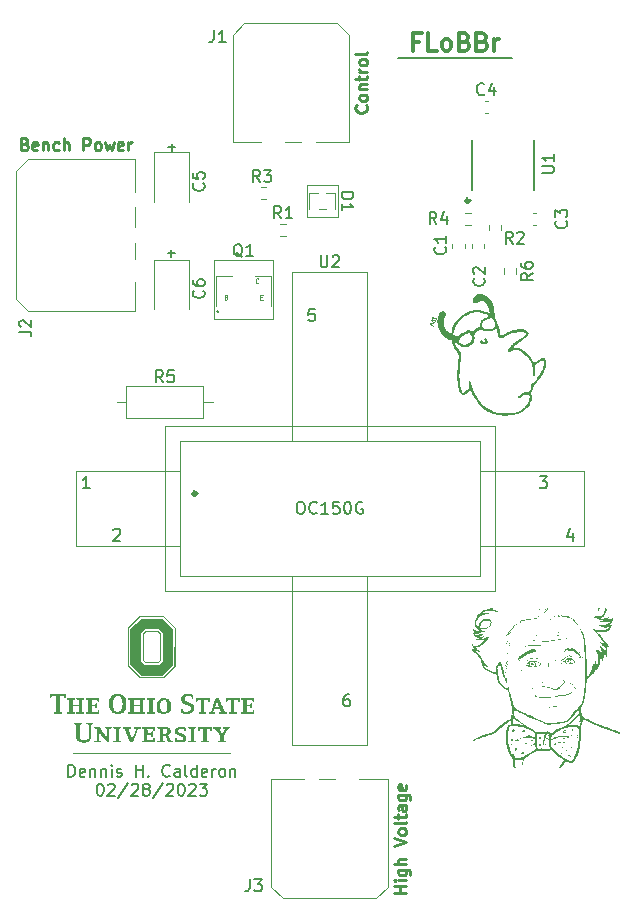
<source format=gbr>
%TF.GenerationSoftware,KiCad,Pcbnew,6.0.9-8da3e8f707~117~ubuntu20.04.1*%
%TF.CreationDate,2023-03-07T12:44:44-05:00*%
%TF.ProjectId,DCT_HV_Widget,4443545f-4856-45f5-9769-646765742e6b,rev?*%
%TF.SameCoordinates,Original*%
%TF.FileFunction,Legend,Top*%
%TF.FilePolarity,Positive*%
%FSLAX46Y46*%
G04 Gerber Fmt 4.6, Leading zero omitted, Abs format (unit mm)*
G04 Created by KiCad (PCBNEW 6.0.9-8da3e8f707~117~ubuntu20.04.1) date 2023-03-07 12:44:44*
%MOMM*%
%LPD*%
G01*
G04 APERTURE LIST*
%ADD10C,0.325000*%
%ADD11C,0.150000*%
%ADD12C,0.152400*%
%ADD13C,0.250000*%
%ADD14C,0.300000*%
%ADD15C,0.080000*%
%ADD16C,0.120000*%
%ADD17C,0.100000*%
%ADD18C,0.131623*%
%ADD19C,0.101600*%
%ADD20C,0.354000*%
G04 APERTURE END LIST*
D10*
X172187500Y-84725000D02*
G75*
G03*
X172187500Y-84725000I-162500J0D01*
G01*
D11*
X166116000Y-72644000D02*
X175768000Y-72644000D01*
D12*
X147215285Y-89204428D02*
X146634714Y-89204428D01*
X146925000Y-89494714D02*
X146925000Y-88914142D01*
D13*
X163425142Y-76654762D02*
X163472761Y-76702381D01*
X163520380Y-76845239D01*
X163520380Y-76940477D01*
X163472761Y-77083334D01*
X163377523Y-77178572D01*
X163282285Y-77226191D01*
X163091809Y-77273810D01*
X162948952Y-77273810D01*
X162758476Y-77226191D01*
X162663238Y-77178572D01*
X162568000Y-77083334D01*
X162520380Y-76940477D01*
X162520380Y-76845239D01*
X162568000Y-76702381D01*
X162615619Y-76654762D01*
X163520380Y-76083334D02*
X163472761Y-76178572D01*
X163425142Y-76226191D01*
X163329904Y-76273810D01*
X163044190Y-76273810D01*
X162948952Y-76226191D01*
X162901333Y-76178572D01*
X162853714Y-76083334D01*
X162853714Y-75940477D01*
X162901333Y-75845239D01*
X162948952Y-75797620D01*
X163044190Y-75750001D01*
X163329904Y-75750001D01*
X163425142Y-75797620D01*
X163472761Y-75845239D01*
X163520380Y-75940477D01*
X163520380Y-76083334D01*
X162853714Y-75321429D02*
X163520380Y-75321429D01*
X162948952Y-75321429D02*
X162901333Y-75273810D01*
X162853714Y-75178572D01*
X162853714Y-75035715D01*
X162901333Y-74940477D01*
X162996571Y-74892858D01*
X163520380Y-74892858D01*
X162853714Y-74559524D02*
X162853714Y-74178572D01*
X162520380Y-74416667D02*
X163377523Y-74416667D01*
X163472761Y-74369048D01*
X163520380Y-74273810D01*
X163520380Y-74178572D01*
X163520380Y-73845239D02*
X162853714Y-73845239D01*
X163044190Y-73845239D02*
X162948952Y-73797620D01*
X162901333Y-73750001D01*
X162853714Y-73654762D01*
X162853714Y-73559524D01*
X163520380Y-73083334D02*
X163472761Y-73178572D01*
X163425142Y-73226191D01*
X163329904Y-73273810D01*
X163044190Y-73273810D01*
X162948952Y-73226191D01*
X162901333Y-73178572D01*
X162853714Y-73083334D01*
X162853714Y-72940477D01*
X162901333Y-72845239D01*
X162948952Y-72797620D01*
X163044190Y-72750001D01*
X163329904Y-72750001D01*
X163425142Y-72797620D01*
X163472761Y-72845239D01*
X163520380Y-72940477D01*
X163520380Y-73083334D01*
X163520380Y-72178572D02*
X163472761Y-72273810D01*
X163377523Y-72321429D01*
X162520380Y-72321429D01*
X166822380Y-143321428D02*
X165822380Y-143321428D01*
X166298571Y-143321428D02*
X166298571Y-142750000D01*
X166822380Y-142750000D02*
X165822380Y-142750000D01*
X166822380Y-142273809D02*
X166155714Y-142273809D01*
X165822380Y-142273809D02*
X165870000Y-142321428D01*
X165917619Y-142273809D01*
X165870000Y-142226190D01*
X165822380Y-142273809D01*
X165917619Y-142273809D01*
X166155714Y-141369047D02*
X166965238Y-141369047D01*
X167060476Y-141416666D01*
X167108095Y-141464285D01*
X167155714Y-141559523D01*
X167155714Y-141702380D01*
X167108095Y-141797619D01*
X166774761Y-141369047D02*
X166822380Y-141464285D01*
X166822380Y-141654761D01*
X166774761Y-141750000D01*
X166727142Y-141797619D01*
X166631904Y-141845238D01*
X166346190Y-141845238D01*
X166250952Y-141797619D01*
X166203333Y-141750000D01*
X166155714Y-141654761D01*
X166155714Y-141464285D01*
X166203333Y-141369047D01*
X166822380Y-140892857D02*
X165822380Y-140892857D01*
X166822380Y-140464285D02*
X166298571Y-140464285D01*
X166203333Y-140511904D01*
X166155714Y-140607142D01*
X166155714Y-140750000D01*
X166203333Y-140845238D01*
X166250952Y-140892857D01*
X165822380Y-139369047D02*
X166822380Y-139035714D01*
X165822380Y-138702380D01*
X166822380Y-138226190D02*
X166774761Y-138321428D01*
X166727142Y-138369047D01*
X166631904Y-138416666D01*
X166346190Y-138416666D01*
X166250952Y-138369047D01*
X166203333Y-138321428D01*
X166155714Y-138226190D01*
X166155714Y-138083333D01*
X166203333Y-137988095D01*
X166250952Y-137940476D01*
X166346190Y-137892857D01*
X166631904Y-137892857D01*
X166727142Y-137940476D01*
X166774761Y-137988095D01*
X166822380Y-138083333D01*
X166822380Y-138226190D01*
X166822380Y-137321428D02*
X166774761Y-137416666D01*
X166679523Y-137464285D01*
X165822380Y-137464285D01*
X166155714Y-137083333D02*
X166155714Y-136702380D01*
X165822380Y-136940476D02*
X166679523Y-136940476D01*
X166774761Y-136892857D01*
X166822380Y-136797619D01*
X166822380Y-136702380D01*
X166822380Y-135940476D02*
X166298571Y-135940476D01*
X166203333Y-135988095D01*
X166155714Y-136083333D01*
X166155714Y-136273809D01*
X166203333Y-136369047D01*
X166774761Y-135940476D02*
X166822380Y-136035714D01*
X166822380Y-136273809D01*
X166774761Y-136369047D01*
X166679523Y-136416666D01*
X166584285Y-136416666D01*
X166489047Y-136369047D01*
X166441428Y-136273809D01*
X166441428Y-136035714D01*
X166393809Y-135940476D01*
X166155714Y-135035714D02*
X166965238Y-135035714D01*
X167060476Y-135083333D01*
X167108095Y-135130952D01*
X167155714Y-135226190D01*
X167155714Y-135369047D01*
X167108095Y-135464285D01*
X166774761Y-135035714D02*
X166822380Y-135130952D01*
X166822380Y-135321428D01*
X166774761Y-135416666D01*
X166727142Y-135464285D01*
X166631904Y-135511904D01*
X166346190Y-135511904D01*
X166250952Y-135464285D01*
X166203333Y-135416666D01*
X166155714Y-135321428D01*
X166155714Y-135130952D01*
X166203333Y-135035714D01*
X166774761Y-134178571D02*
X166822380Y-134273809D01*
X166822380Y-134464285D01*
X166774761Y-134559523D01*
X166679523Y-134607142D01*
X166298571Y-134607142D01*
X166203333Y-134559523D01*
X166155714Y-134464285D01*
X166155714Y-134273809D01*
X166203333Y-134178571D01*
X166298571Y-134130952D01*
X166393809Y-134130952D01*
X166489047Y-134607142D01*
X134544285Y-79938571D02*
X134687142Y-79986190D01*
X134734761Y-80033809D01*
X134782380Y-80129047D01*
X134782380Y-80271904D01*
X134734761Y-80367142D01*
X134687142Y-80414761D01*
X134591904Y-80462380D01*
X134210952Y-80462380D01*
X134210952Y-79462380D01*
X134544285Y-79462380D01*
X134639523Y-79510000D01*
X134687142Y-79557619D01*
X134734761Y-79652857D01*
X134734761Y-79748095D01*
X134687142Y-79843333D01*
X134639523Y-79890952D01*
X134544285Y-79938571D01*
X134210952Y-79938571D01*
X135591904Y-80414761D02*
X135496666Y-80462380D01*
X135306190Y-80462380D01*
X135210952Y-80414761D01*
X135163333Y-80319523D01*
X135163333Y-79938571D01*
X135210952Y-79843333D01*
X135306190Y-79795714D01*
X135496666Y-79795714D01*
X135591904Y-79843333D01*
X135639523Y-79938571D01*
X135639523Y-80033809D01*
X135163333Y-80129047D01*
X136068095Y-79795714D02*
X136068095Y-80462380D01*
X136068095Y-79890952D02*
X136115714Y-79843333D01*
X136210952Y-79795714D01*
X136353809Y-79795714D01*
X136449047Y-79843333D01*
X136496666Y-79938571D01*
X136496666Y-80462380D01*
X137401428Y-80414761D02*
X137306190Y-80462380D01*
X137115714Y-80462380D01*
X137020476Y-80414761D01*
X136972857Y-80367142D01*
X136925238Y-80271904D01*
X136925238Y-79986190D01*
X136972857Y-79890952D01*
X137020476Y-79843333D01*
X137115714Y-79795714D01*
X137306190Y-79795714D01*
X137401428Y-79843333D01*
X137830000Y-80462380D02*
X137830000Y-79462380D01*
X138258571Y-80462380D02*
X138258571Y-79938571D01*
X138210952Y-79843333D01*
X138115714Y-79795714D01*
X137972857Y-79795714D01*
X137877619Y-79843333D01*
X137830000Y-79890952D01*
X139496666Y-80462380D02*
X139496666Y-79462380D01*
X139877619Y-79462380D01*
X139972857Y-79510000D01*
X140020476Y-79557619D01*
X140068095Y-79652857D01*
X140068095Y-79795714D01*
X140020476Y-79890952D01*
X139972857Y-79938571D01*
X139877619Y-79986190D01*
X139496666Y-79986190D01*
X140639523Y-80462380D02*
X140544285Y-80414761D01*
X140496666Y-80367142D01*
X140449047Y-80271904D01*
X140449047Y-79986190D01*
X140496666Y-79890952D01*
X140544285Y-79843333D01*
X140639523Y-79795714D01*
X140782380Y-79795714D01*
X140877619Y-79843333D01*
X140925238Y-79890952D01*
X140972857Y-79986190D01*
X140972857Y-80271904D01*
X140925238Y-80367142D01*
X140877619Y-80414761D01*
X140782380Y-80462380D01*
X140639523Y-80462380D01*
X141306190Y-79795714D02*
X141496666Y-80462380D01*
X141687142Y-79986190D01*
X141877619Y-80462380D01*
X142068095Y-79795714D01*
X142830000Y-80414761D02*
X142734761Y-80462380D01*
X142544285Y-80462380D01*
X142449047Y-80414761D01*
X142401428Y-80319523D01*
X142401428Y-79938571D01*
X142449047Y-79843333D01*
X142544285Y-79795714D01*
X142734761Y-79795714D01*
X142830000Y-79843333D01*
X142877619Y-79938571D01*
X142877619Y-80033809D01*
X142401428Y-80129047D01*
X143306190Y-80462380D02*
X143306190Y-79795714D01*
X143306190Y-79986190D02*
X143353809Y-79890952D01*
X143401428Y-79843333D01*
X143496666Y-79795714D01*
X143591904Y-79795714D01*
D12*
X147240285Y-80204428D02*
X146659714Y-80204428D01*
X146950000Y-80494714D02*
X146950000Y-79914142D01*
D11*
X138216570Y-133505380D02*
X138216570Y-132505380D01*
X138454665Y-132505380D01*
X138597522Y-132553000D01*
X138692760Y-132648238D01*
X138740379Y-132743476D01*
X138787999Y-132933952D01*
X138787999Y-133076809D01*
X138740379Y-133267285D01*
X138692760Y-133362523D01*
X138597522Y-133457761D01*
X138454665Y-133505380D01*
X138216570Y-133505380D01*
X139597522Y-133457761D02*
X139502284Y-133505380D01*
X139311808Y-133505380D01*
X139216570Y-133457761D01*
X139168951Y-133362523D01*
X139168951Y-132981571D01*
X139216570Y-132886333D01*
X139311808Y-132838714D01*
X139502284Y-132838714D01*
X139597522Y-132886333D01*
X139645141Y-132981571D01*
X139645141Y-133076809D01*
X139168951Y-133172047D01*
X140073713Y-132838714D02*
X140073713Y-133505380D01*
X140073713Y-132933952D02*
X140121332Y-132886333D01*
X140216570Y-132838714D01*
X140359427Y-132838714D01*
X140454665Y-132886333D01*
X140502284Y-132981571D01*
X140502284Y-133505380D01*
X140978475Y-132838714D02*
X140978475Y-133505380D01*
X140978475Y-132933952D02*
X141026094Y-132886333D01*
X141121332Y-132838714D01*
X141264189Y-132838714D01*
X141359427Y-132886333D01*
X141407046Y-132981571D01*
X141407046Y-133505380D01*
X141883237Y-133505380D02*
X141883237Y-132838714D01*
X141883237Y-132505380D02*
X141835618Y-132553000D01*
X141883237Y-132600619D01*
X141930856Y-132553000D01*
X141883237Y-132505380D01*
X141883237Y-132600619D01*
X142311808Y-133457761D02*
X142407046Y-133505380D01*
X142597522Y-133505380D01*
X142692760Y-133457761D01*
X142740379Y-133362523D01*
X142740379Y-133314904D01*
X142692760Y-133219666D01*
X142597522Y-133172047D01*
X142454665Y-133172047D01*
X142359427Y-133124428D01*
X142311808Y-133029190D01*
X142311808Y-132981571D01*
X142359427Y-132886333D01*
X142454665Y-132838714D01*
X142597522Y-132838714D01*
X142692760Y-132886333D01*
X143930856Y-133505380D02*
X143930856Y-132505380D01*
X143930856Y-132981571D02*
X144502284Y-132981571D01*
X144502284Y-133505380D02*
X144502284Y-132505380D01*
X144978475Y-133410142D02*
X145026094Y-133457761D01*
X144978475Y-133505380D01*
X144930856Y-133457761D01*
X144978475Y-133410142D01*
X144978475Y-133505380D01*
X146787999Y-133410142D02*
X146740379Y-133457761D01*
X146597522Y-133505380D01*
X146502284Y-133505380D01*
X146359427Y-133457761D01*
X146264189Y-133362523D01*
X146216570Y-133267285D01*
X146168951Y-133076809D01*
X146168951Y-132933952D01*
X146216570Y-132743476D01*
X146264189Y-132648238D01*
X146359427Y-132553000D01*
X146502284Y-132505380D01*
X146597522Y-132505380D01*
X146740379Y-132553000D01*
X146787999Y-132600619D01*
X147645141Y-133505380D02*
X147645141Y-132981571D01*
X147597522Y-132886333D01*
X147502284Y-132838714D01*
X147311808Y-132838714D01*
X147216570Y-132886333D01*
X147645141Y-133457761D02*
X147549903Y-133505380D01*
X147311808Y-133505380D01*
X147216570Y-133457761D01*
X147168951Y-133362523D01*
X147168951Y-133267285D01*
X147216570Y-133172047D01*
X147311808Y-133124428D01*
X147549903Y-133124428D01*
X147645141Y-133076809D01*
X148264189Y-133505380D02*
X148168951Y-133457761D01*
X148121332Y-133362523D01*
X148121332Y-132505380D01*
X149073713Y-133505380D02*
X149073713Y-132505380D01*
X149073713Y-133457761D02*
X148978475Y-133505380D01*
X148787999Y-133505380D01*
X148692760Y-133457761D01*
X148645141Y-133410142D01*
X148597522Y-133314904D01*
X148597522Y-133029190D01*
X148645141Y-132933952D01*
X148692760Y-132886333D01*
X148787999Y-132838714D01*
X148978475Y-132838714D01*
X149073713Y-132886333D01*
X149930856Y-133457761D02*
X149835618Y-133505380D01*
X149645141Y-133505380D01*
X149549903Y-133457761D01*
X149502284Y-133362523D01*
X149502284Y-132981571D01*
X149549903Y-132886333D01*
X149645141Y-132838714D01*
X149835618Y-132838714D01*
X149930856Y-132886333D01*
X149978475Y-132981571D01*
X149978475Y-133076809D01*
X149502284Y-133172047D01*
X150407046Y-133505380D02*
X150407046Y-132838714D01*
X150407046Y-133029190D02*
X150454665Y-132933952D01*
X150502284Y-132886333D01*
X150597522Y-132838714D01*
X150692760Y-132838714D01*
X151168951Y-133505380D02*
X151073713Y-133457761D01*
X151026094Y-133410142D01*
X150978475Y-133314904D01*
X150978475Y-133029190D01*
X151026094Y-132933952D01*
X151073713Y-132886333D01*
X151168951Y-132838714D01*
X151311808Y-132838714D01*
X151407046Y-132886333D01*
X151454665Y-132933952D01*
X151502284Y-133029190D01*
X151502284Y-133314904D01*
X151454665Y-133410142D01*
X151407046Y-133457761D01*
X151311808Y-133505380D01*
X151168951Y-133505380D01*
X151930856Y-132838714D02*
X151930856Y-133505380D01*
X151930856Y-132933952D02*
X151978475Y-132886333D01*
X152073713Y-132838714D01*
X152216570Y-132838714D01*
X152311808Y-132886333D01*
X152359427Y-132981571D01*
X152359427Y-133505380D01*
X140859427Y-134115380D02*
X140954665Y-134115380D01*
X141049903Y-134163000D01*
X141097522Y-134210619D01*
X141145141Y-134305857D01*
X141192760Y-134496333D01*
X141192760Y-134734428D01*
X141145141Y-134924904D01*
X141097522Y-135020142D01*
X141049903Y-135067761D01*
X140954665Y-135115380D01*
X140859427Y-135115380D01*
X140764189Y-135067761D01*
X140716570Y-135020142D01*
X140668951Y-134924904D01*
X140621332Y-134734428D01*
X140621332Y-134496333D01*
X140668951Y-134305857D01*
X140716570Y-134210619D01*
X140764189Y-134163000D01*
X140859427Y-134115380D01*
X141573713Y-134210619D02*
X141621332Y-134163000D01*
X141716570Y-134115380D01*
X141954665Y-134115380D01*
X142049903Y-134163000D01*
X142097522Y-134210619D01*
X142145141Y-134305857D01*
X142145141Y-134401095D01*
X142097522Y-134543952D01*
X141526094Y-135115380D01*
X142145141Y-135115380D01*
X143287999Y-134067761D02*
X142430856Y-135353476D01*
X143573713Y-134210619D02*
X143621332Y-134163000D01*
X143716570Y-134115380D01*
X143954665Y-134115380D01*
X144049903Y-134163000D01*
X144097522Y-134210619D01*
X144145141Y-134305857D01*
X144145141Y-134401095D01*
X144097522Y-134543952D01*
X143526094Y-135115380D01*
X144145141Y-135115380D01*
X144716570Y-134543952D02*
X144621332Y-134496333D01*
X144573713Y-134448714D01*
X144526094Y-134353476D01*
X144526094Y-134305857D01*
X144573713Y-134210619D01*
X144621332Y-134163000D01*
X144716570Y-134115380D01*
X144907046Y-134115380D01*
X145002284Y-134163000D01*
X145049903Y-134210619D01*
X145097522Y-134305857D01*
X145097522Y-134353476D01*
X145049903Y-134448714D01*
X145002284Y-134496333D01*
X144907046Y-134543952D01*
X144716570Y-134543952D01*
X144621332Y-134591571D01*
X144573713Y-134639190D01*
X144526094Y-134734428D01*
X144526094Y-134924904D01*
X144573713Y-135020142D01*
X144621332Y-135067761D01*
X144716570Y-135115380D01*
X144907046Y-135115380D01*
X145002284Y-135067761D01*
X145049903Y-135020142D01*
X145097522Y-134924904D01*
X145097522Y-134734428D01*
X145049903Y-134639190D01*
X145002284Y-134591571D01*
X144907046Y-134543952D01*
X146240379Y-134067761D02*
X145383237Y-135353476D01*
X146526094Y-134210619D02*
X146573713Y-134163000D01*
X146668951Y-134115380D01*
X146907046Y-134115380D01*
X147002284Y-134163000D01*
X147049903Y-134210619D01*
X147097522Y-134305857D01*
X147097522Y-134401095D01*
X147049903Y-134543952D01*
X146478475Y-135115380D01*
X147097522Y-135115380D01*
X147716570Y-134115380D02*
X147811808Y-134115380D01*
X147907046Y-134163000D01*
X147954665Y-134210619D01*
X148002284Y-134305857D01*
X148049903Y-134496333D01*
X148049903Y-134734428D01*
X148002284Y-134924904D01*
X147954665Y-135020142D01*
X147907046Y-135067761D01*
X147811808Y-135115380D01*
X147716570Y-135115380D01*
X147621332Y-135067761D01*
X147573713Y-135020142D01*
X147526094Y-134924904D01*
X147478475Y-134734428D01*
X147478475Y-134496333D01*
X147526094Y-134305857D01*
X147573713Y-134210619D01*
X147621332Y-134163000D01*
X147716570Y-134115380D01*
X148430856Y-134210619D02*
X148478475Y-134163000D01*
X148573713Y-134115380D01*
X148811808Y-134115380D01*
X148907046Y-134163000D01*
X148954665Y-134210619D01*
X149002284Y-134305857D01*
X149002284Y-134401095D01*
X148954665Y-134543952D01*
X148383237Y-135115380D01*
X149002284Y-135115380D01*
X149335618Y-134115380D02*
X149954665Y-134115380D01*
X149621332Y-134496333D01*
X149764189Y-134496333D01*
X149859427Y-134543952D01*
X149907046Y-134591571D01*
X149954665Y-134686809D01*
X149954665Y-134924904D01*
X149907046Y-135020142D01*
X149859427Y-135067761D01*
X149764189Y-135115380D01*
X149478475Y-135115380D01*
X149383237Y-135067761D01*
X149335618Y-135020142D01*
D14*
X167906285Y-71266857D02*
X167406285Y-71266857D01*
X167406285Y-72052571D02*
X167406285Y-70552571D01*
X168120571Y-70552571D01*
X169406285Y-72052571D02*
X168692000Y-72052571D01*
X168692000Y-70552571D01*
X170120571Y-72052571D02*
X169977714Y-71981142D01*
X169906285Y-71909714D01*
X169834857Y-71766857D01*
X169834857Y-71338285D01*
X169906285Y-71195428D01*
X169977714Y-71124000D01*
X170120571Y-71052571D01*
X170334857Y-71052571D01*
X170477714Y-71124000D01*
X170549142Y-71195428D01*
X170620571Y-71338285D01*
X170620571Y-71766857D01*
X170549142Y-71909714D01*
X170477714Y-71981142D01*
X170334857Y-72052571D01*
X170120571Y-72052571D01*
X171763428Y-71266857D02*
X171977714Y-71338285D01*
X172049142Y-71409714D01*
X172120571Y-71552571D01*
X172120571Y-71766857D01*
X172049142Y-71909714D01*
X171977714Y-71981142D01*
X171834857Y-72052571D01*
X171263428Y-72052571D01*
X171263428Y-70552571D01*
X171763428Y-70552571D01*
X171906285Y-70624000D01*
X171977714Y-70695428D01*
X172049142Y-70838285D01*
X172049142Y-70981142D01*
X171977714Y-71124000D01*
X171906285Y-71195428D01*
X171763428Y-71266857D01*
X171263428Y-71266857D01*
X173263428Y-71266857D02*
X173477714Y-71338285D01*
X173549142Y-71409714D01*
X173620571Y-71552571D01*
X173620571Y-71766857D01*
X173549142Y-71909714D01*
X173477714Y-71981142D01*
X173334857Y-72052571D01*
X172763428Y-72052571D01*
X172763428Y-70552571D01*
X173263428Y-70552571D01*
X173406285Y-70624000D01*
X173477714Y-70695428D01*
X173549142Y-70838285D01*
X173549142Y-70981142D01*
X173477714Y-71124000D01*
X173406285Y-71195428D01*
X173263428Y-71266857D01*
X172763428Y-71266857D01*
X174263428Y-72052571D02*
X174263428Y-71052571D01*
X174263428Y-71338285D02*
X174334857Y-71195428D01*
X174406285Y-71124000D01*
X174549142Y-71052571D01*
X174692000Y-71052571D01*
D11*
%TO.C,C2*%
X173382142Y-91316666D02*
X173429761Y-91364285D01*
X173477380Y-91507142D01*
X173477380Y-91602380D01*
X173429761Y-91745238D01*
X173334523Y-91840476D01*
X173239285Y-91888095D01*
X173048809Y-91935714D01*
X172905952Y-91935714D01*
X172715476Y-91888095D01*
X172620238Y-91840476D01*
X172525000Y-91745238D01*
X172477380Y-91602380D01*
X172477380Y-91507142D01*
X172525000Y-91364285D01*
X172572619Y-91316666D01*
X172572619Y-90935714D02*
X172525000Y-90888095D01*
X172477380Y-90792857D01*
X172477380Y-90554761D01*
X172525000Y-90459523D01*
X172572619Y-90411904D01*
X172667857Y-90364285D01*
X172763095Y-90364285D01*
X172905952Y-90411904D01*
X173477380Y-90983333D01*
X173477380Y-90364285D01*
%TO.C,C4*%
X173423333Y-75707142D02*
X173375714Y-75754761D01*
X173232857Y-75802380D01*
X173137619Y-75802380D01*
X172994761Y-75754761D01*
X172899523Y-75659523D01*
X172851904Y-75564285D01*
X172804285Y-75373809D01*
X172804285Y-75230952D01*
X172851904Y-75040476D01*
X172899523Y-74945238D01*
X172994761Y-74850000D01*
X173137619Y-74802380D01*
X173232857Y-74802380D01*
X173375714Y-74850000D01*
X173423333Y-74897619D01*
X174280476Y-75135714D02*
X174280476Y-75802380D01*
X174042380Y-74754761D02*
X173804285Y-75469047D01*
X174423333Y-75469047D01*
%TO.C,R1*%
X156233333Y-86222380D02*
X155900000Y-85746190D01*
X155661904Y-86222380D02*
X155661904Y-85222380D01*
X156042857Y-85222380D01*
X156138095Y-85270000D01*
X156185714Y-85317619D01*
X156233333Y-85412857D01*
X156233333Y-85555714D01*
X156185714Y-85650952D01*
X156138095Y-85698571D01*
X156042857Y-85746190D01*
X155661904Y-85746190D01*
X157185714Y-86222380D02*
X156614285Y-86222380D01*
X156900000Y-86222380D02*
X156900000Y-85222380D01*
X156804761Y-85365238D01*
X156709523Y-85460476D01*
X156614285Y-85508095D01*
%TO.C,R4*%
X169383333Y-86702380D02*
X169050000Y-86226190D01*
X168811904Y-86702380D02*
X168811904Y-85702380D01*
X169192857Y-85702380D01*
X169288095Y-85750000D01*
X169335714Y-85797619D01*
X169383333Y-85892857D01*
X169383333Y-86035714D01*
X169335714Y-86130952D01*
X169288095Y-86178571D01*
X169192857Y-86226190D01*
X168811904Y-86226190D01*
X170240476Y-86035714D02*
X170240476Y-86702380D01*
X170002380Y-85654761D02*
X169764285Y-86369047D01*
X170383333Y-86369047D01*
%TO.C,C6*%
X149657142Y-92354166D02*
X149704761Y-92401785D01*
X149752380Y-92544642D01*
X149752380Y-92639880D01*
X149704761Y-92782738D01*
X149609523Y-92877976D01*
X149514285Y-92925595D01*
X149323809Y-92973214D01*
X149180952Y-92973214D01*
X148990476Y-92925595D01*
X148895238Y-92877976D01*
X148800000Y-92782738D01*
X148752380Y-92639880D01*
X148752380Y-92544642D01*
X148800000Y-92401785D01*
X148847619Y-92354166D01*
X148752380Y-91497023D02*
X148752380Y-91687500D01*
X148800000Y-91782738D01*
X148847619Y-91830357D01*
X148990476Y-91925595D01*
X149180952Y-91973214D01*
X149561904Y-91973214D01*
X149657142Y-91925595D01*
X149704761Y-91877976D01*
X149752380Y-91782738D01*
X149752380Y-91592261D01*
X149704761Y-91497023D01*
X149657142Y-91449404D01*
X149561904Y-91401785D01*
X149323809Y-91401785D01*
X149228571Y-91449404D01*
X149180952Y-91497023D01*
X149133333Y-91592261D01*
X149133333Y-91782738D01*
X149180952Y-91877976D01*
X149228571Y-91925595D01*
X149323809Y-91973214D01*
%TO.C,U1*%
X178337380Y-82386904D02*
X179146904Y-82386904D01*
X179242142Y-82339285D01*
X179289761Y-82291666D01*
X179337380Y-82196428D01*
X179337380Y-82005952D01*
X179289761Y-81910714D01*
X179242142Y-81863095D01*
X179146904Y-81815476D01*
X178337380Y-81815476D01*
X179337380Y-80815476D02*
X179337380Y-81386904D01*
X179337380Y-81101190D02*
X178337380Y-81101190D01*
X178480238Y-81196428D01*
X178575476Y-81291666D01*
X178623095Y-81386904D01*
%TO.C,Q1*%
X152944761Y-89510119D02*
X152849523Y-89462500D01*
X152754285Y-89367261D01*
X152611428Y-89224404D01*
X152516190Y-89176785D01*
X152420952Y-89176785D01*
X152468571Y-89414880D02*
X152373333Y-89367261D01*
X152278095Y-89272023D01*
X152230476Y-89081547D01*
X152230476Y-88748214D01*
X152278095Y-88557738D01*
X152373333Y-88462500D01*
X152468571Y-88414880D01*
X152659047Y-88414880D01*
X152754285Y-88462500D01*
X152849523Y-88557738D01*
X152897142Y-88748214D01*
X152897142Y-89081547D01*
X152849523Y-89272023D01*
X152754285Y-89367261D01*
X152659047Y-89414880D01*
X152468571Y-89414880D01*
X153849523Y-89414880D02*
X153278095Y-89414880D01*
X153563809Y-89414880D02*
X153563809Y-88414880D01*
X153468571Y-88557738D01*
X153373333Y-88652976D01*
X153278095Y-88700595D01*
D15*
X151578571Y-92913928D02*
X151635714Y-92932976D01*
X151654761Y-92952023D01*
X151673809Y-92990119D01*
X151673809Y-93047261D01*
X151654761Y-93085357D01*
X151635714Y-93104404D01*
X151597619Y-93123452D01*
X151445238Y-93123452D01*
X151445238Y-92723452D01*
X151578571Y-92723452D01*
X151616666Y-92742500D01*
X151635714Y-92761547D01*
X151654761Y-92799642D01*
X151654761Y-92837738D01*
X151635714Y-92875833D01*
X151616666Y-92894880D01*
X151578571Y-92913928D01*
X151445238Y-92913928D01*
X154313809Y-91685357D02*
X154294761Y-91704404D01*
X154237619Y-91723452D01*
X154199523Y-91723452D01*
X154142380Y-91704404D01*
X154104285Y-91666309D01*
X154085238Y-91628214D01*
X154066190Y-91552023D01*
X154066190Y-91494880D01*
X154085238Y-91418690D01*
X154104285Y-91380595D01*
X154142380Y-91342500D01*
X154199523Y-91323452D01*
X154237619Y-91323452D01*
X154294761Y-91342500D01*
X154313809Y-91361547D01*
X154464285Y-92913928D02*
X154597619Y-92913928D01*
X154654761Y-93123452D02*
X154464285Y-93123452D01*
X154464285Y-92723452D01*
X154654761Y-92723452D01*
D11*
%TO.C,C1*%
X170107142Y-88666666D02*
X170154761Y-88714285D01*
X170202380Y-88857142D01*
X170202380Y-88952380D01*
X170154761Y-89095238D01*
X170059523Y-89190476D01*
X169964285Y-89238095D01*
X169773809Y-89285714D01*
X169630952Y-89285714D01*
X169440476Y-89238095D01*
X169345238Y-89190476D01*
X169250000Y-89095238D01*
X169202380Y-88952380D01*
X169202380Y-88857142D01*
X169250000Y-88714285D01*
X169297619Y-88666666D01*
X170202380Y-87714285D02*
X170202380Y-88285714D01*
X170202380Y-88000000D02*
X169202380Y-88000000D01*
X169345238Y-88095238D01*
X169440476Y-88190476D01*
X169488095Y-88285714D01*
%TO.C,R3*%
X154433333Y-83152380D02*
X154100000Y-82676190D01*
X153861904Y-83152380D02*
X153861904Y-82152380D01*
X154242857Y-82152380D01*
X154338095Y-82200000D01*
X154385714Y-82247619D01*
X154433333Y-82342857D01*
X154433333Y-82485714D01*
X154385714Y-82580952D01*
X154338095Y-82628571D01*
X154242857Y-82676190D01*
X153861904Y-82676190D01*
X154766666Y-82152380D02*
X155385714Y-82152380D01*
X155052380Y-82533333D01*
X155195238Y-82533333D01*
X155290476Y-82580952D01*
X155338095Y-82628571D01*
X155385714Y-82723809D01*
X155385714Y-82961904D01*
X155338095Y-83057142D01*
X155290476Y-83104761D01*
X155195238Y-83152380D01*
X154909523Y-83152380D01*
X154814285Y-83104761D01*
X154766666Y-83057142D01*
%TO.C,R5*%
X146218333Y-100102380D02*
X145885000Y-99626190D01*
X145646904Y-100102380D02*
X145646904Y-99102380D01*
X146027857Y-99102380D01*
X146123095Y-99150000D01*
X146170714Y-99197619D01*
X146218333Y-99292857D01*
X146218333Y-99435714D01*
X146170714Y-99530952D01*
X146123095Y-99578571D01*
X146027857Y-99626190D01*
X145646904Y-99626190D01*
X147123095Y-99102380D02*
X146646904Y-99102380D01*
X146599285Y-99578571D01*
X146646904Y-99530952D01*
X146742142Y-99483333D01*
X146980238Y-99483333D01*
X147075476Y-99530952D01*
X147123095Y-99578571D01*
X147170714Y-99673809D01*
X147170714Y-99911904D01*
X147123095Y-100007142D01*
X147075476Y-100054761D01*
X146980238Y-100102380D01*
X146742142Y-100102380D01*
X146646904Y-100054761D01*
X146599285Y-100007142D01*
%TO.C,J3*%
X153590666Y-142200380D02*
X153590666Y-142914666D01*
X153543047Y-143057523D01*
X153447809Y-143152761D01*
X153304952Y-143200380D01*
X153209714Y-143200380D01*
X153971619Y-142200380D02*
X154590666Y-142200380D01*
X154257333Y-142581333D01*
X154400190Y-142581333D01*
X154495428Y-142628952D01*
X154543047Y-142676571D01*
X154590666Y-142771809D01*
X154590666Y-143009904D01*
X154543047Y-143105142D01*
X154495428Y-143152761D01*
X154400190Y-143200380D01*
X154114476Y-143200380D01*
X154019238Y-143152761D01*
X153971619Y-143105142D01*
%TO.C,J2*%
X134072380Y-95837333D02*
X134786666Y-95837333D01*
X134929523Y-95884952D01*
X135024761Y-95980190D01*
X135072380Y-96123047D01*
X135072380Y-96218285D01*
X134167619Y-95408761D02*
X134120000Y-95361142D01*
X134072380Y-95265904D01*
X134072380Y-95027809D01*
X134120000Y-94932571D01*
X134167619Y-94884952D01*
X134262857Y-94837333D01*
X134358095Y-94837333D01*
X134500952Y-94884952D01*
X135072380Y-95456380D01*
X135072380Y-94837333D01*
%TO.C,J1*%
X150542666Y-70318380D02*
X150542666Y-71032666D01*
X150495047Y-71175523D01*
X150399809Y-71270761D01*
X150256952Y-71318380D01*
X150161714Y-71318380D01*
X151542666Y-71318380D02*
X150971238Y-71318380D01*
X151256952Y-71318380D02*
X151256952Y-70318380D01*
X151161714Y-70461238D01*
X151066476Y-70556476D01*
X150971238Y-70604095D01*
%TO.C,D1*%
X161352619Y-84041904D02*
X162352619Y-84041904D01*
X162352619Y-84280000D01*
X162305000Y-84422857D01*
X162209761Y-84518095D01*
X162114523Y-84565714D01*
X161924047Y-84613333D01*
X161781190Y-84613333D01*
X161590714Y-84565714D01*
X161495476Y-84518095D01*
X161400238Y-84422857D01*
X161352619Y-84280000D01*
X161352619Y-84041904D01*
X161352619Y-85565714D02*
X161352619Y-84994285D01*
X161352619Y-85280000D02*
X162352619Y-85280000D01*
X162209761Y-85184761D01*
X162114523Y-85089523D01*
X162066904Y-84994285D01*
%TO.C,R6*%
X177517380Y-90866666D02*
X177041190Y-91200000D01*
X177517380Y-91438095D02*
X176517380Y-91438095D01*
X176517380Y-91057142D01*
X176565000Y-90961904D01*
X176612619Y-90914285D01*
X176707857Y-90866666D01*
X176850714Y-90866666D01*
X176945952Y-90914285D01*
X176993571Y-90961904D01*
X177041190Y-91057142D01*
X177041190Y-91438095D01*
X176517380Y-90009523D02*
X176517380Y-90200000D01*
X176565000Y-90295238D01*
X176612619Y-90342857D01*
X176755476Y-90438095D01*
X176945952Y-90485714D01*
X177326904Y-90485714D01*
X177422142Y-90438095D01*
X177469761Y-90390476D01*
X177517380Y-90295238D01*
X177517380Y-90104761D01*
X177469761Y-90009523D01*
X177422142Y-89961904D01*
X177326904Y-89914285D01*
X177088809Y-89914285D01*
X176993571Y-89961904D01*
X176945952Y-90009523D01*
X176898333Y-90104761D01*
X176898333Y-90295238D01*
X176945952Y-90390476D01*
X176993571Y-90438095D01*
X177088809Y-90485714D01*
%TO.C,C5*%
X149657142Y-83279166D02*
X149704761Y-83326785D01*
X149752380Y-83469642D01*
X149752380Y-83564880D01*
X149704761Y-83707738D01*
X149609523Y-83802976D01*
X149514285Y-83850595D01*
X149323809Y-83898214D01*
X149180952Y-83898214D01*
X148990476Y-83850595D01*
X148895238Y-83802976D01*
X148800000Y-83707738D01*
X148752380Y-83564880D01*
X148752380Y-83469642D01*
X148800000Y-83326785D01*
X148847619Y-83279166D01*
X148752380Y-82374404D02*
X148752380Y-82850595D01*
X149228571Y-82898214D01*
X149180952Y-82850595D01*
X149133333Y-82755357D01*
X149133333Y-82517261D01*
X149180952Y-82422023D01*
X149228571Y-82374404D01*
X149323809Y-82326785D01*
X149561904Y-82326785D01*
X149657142Y-82374404D01*
X149704761Y-82422023D01*
X149752380Y-82517261D01*
X149752380Y-82755357D01*
X149704761Y-82850595D01*
X149657142Y-82898214D01*
%TO.C,R2*%
X175833333Y-88377380D02*
X175500000Y-87901190D01*
X175261904Y-88377380D02*
X175261904Y-87377380D01*
X175642857Y-87377380D01*
X175738095Y-87425000D01*
X175785714Y-87472619D01*
X175833333Y-87567857D01*
X175833333Y-87710714D01*
X175785714Y-87805952D01*
X175738095Y-87853571D01*
X175642857Y-87901190D01*
X175261904Y-87901190D01*
X176214285Y-87472619D02*
X176261904Y-87425000D01*
X176357142Y-87377380D01*
X176595238Y-87377380D01*
X176690476Y-87425000D01*
X176738095Y-87472619D01*
X176785714Y-87567857D01*
X176785714Y-87663095D01*
X176738095Y-87805952D01*
X176166666Y-88377380D01*
X176785714Y-88377380D01*
%TO.C,U2*%
X159583095Y-89372380D02*
X159583095Y-90181904D01*
X159630714Y-90277142D01*
X159678333Y-90324761D01*
X159773571Y-90372380D01*
X159964047Y-90372380D01*
X160059285Y-90324761D01*
X160106904Y-90277142D01*
X160154523Y-90181904D01*
X160154523Y-89372380D01*
X160583095Y-89467619D02*
X160630714Y-89420000D01*
X160725952Y-89372380D01*
X160964047Y-89372380D01*
X161059285Y-89420000D01*
X161106904Y-89467619D01*
X161154523Y-89562857D01*
X161154523Y-89658095D01*
X161106904Y-89800952D01*
X160535476Y-90372380D01*
X161154523Y-90372380D01*
D12*
X178106333Y-108073619D02*
X178735285Y-108073619D01*
X178396619Y-108460666D01*
X178541761Y-108460666D01*
X178638523Y-108509047D01*
X178686904Y-108557428D01*
X178735285Y-108654190D01*
X178735285Y-108896095D01*
X178686904Y-108992857D01*
X178638523Y-109041238D01*
X178541761Y-109089619D01*
X178251476Y-109089619D01*
X178154714Y-109041238D01*
X178106333Y-108992857D01*
X140035285Y-109089619D02*
X139454714Y-109089619D01*
X139745000Y-109089619D02*
X139745000Y-108073619D01*
X139648238Y-108218761D01*
X139551476Y-108315523D01*
X139454714Y-108363904D01*
X157790809Y-110243619D02*
X157984333Y-110243619D01*
X158081095Y-110292000D01*
X158177857Y-110388761D01*
X158226238Y-110582285D01*
X158226238Y-110920952D01*
X158177857Y-111114476D01*
X158081095Y-111211238D01*
X157984333Y-111259619D01*
X157790809Y-111259619D01*
X157694047Y-111211238D01*
X157597285Y-111114476D01*
X157548904Y-110920952D01*
X157548904Y-110582285D01*
X157597285Y-110388761D01*
X157694047Y-110292000D01*
X157790809Y-110243619D01*
X159242238Y-111162857D02*
X159193857Y-111211238D01*
X159048714Y-111259619D01*
X158951952Y-111259619D01*
X158806809Y-111211238D01*
X158710047Y-111114476D01*
X158661666Y-111017714D01*
X158613285Y-110824190D01*
X158613285Y-110679047D01*
X158661666Y-110485523D01*
X158710047Y-110388761D01*
X158806809Y-110292000D01*
X158951952Y-110243619D01*
X159048714Y-110243619D01*
X159193857Y-110292000D01*
X159242238Y-110340380D01*
X160209857Y-111259619D02*
X159629285Y-111259619D01*
X159919571Y-111259619D02*
X159919571Y-110243619D01*
X159822809Y-110388761D01*
X159726047Y-110485523D01*
X159629285Y-110533904D01*
X161129095Y-110243619D02*
X160645285Y-110243619D01*
X160596904Y-110727428D01*
X160645285Y-110679047D01*
X160742047Y-110630666D01*
X160983952Y-110630666D01*
X161080714Y-110679047D01*
X161129095Y-110727428D01*
X161177476Y-110824190D01*
X161177476Y-111066095D01*
X161129095Y-111162857D01*
X161080714Y-111211238D01*
X160983952Y-111259619D01*
X160742047Y-111259619D01*
X160645285Y-111211238D01*
X160596904Y-111162857D01*
X161806428Y-110243619D02*
X161903190Y-110243619D01*
X161999952Y-110292000D01*
X162048333Y-110340380D01*
X162096714Y-110437142D01*
X162145095Y-110630666D01*
X162145095Y-110872571D01*
X162096714Y-111066095D01*
X162048333Y-111162857D01*
X161999952Y-111211238D01*
X161903190Y-111259619D01*
X161806428Y-111259619D01*
X161709666Y-111211238D01*
X161661285Y-111162857D01*
X161612904Y-111066095D01*
X161564523Y-110872571D01*
X161564523Y-110630666D01*
X161612904Y-110437142D01*
X161661285Y-110340380D01*
X161709666Y-110292000D01*
X161806428Y-110243619D01*
X163112714Y-110292000D02*
X163015952Y-110243619D01*
X162870809Y-110243619D01*
X162725666Y-110292000D01*
X162628904Y-110388761D01*
X162580523Y-110485523D01*
X162532142Y-110679047D01*
X162532142Y-110824190D01*
X162580523Y-111017714D01*
X162628904Y-111114476D01*
X162725666Y-111211238D01*
X162870809Y-111259619D01*
X162967571Y-111259619D01*
X163112714Y-111211238D01*
X163161095Y-111162857D01*
X163161095Y-110824190D01*
X162967571Y-110824190D01*
X159066904Y-93913619D02*
X158583095Y-93913619D01*
X158534714Y-94397428D01*
X158583095Y-94349047D01*
X158679857Y-94300666D01*
X158921761Y-94300666D01*
X159018523Y-94349047D01*
X159066904Y-94397428D01*
X159115285Y-94494190D01*
X159115285Y-94736095D01*
X159066904Y-94832857D01*
X159018523Y-94881238D01*
X158921761Y-94929619D01*
X158679857Y-94929619D01*
X158583095Y-94881238D01*
X158534714Y-94832857D01*
X142014714Y-112610380D02*
X142063095Y-112562000D01*
X142159857Y-112513619D01*
X142401761Y-112513619D01*
X142498523Y-112562000D01*
X142546904Y-112610380D01*
X142595285Y-112707142D01*
X142595285Y-112803904D01*
X142546904Y-112949047D01*
X141966333Y-113529619D01*
X142595285Y-113529619D01*
X161993523Y-126538619D02*
X161800000Y-126538619D01*
X161703238Y-126587000D01*
X161654857Y-126635380D01*
X161558095Y-126780523D01*
X161509714Y-126974047D01*
X161509714Y-127361095D01*
X161558095Y-127457857D01*
X161606476Y-127506238D01*
X161703238Y-127554619D01*
X161896761Y-127554619D01*
X161993523Y-127506238D01*
X162041904Y-127457857D01*
X162090285Y-127361095D01*
X162090285Y-127119190D01*
X162041904Y-127022428D01*
X161993523Y-126974047D01*
X161896761Y-126925666D01*
X161703238Y-126925666D01*
X161606476Y-126974047D01*
X161558095Y-127022428D01*
X161509714Y-127119190D01*
X180908523Y-112852285D02*
X180908523Y-113529619D01*
X180666619Y-112465238D02*
X180424714Y-113190952D01*
X181053666Y-113190952D01*
D11*
%TO.C,C3*%
X180352142Y-86441666D02*
X180399761Y-86489285D01*
X180447380Y-86632142D01*
X180447380Y-86727380D01*
X180399761Y-86870238D01*
X180304523Y-86965476D01*
X180209285Y-87013095D01*
X180018809Y-87060714D01*
X179875952Y-87060714D01*
X179685476Y-87013095D01*
X179590238Y-86965476D01*
X179495000Y-86870238D01*
X179447380Y-86727380D01*
X179447380Y-86632142D01*
X179495000Y-86489285D01*
X179542619Y-86441666D01*
X179447380Y-86108333D02*
X179447380Y-85489285D01*
X179828333Y-85822619D01*
X179828333Y-85679761D01*
X179875952Y-85584523D01*
X179923571Y-85536904D01*
X180018809Y-85489285D01*
X180256904Y-85489285D01*
X180352142Y-85536904D01*
X180399761Y-85584523D01*
X180447380Y-85679761D01*
X180447380Y-85965476D01*
X180399761Y-86060714D01*
X180352142Y-86108333D01*
D16*
%TO.C,C2*%
X173385000Y-88434420D02*
X173385000Y-88715580D01*
X172365000Y-88434420D02*
X172365000Y-88715580D01*
%TO.C,C4*%
X173730580Y-76290000D02*
X173449420Y-76290000D01*
X173730580Y-77310000D02*
X173449420Y-77310000D01*
%TO.C,R1*%
X156162742Y-86677500D02*
X156637258Y-86677500D01*
X156162742Y-87722500D02*
X156637258Y-87722500D01*
%TO.C,R4*%
X172287258Y-85752500D02*
X171812742Y-85752500D01*
X172287258Y-86797500D02*
X171812742Y-86797500D01*
%TO.C,C6*%
X148460000Y-93937500D02*
X148460000Y-89727500D01*
X145440000Y-89727500D02*
X145440000Y-93937500D01*
X148460000Y-89727500D02*
X145440000Y-89727500D01*
%TO.C,G\u002A\u002A\u002A*%
G36*
X168796409Y-95147409D02*
G01*
X168804698Y-95123154D01*
X168835745Y-95104702D01*
X168898815Y-95088456D01*
X168987603Y-95073216D01*
X169051986Y-95059934D01*
X169076294Y-95042899D01*
X169070029Y-95015593D01*
X169043607Y-94956223D01*
X169035329Y-94932570D01*
X169031760Y-94928812D01*
X169091697Y-94928812D01*
X169100523Y-94964890D01*
X169125111Y-94999677D01*
X169135975Y-95007581D01*
X169185483Y-95020443D01*
X169228247Y-95010729D01*
X169242893Y-94987919D01*
X169223412Y-94967780D01*
X169179094Y-94940794D01*
X169131130Y-94918626D01*
X169105300Y-94912178D01*
X169091697Y-94928812D01*
X169031760Y-94928812D01*
X169003581Y-94899137D01*
X168954816Y-94882961D01*
X168901110Y-94865951D01*
X168875905Y-94841070D01*
X168880633Y-94819637D01*
X168920204Y-94813742D01*
X168962109Y-94816454D01*
X169059459Y-94825737D01*
X169025424Y-94757514D01*
X169005261Y-94678690D01*
X169008761Y-94665664D01*
X169073063Y-94665664D01*
X169076332Y-94727879D01*
X169106296Y-94792502D01*
X169114354Y-94802910D01*
X169177731Y-94859450D01*
X169235074Y-94867791D01*
X169289041Y-94827433D01*
X169330356Y-94762100D01*
X169351577Y-94703707D01*
X169342524Y-94677908D01*
X169307273Y-94689953D01*
X169287034Y-94706286D01*
X169253832Y-94731190D01*
X169227501Y-94726274D01*
X169191164Y-94686843D01*
X169183707Y-94677535D01*
X169137609Y-94633226D01*
X169101420Y-94622850D01*
X169098170Y-94624386D01*
X169073063Y-94665664D01*
X169008761Y-94665664D01*
X169022115Y-94615970D01*
X169065996Y-94577400D01*
X169126913Y-94571025D01*
X169194877Y-94604889D01*
X169204442Y-94613353D01*
X169252595Y-94647128D01*
X169278947Y-94641191D01*
X169318211Y-94615812D01*
X169367052Y-94623276D01*
X169402259Y-94659197D01*
X169404364Y-94664889D01*
X169400795Y-94726179D01*
X169362353Y-94813935D01*
X169355177Y-94826467D01*
X169320869Y-94893730D01*
X169303965Y-94944904D01*
X169304803Y-94961622D01*
X169306200Y-95003420D01*
X169281180Y-95051456D01*
X169243546Y-95082927D01*
X169229618Y-95085810D01*
X169197173Y-95099483D01*
X169193284Y-95110615D01*
X169172791Y-95131836D01*
X169149875Y-95135800D01*
X169080691Y-95154823D01*
X169038763Y-95213615D01*
X169034364Y-95226425D01*
X169032250Y-95269916D01*
X169064364Y-95306320D01*
X169093032Y-95324790D01*
X169143244Y-95359417D01*
X169167948Y-95386194D01*
X169168479Y-95388815D01*
X169157407Y-95405715D01*
X169119346Y-95397019D01*
X169056858Y-95366563D01*
X168975475Y-95317107D01*
X168898202Y-95260112D01*
X168836231Y-95204995D01*
X168804414Y-95165697D01*
X168906394Y-95165697D01*
X168913593Y-95188858D01*
X168920205Y-95197158D01*
X168958349Y-95220717D01*
X168988536Y-95207636D01*
X168994846Y-95183565D01*
X168973933Y-95164973D01*
X168942200Y-95160224D01*
X168906394Y-95165697D01*
X168804414Y-95165697D01*
X168800751Y-95161173D01*
X168796409Y-95147409D01*
G37*
G36*
X170681565Y-96698728D02*
G01*
X170696186Y-96653559D01*
X170712571Y-96639729D01*
X170717216Y-96631462D01*
X171268295Y-96631462D01*
X171302091Y-96712707D01*
X171380034Y-96788966D01*
X171434052Y-96825677D01*
X171561528Y-96894874D01*
X171673175Y-96928649D01*
X171783809Y-96927821D01*
X171908248Y-96893204D01*
X171995541Y-96856629D01*
X172102194Y-96803484D01*
X172178297Y-96750263D01*
X172240800Y-96682581D01*
X172297623Y-96600241D01*
X172349744Y-96481966D01*
X172369139Y-96351011D01*
X172357805Y-96219425D01*
X172317737Y-96099260D01*
X172250933Y-96002566D01*
X172190931Y-95956190D01*
X172161638Y-95942413D01*
X172130796Y-95938065D01*
X172089498Y-95945602D01*
X172028837Y-95967478D01*
X171939906Y-96006146D01*
X171834886Y-96054305D01*
X171700929Y-96118511D01*
X171602196Y-96172290D01*
X171527528Y-96222808D01*
X171465763Y-96277233D01*
X171431573Y-96313281D01*
X171333057Y-96436202D01*
X171278624Y-96540778D01*
X171268295Y-96631462D01*
X170717216Y-96631462D01*
X170723884Y-96619595D01*
X170702349Y-96592655D01*
X170661884Y-96568649D01*
X170616410Y-96557318D01*
X170597383Y-96559112D01*
X170534535Y-96554250D01*
X170445735Y-96518874D01*
X170339074Y-96458551D01*
X170222644Y-96378853D01*
X170104536Y-96285349D01*
X169992841Y-96183608D01*
X169916399Y-96101488D01*
X170786798Y-96101488D01*
X170926418Y-96152267D01*
X171011047Y-96183798D01*
X171082804Y-96211834D01*
X171115647Y-96225659D01*
X171152652Y-96241556D01*
X171181083Y-96244449D01*
X171213717Y-96229433D01*
X171263330Y-96191604D01*
X171314539Y-96149308D01*
X171541666Y-95977437D01*
X171756409Y-95848939D01*
X171920766Y-95775998D01*
X172054484Y-95730828D01*
X172155589Y-95710131D01*
X172234684Y-95714016D01*
X172302371Y-95742588D01*
X172352138Y-95780383D01*
X172436938Y-95854838D01*
X172476375Y-95794650D01*
X172560808Y-95697659D01*
X172681719Y-95601431D01*
X172826538Y-95514187D01*
X172982698Y-95444150D01*
X173044211Y-95423197D01*
X173071589Y-95402661D01*
X173084755Y-95355062D01*
X173087620Y-95286247D01*
X173091638Y-95227930D01*
X173260274Y-95227930D01*
X173276959Y-95343911D01*
X173322631Y-95446746D01*
X173394903Y-95522774D01*
X173414954Y-95534988D01*
X173493785Y-95562378D01*
X173606400Y-95582952D01*
X173737316Y-95595724D01*
X173871053Y-95599712D01*
X173992129Y-95593931D01*
X174084600Y-95577538D01*
X174194981Y-95520348D01*
X174277267Y-95428114D01*
X174327303Y-95309239D01*
X174340933Y-95172130D01*
X174329418Y-95082298D01*
X174289303Y-94943060D01*
X174232960Y-94838251D01*
X174153209Y-94753902D01*
X174094271Y-94713524D01*
X174031716Y-94694495D01*
X173955237Y-94697081D01*
X173854525Y-94721551D01*
X173728032Y-94764935D01*
X173590757Y-94818286D01*
X173490794Y-94865165D01*
X173417557Y-94912015D01*
X173360458Y-94965278D01*
X173323417Y-95011189D01*
X173274964Y-95112469D01*
X173260274Y-95227930D01*
X173091638Y-95227930D01*
X173098830Y-95123566D01*
X173130733Y-94985331D01*
X173180738Y-94881022D01*
X173207135Y-94848985D01*
X173255506Y-94811632D01*
X173337057Y-94760066D01*
X173440124Y-94701281D01*
X173545648Y-94645971D01*
X173817641Y-94509529D01*
X173756724Y-94460202D01*
X173614302Y-94369932D01*
X173435839Y-94295836D01*
X173232905Y-94240153D01*
X173017072Y-94205121D01*
X172799909Y-94192979D01*
X172592988Y-94205966D01*
X172512132Y-94219410D01*
X172269329Y-94284297D01*
X172026153Y-94378292D01*
X171796859Y-94494625D01*
X171595702Y-94626528D01*
X171512562Y-94694056D01*
X171332145Y-94880213D01*
X171167275Y-95103524D01*
X171024446Y-95352370D01*
X170910150Y-95615129D01*
X170830881Y-95880179D01*
X170819357Y-95934714D01*
X170786798Y-96101488D01*
X169916399Y-96101488D01*
X169895652Y-96079200D01*
X169889579Y-96071908D01*
X169794434Y-95940596D01*
X169699023Y-95780960D01*
X169612083Y-95609961D01*
X169542350Y-95444559D01*
X169503488Y-95322445D01*
X169472441Y-95142848D01*
X169463880Y-94950561D01*
X169476379Y-94757556D01*
X169508512Y-94575804D01*
X169558853Y-94417277D01*
X169625975Y-94293945D01*
X169626014Y-94293893D01*
X169707404Y-94206781D01*
X169804157Y-94138255D01*
X169904535Y-94093724D01*
X169996799Y-94078596D01*
X170061087Y-94093430D01*
X170126838Y-94154505D01*
X170168245Y-94245414D01*
X170182687Y-94351394D01*
X170167544Y-94457676D01*
X170137664Y-94524789D01*
X170092387Y-94620264D01*
X170050388Y-94747909D01*
X170015993Y-94890294D01*
X169993525Y-95029993D01*
X169987034Y-95131877D01*
X170011677Y-95313011D01*
X170084963Y-95492235D01*
X170205924Y-95667577D01*
X170298785Y-95767939D01*
X170417525Y-95880135D01*
X170515232Y-95962874D01*
X170588168Y-96013214D01*
X170629678Y-96028388D01*
X170645183Y-96004721D01*
X170654463Y-95937710D01*
X170656760Y-95859967D01*
X170668202Y-95684913D01*
X170705488Y-95521048D01*
X170773056Y-95354192D01*
X170869931Y-95179018D01*
X171037437Y-94927420D01*
X171207605Y-94717278D01*
X171377235Y-94552532D01*
X171382628Y-94548046D01*
X171478088Y-94477677D01*
X171604556Y-94396388D01*
X171747346Y-94312580D01*
X171891773Y-94234652D01*
X172023153Y-94171005D01*
X172091995Y-94142256D01*
X172206616Y-94105601D01*
X172350418Y-94069595D01*
X172506870Y-94037431D01*
X172659442Y-94012301D01*
X172791603Y-93997400D01*
X172855872Y-93994698D01*
X172955412Y-94001961D01*
X173085010Y-94021429D01*
X173231888Y-94050112D01*
X173383271Y-94085020D01*
X173526379Y-94123161D01*
X173648437Y-94161545D01*
X173736666Y-94197181D01*
X173749311Y-94203818D01*
X173816182Y-94238270D01*
X173852977Y-94247395D01*
X173870865Y-94233434D01*
X173872956Y-94228598D01*
X173879210Y-94208039D01*
X173879625Y-94183980D01*
X173871811Y-94147369D01*
X173853380Y-94089151D01*
X173821940Y-94000274D01*
X173788218Y-93907588D01*
X173710321Y-93710350D01*
X173634144Y-93554208D01*
X173554441Y-93431143D01*
X173465968Y-93333131D01*
X173363478Y-93252152D01*
X173356606Y-93247552D01*
X173272957Y-93199669D01*
X173200639Y-93180919D01*
X173127562Y-93192862D01*
X173041637Y-93237056D01*
X172951194Y-93299873D01*
X172832889Y-93377785D01*
X172736785Y-93417610D01*
X172655109Y-93420793D01*
X172580091Y-93388782D01*
X172558262Y-93372957D01*
X172496261Y-93296151D01*
X172460389Y-93194291D01*
X172456264Y-93087492D01*
X172466209Y-93043342D01*
X172530689Y-92920867D01*
X172633653Y-92810820D01*
X172764179Y-92721160D01*
X172911345Y-92659845D01*
X173023258Y-92637529D01*
X173209038Y-92641813D01*
X173407497Y-92692139D01*
X173588538Y-92771952D01*
X173773393Y-92894962D01*
X173933282Y-93056052D01*
X174064629Y-93248538D01*
X174163857Y-93465737D01*
X174227386Y-93700966D01*
X174251641Y-93947543D01*
X174251161Y-94009762D01*
X174250793Y-94110269D01*
X174258883Y-94177074D01*
X174278487Y-94225790D01*
X174299309Y-94255732D01*
X174332851Y-94318949D01*
X174350538Y-94392942D01*
X174350295Y-94459748D01*
X174330048Y-94501406D01*
X174327854Y-94502900D01*
X174304488Y-94543623D01*
X174313652Y-94608076D01*
X174353260Y-94684453D01*
X174362133Y-94696792D01*
X174452108Y-94839227D01*
X174513286Y-94993697D01*
X174540484Y-95102554D01*
X174568983Y-95206539D01*
X174607793Y-95309087D01*
X174635362Y-95364475D01*
X174669183Y-95435889D01*
X174696462Y-95527688D01*
X174720007Y-95650876D01*
X174734754Y-95753861D01*
X174758287Y-95909100D01*
X174786078Y-96020029D01*
X174823933Y-96089189D01*
X174877659Y-96119126D01*
X174953066Y-96112380D01*
X175055959Y-96071497D01*
X175192146Y-95999019D01*
X175236633Y-95973641D01*
X175384789Y-95890372D01*
X175505066Y-95828334D01*
X175611113Y-95781621D01*
X175716579Y-95744326D01*
X175835114Y-95710541D01*
X175858761Y-95704410D01*
X175987793Y-95675786D01*
X176138001Y-95649407D01*
X176294191Y-95627283D01*
X176441170Y-95611426D01*
X176563743Y-95603850D01*
X176616922Y-95604011D01*
X176736375Y-95622691D01*
X176858369Y-95664763D01*
X176973228Y-95724044D01*
X177071279Y-95794351D01*
X177142849Y-95869500D01*
X177178265Y-95943309D01*
X177180393Y-95964167D01*
X177171395Y-96032496D01*
X177141541Y-96102304D01*
X177086541Y-96178731D01*
X177002105Y-96266919D01*
X176883943Y-96372011D01*
X176746311Y-96484424D01*
X176579444Y-96615296D01*
X176438566Y-96721001D01*
X176312657Y-96809407D01*
X176190696Y-96888385D01*
X176122103Y-96930181D01*
X176036661Y-96988308D01*
X175962690Y-97050948D01*
X175918340Y-97101705D01*
X175867496Y-97181806D01*
X176120868Y-97196159D01*
X176327402Y-97220700D01*
X176511433Y-97272992D01*
X176690084Y-97359023D01*
X176816633Y-97439440D01*
X176944395Y-97541835D01*
X177084240Y-97678483D01*
X177227257Y-97838691D01*
X177364534Y-98011763D01*
X177487160Y-98187003D01*
X177586225Y-98353719D01*
X177599165Y-98378633D01*
X177634739Y-98440497D01*
X177664568Y-98478419D01*
X177674421Y-98484053D01*
X177702079Y-98466866D01*
X177748388Y-98423060D01*
X177777528Y-98391371D01*
X177892947Y-98282628D01*
X178030553Y-98188448D01*
X178176696Y-98115990D01*
X178317729Y-98072408D01*
X178403932Y-98062918D01*
X178486756Y-98068321D01*
X178545265Y-98091776D01*
X178599627Y-98138337D01*
X178675591Y-98214302D01*
X178661890Y-98541413D01*
X178651119Y-98720535D01*
X178634975Y-98859032D01*
X178612279Y-98965708D01*
X178599873Y-99004951D01*
X178509047Y-99222928D01*
X178396357Y-99432559D01*
X178271978Y-99615438D01*
X178241349Y-99653505D01*
X178159612Y-99753648D01*
X178072370Y-99864081D01*
X177999264Y-99959895D01*
X177923007Y-100056098D01*
X177831235Y-100162664D01*
X177747943Y-100252205D01*
X177674603Y-100330362D01*
X177628979Y-100391648D01*
X177601794Y-100452249D01*
X177583774Y-100528351D01*
X177581059Y-100543401D01*
X177551080Y-100673086D01*
X177511538Y-100786217D01*
X177466824Y-100873147D01*
X177421327Y-100924228D01*
X177404051Y-100932421D01*
X177367935Y-100943983D01*
X177357691Y-100962216D01*
X177372092Y-101001243D01*
X177394267Y-101044803D01*
X177416254Y-101110494D01*
X177434650Y-101208042D01*
X177446131Y-101319697D01*
X177446307Y-101322624D01*
X177450293Y-101429058D01*
X177445275Y-101512115D01*
X177427925Y-101592745D01*
X177394918Y-101691895D01*
X177382197Y-101726419D01*
X177322673Y-101879430D01*
X177269328Y-101997171D01*
X177214685Y-102092066D01*
X177151270Y-102176536D01*
X177071607Y-102263007D01*
X177040794Y-102293787D01*
X176817043Y-102492060D01*
X176594365Y-102644022D01*
X176384180Y-102746510D01*
X176280651Y-102784894D01*
X176177719Y-102816267D01*
X176065350Y-102842683D01*
X175933508Y-102866197D01*
X175772158Y-102888860D01*
X175572952Y-102912539D01*
X175449745Y-102926437D01*
X175356777Y-102936099D01*
X175282016Y-102941464D01*
X175213426Y-102942471D01*
X175138975Y-102939060D01*
X175046628Y-102931170D01*
X174924352Y-102918739D01*
X174828692Y-102908773D01*
X174664544Y-102888945D01*
X174520987Y-102864147D01*
X174378443Y-102830105D01*
X174217334Y-102782543D01*
X174146563Y-102759837D01*
X174014336Y-102715687D01*
X173891856Y-102672853D01*
X173790320Y-102635388D01*
X173720925Y-102607345D01*
X173706134Y-102600421D01*
X173622392Y-102548744D01*
X173515689Y-102469311D01*
X173396380Y-102371124D01*
X173274821Y-102263184D01*
X173161368Y-102154493D01*
X173066377Y-102054052D01*
X173034753Y-102016832D01*
X172932063Y-101882728D01*
X172816054Y-101718410D01*
X172695873Y-101537900D01*
X172580665Y-101355216D01*
X172479573Y-101184379D01*
X172417724Y-101070919D01*
X172365697Y-100975455D01*
X172316252Y-100893478D01*
X172277292Y-100837772D01*
X172265712Y-100825061D01*
X172242649Y-100807819D01*
X172218978Y-100805362D01*
X172186552Y-100822430D01*
X172137225Y-100863763D01*
X172062849Y-100934104D01*
X172039436Y-100956728D01*
X171912614Y-101069036D01*
X171803131Y-101141492D01*
X171704040Y-101177500D01*
X171608394Y-101180469D01*
X171589286Y-101177439D01*
X171503249Y-101143830D01*
X171429012Y-101075492D01*
X171364739Y-100969070D01*
X171308594Y-100821207D01*
X171258741Y-100628547D01*
X171240503Y-100540006D01*
X171179956Y-100167386D01*
X171148578Y-99815208D01*
X171145038Y-99464792D01*
X171152176Y-99302607D01*
X171161068Y-99151384D01*
X171169997Y-98996445D01*
X171177995Y-98854799D01*
X171184093Y-98743454D01*
X171184695Y-98732099D01*
X171194141Y-98610620D01*
X171209963Y-98464713D01*
X171229390Y-98318707D01*
X171238348Y-98260810D01*
X171263467Y-98090262D01*
X171274584Y-97956336D01*
X171269746Y-97847532D01*
X171246998Y-97752348D01*
X171204386Y-97659283D01*
X171139956Y-97556834D01*
X171111916Y-97516670D01*
X171047196Y-97419424D01*
X170976230Y-97302848D01*
X170903704Y-97175847D01*
X170834305Y-97047326D01*
X170772717Y-96926191D01*
X170723626Y-96821348D01*
X170721679Y-96816488D01*
X170929763Y-96816488D01*
X170940082Y-96840111D01*
X170967769Y-96897422D01*
X171007700Y-96977890D01*
X171026317Y-97014925D01*
X171088700Y-97123772D01*
X171170781Y-97247023D01*
X171257974Y-97363226D01*
X171286766Y-97397988D01*
X171450510Y-97589365D01*
X171450510Y-97876599D01*
X171446987Y-98024131D01*
X171437520Y-98184772D01*
X171423768Y-98334107D01*
X171414684Y-98404558D01*
X171385675Y-98629685D01*
X171362288Y-98872365D01*
X171344918Y-99122334D01*
X171333957Y-99369327D01*
X171329797Y-99603081D01*
X171332833Y-99813330D01*
X171343458Y-99989811D01*
X171351318Y-100059150D01*
X171378812Y-100239845D01*
X171410441Y-100415467D01*
X171444189Y-100577004D01*
X171478041Y-100715444D01*
X171509979Y-100821775D01*
X171535550Y-100882799D01*
X171577863Y-100946699D01*
X171621586Y-100981139D01*
X171672967Y-100984647D01*
X171738256Y-100955746D01*
X171823703Y-100892963D01*
X171935557Y-100794824D01*
X171944964Y-100786200D01*
X172169367Y-100580049D01*
X172151495Y-100456025D01*
X172134897Y-100300925D01*
X172133356Y-100175835D01*
X172146532Y-100086506D01*
X172174089Y-100038690D01*
X172176047Y-100037358D01*
X172232659Y-100022936D01*
X172280181Y-100057096D01*
X172318406Y-100139613D01*
X172336468Y-100210674D01*
X172373841Y-100387975D01*
X172405392Y-100526489D01*
X172434269Y-100636221D01*
X172463624Y-100727174D01*
X172496605Y-100809354D01*
X172536361Y-100892764D01*
X172573785Y-100964521D01*
X172674006Y-101143041D01*
X172789206Y-101332707D01*
X172911505Y-101521592D01*
X173033019Y-101697773D01*
X173145865Y-101849323D01*
X173212716Y-101931165D01*
X173430111Y-102146731D01*
X173684404Y-102333375D01*
X173970409Y-102488441D01*
X174282938Y-102609275D01*
X174616808Y-102693223D01*
X174742439Y-102714078D01*
X174934006Y-102732585D01*
X175157170Y-102739485D01*
X175395415Y-102735272D01*
X175632228Y-102720440D01*
X175851095Y-102695483D01*
X175957211Y-102677740D01*
X176215078Y-102611965D01*
X176441651Y-102517000D01*
X176649445Y-102386932D01*
X176760277Y-102298278D01*
X176896392Y-102175214D01*
X176999402Y-102066121D01*
X177078469Y-101959003D01*
X177142756Y-101841860D01*
X177187085Y-101739457D01*
X177231825Y-101614044D01*
X177255383Y-101508076D01*
X177262588Y-101398754D01*
X177262575Y-101383013D01*
X177259545Y-101294604D01*
X177252726Y-101224898D01*
X177244267Y-101190777D01*
X177211630Y-101175659D01*
X177144590Y-101165622D01*
X177078886Y-101162959D01*
X176947194Y-101177213D01*
X176812524Y-101222504D01*
X176665659Y-101302622D01*
X176554522Y-101378639D01*
X176456669Y-101437798D01*
X176382308Y-101454475D01*
X176329299Y-101428659D01*
X176300856Y-101377491D01*
X176289378Y-101327954D01*
X176302824Y-101289278D01*
X176348470Y-101242111D01*
X176353440Y-101237651D01*
X176451307Y-101162739D01*
X176577048Y-101083794D01*
X176711275Y-101011859D01*
X176834599Y-100957974D01*
X176860424Y-100948953D01*
X177028774Y-100918640D01*
X177113610Y-100920923D01*
X177242405Y-100933579D01*
X177315297Y-100788745D01*
X177359154Y-100687361D01*
X177385886Y-100583979D01*
X177401039Y-100456271D01*
X177402336Y-100438347D01*
X177412555Y-100318954D01*
X177425825Y-100240838D01*
X177445545Y-100195668D01*
X177475118Y-100175113D01*
X177511556Y-100170771D01*
X177555411Y-100157805D01*
X177611949Y-100116965D01*
X177683840Y-100045343D01*
X177773755Y-99940027D01*
X177884365Y-99798108D01*
X178012094Y-99625284D01*
X178149049Y-99430235D01*
X178255775Y-99261592D01*
X178336392Y-99109967D01*
X178395021Y-98965974D01*
X178435784Y-98820225D01*
X178462801Y-98663335D01*
X178472578Y-98576394D01*
X178482611Y-98433827D01*
X178479849Y-98334090D01*
X178463160Y-98271797D01*
X178431410Y-98241559D01*
X178401151Y-98236550D01*
X178315358Y-98257147D01*
X178205717Y-98315044D01*
X178077221Y-98407174D01*
X177959111Y-98508095D01*
X177763303Y-98686590D01*
X177762376Y-99075214D01*
X177760862Y-99211732D01*
X177757294Y-99332708D01*
X177752127Y-99428531D01*
X177745816Y-99489592D01*
X177742057Y-99504802D01*
X177697846Y-99550163D01*
X177636808Y-99557090D01*
X177575400Y-99523934D01*
X177573140Y-99521721D01*
X177546410Y-99488473D01*
X177533778Y-99447974D01*
X177532932Y-99385449D01*
X177539499Y-99306521D01*
X177544876Y-99184044D01*
X177540737Y-99039889D01*
X177528566Y-98888129D01*
X177509848Y-98742836D01*
X177486068Y-98618084D01*
X177458711Y-98527946D01*
X177456910Y-98523770D01*
X177396787Y-98408629D01*
X177310653Y-98270959D01*
X177207572Y-98123317D01*
X177096607Y-97978259D01*
X176986821Y-97848344D01*
X176914187Y-97771815D01*
X176723250Y-97608838D01*
X176525750Y-97487779D01*
X176325760Y-97409464D01*
X176127353Y-97374720D01*
X175934602Y-97384374D01*
X175751579Y-97439253D01*
X175624172Y-97509892D01*
X175543107Y-97550877D01*
X175476460Y-97558177D01*
X175433179Y-97531950D01*
X175423103Y-97506352D01*
X175426580Y-97431604D01*
X175454659Y-97338045D01*
X175500084Y-97244895D01*
X175545630Y-97181806D01*
X175601086Y-97119397D01*
X175669259Y-97041330D01*
X175708289Y-96996080D01*
X175767201Y-96929306D01*
X175821271Y-96874435D01*
X175879746Y-96824276D01*
X175951874Y-96771636D01*
X176046902Y-96709322D01*
X176174077Y-96630141D01*
X176196347Y-96616457D01*
X176431732Y-96467845D01*
X176622505Y-96338134D01*
X176769535Y-96226413D01*
X176873693Y-96131772D01*
X176935847Y-96053303D01*
X176956868Y-95990094D01*
X176937627Y-95941235D01*
X176878991Y-95905818D01*
X176876536Y-95904918D01*
X176726308Y-95869936D01*
X176539413Y-95860710D01*
X176313903Y-95877264D01*
X176070917Y-95915237D01*
X175893803Y-95949630D01*
X175752863Y-95980946D01*
X175635235Y-96013628D01*
X175528057Y-96052117D01*
X175418467Y-96100855D01*
X175293602Y-96164285D01*
X175192287Y-96218683D01*
X175081056Y-96277283D01*
X174982346Y-96325926D01*
X174905834Y-96360079D01*
X174861199Y-96375208D01*
X174857423Y-96375561D01*
X174790159Y-96357601D01*
X174711776Y-96312084D01*
X174640815Y-96251221D01*
X174609359Y-96212183D01*
X174586876Y-96161880D01*
X174569729Y-96083825D01*
X174556552Y-95970062D01*
X174548514Y-95857532D01*
X174539136Y-95709241D01*
X174529503Y-95605792D01*
X174516518Y-95542497D01*
X174497080Y-95514671D01*
X174468093Y-95517627D01*
X174426457Y-95546679D01*
X174373635Y-95593038D01*
X174235744Y-95696088D01*
X174086996Y-95762805D01*
X173915900Y-95797158D01*
X173762617Y-95804058D01*
X173571971Y-95792129D01*
X173425033Y-95758563D01*
X173322302Y-95703481D01*
X173313468Y-95695884D01*
X173239492Y-95660243D01*
X173142314Y-95657644D01*
X173031413Y-95683807D01*
X172916270Y-95734452D01*
X172806364Y-95805298D01*
X172711175Y-95892065D01*
X172640182Y-95990472D01*
X172633777Y-96002784D01*
X172597903Y-96082802D01*
X172584706Y-96143453D01*
X172590451Y-96207361D01*
X172595802Y-96232737D01*
X172607948Y-96388448D01*
X172581205Y-96552548D01*
X172520268Y-96709727D01*
X172429832Y-96844680D01*
X172397757Y-96878441D01*
X172329205Y-96934852D01*
X172235783Y-96999501D01*
X172137174Y-97058811D01*
X172132826Y-97061193D01*
X172037906Y-97110331D01*
X171964062Y-97138792D01*
X171890255Y-97152118D01*
X171795444Y-97155850D01*
X171773158Y-97155932D01*
X171583171Y-97135807D01*
X171417913Y-97076337D01*
X171281665Y-96979424D01*
X171220178Y-96910233D01*
X171169202Y-96847773D01*
X171126934Y-96816761D01*
X171075112Y-96807009D01*
X171035183Y-96807035D01*
X170970777Y-96810106D01*
X170933477Y-96814628D01*
X170929763Y-96816488D01*
X170721679Y-96816488D01*
X170691718Y-96741703D01*
X170681565Y-96698728D01*
G37*
G36*
X173591580Y-96382513D02*
G01*
X173644229Y-96430991D01*
X173686456Y-96500934D01*
X173712208Y-96585793D01*
X173715433Y-96679020D01*
X173706260Y-96728405D01*
X173658193Y-96820710D01*
X173577146Y-96882808D01*
X173472088Y-96910978D01*
X173351985Y-96901498D01*
X173314707Y-96890871D01*
X173227414Y-96847304D01*
X173153873Y-96784846D01*
X173105297Y-96715451D01*
X173092486Y-96653966D01*
X173117008Y-96588858D01*
X173163169Y-96555206D01*
X173218157Y-96560970D01*
X173230247Y-96568375D01*
X173339635Y-96643051D01*
X173416625Y-96686542D01*
X173454267Y-96698022D01*
X173491448Y-96680542D01*
X173497544Y-96635190D01*
X173472172Y-96573060D01*
X173459226Y-96553964D01*
X173424557Y-96496137D01*
X173422758Y-96452021D01*
X173431635Y-96431337D01*
X173479230Y-96376138D01*
X173534563Y-96362046D01*
X173591580Y-96382513D01*
G37*
D12*
%TO.C,U1*%
X172371100Y-79579100D02*
X172371100Y-83820900D01*
X177628900Y-83820900D02*
X177628900Y-79579100D01*
%TO.C,G\u002A\u002A\u002A*%
G36*
X151175739Y-129424347D02*
G01*
X151085302Y-129435646D01*
X151029236Y-129445917D01*
X151003363Y-129458714D01*
X151002209Y-129465899D01*
X151013248Y-129485864D01*
X151038469Y-129527555D01*
X151074460Y-129585444D01*
X151117809Y-129654004D01*
X151132147Y-129676463D01*
X151180655Y-129751895D01*
X151214995Y-129803314D01*
X151238380Y-129834097D01*
X151254022Y-129847622D01*
X151265136Y-129847265D01*
X151274934Y-129836404D01*
X151278773Y-129830550D01*
X151296595Y-129802417D01*
X151327286Y-129753664D01*
X151366521Y-129691173D01*
X151409413Y-129622721D01*
X151516021Y-129452414D01*
X151426979Y-129437624D01*
X151337936Y-129422834D01*
X151337936Y-129298327D01*
X151905624Y-129298327D01*
X151905624Y-129424347D01*
X151728710Y-129446451D01*
X151541432Y-129737162D01*
X151354155Y-130027874D01*
X151354155Y-130447936D01*
X151431199Y-130458250D01*
X151491677Y-130467302D01*
X151526799Y-130477388D01*
X151543441Y-130493207D01*
X151548477Y-130519459D01*
X151548791Y-130538623D01*
X151548791Y-130595901D01*
X150865607Y-130595901D01*
X150870641Y-130535077D01*
X150874754Y-130500817D01*
X150885259Y-130481314D01*
X150910254Y-130470402D01*
X150957834Y-130461919D01*
X150968938Y-130460247D01*
X151062201Y-130446241D01*
X151062201Y-130044559D01*
X150866557Y-129745473D01*
X150670913Y-129446386D01*
X150582713Y-129435367D01*
X150494513Y-129424347D01*
X150494513Y-129298327D01*
X151175739Y-129298327D01*
X151175739Y-129424347D01*
G37*
G36*
X145563734Y-126990944D02*
G01*
X145466416Y-127001955D01*
X145369098Y-127012965D01*
X145369098Y-127505902D01*
X145369613Y-127650417D01*
X145371110Y-127773705D01*
X145373517Y-127873476D01*
X145376762Y-127947437D01*
X145380772Y-127993297D01*
X145384931Y-128008625D01*
X145409262Y-128016088D01*
X145453607Y-128024195D01*
X145482249Y-128028061D01*
X145563734Y-128037712D01*
X145563734Y-128162950D01*
X144880550Y-128162950D01*
X144885584Y-128102127D01*
X144889697Y-128067867D01*
X144900202Y-128048364D01*
X144925196Y-128037452D01*
X144972777Y-128028969D01*
X144983881Y-128027297D01*
X145077144Y-128013291D01*
X145077144Y-127015036D01*
X144983881Y-127001030D01*
X144931577Y-126992342D01*
X144903259Y-126982291D01*
X144890829Y-126964713D01*
X144886190Y-126933443D01*
X144885584Y-126926201D01*
X144880550Y-126865377D01*
X145563734Y-126865377D01*
X145563734Y-126990944D01*
G37*
G36*
X144331039Y-129422834D02*
G01*
X144239204Y-129437624D01*
X144147370Y-129452414D01*
X143934580Y-130020102D01*
X143721790Y-130587791D01*
X143580109Y-130592481D01*
X143510782Y-130593983D01*
X143467136Y-130592193D01*
X143442488Y-130586048D01*
X143430155Y-130574485D01*
X143427191Y-130568152D01*
X143419009Y-130546656D01*
X143400746Y-130498453D01*
X143373778Y-130427184D01*
X143339483Y-130336489D01*
X143299236Y-130230009D01*
X143254416Y-130111385D01*
X143210747Y-129995773D01*
X143005539Y-129452414D01*
X142914075Y-129437624D01*
X142822610Y-129422834D01*
X142822610Y-129298327D01*
X143487616Y-129298327D01*
X143487616Y-129424347D01*
X143398408Y-129435493D01*
X143349642Y-129443241D01*
X143317240Y-129451560D01*
X143309200Y-129456747D01*
X143314678Y-129478442D01*
X143329932Y-129524355D01*
X143353189Y-129589868D01*
X143382677Y-129670362D01*
X143416624Y-129761220D01*
X143453257Y-129857825D01*
X143490805Y-129955558D01*
X143527495Y-130049803D01*
X143561555Y-130135941D01*
X143591213Y-130209355D01*
X143614696Y-130265427D01*
X143630233Y-130299539D01*
X143635841Y-130307851D01*
X143643693Y-130290707D01*
X143660798Y-130247908D01*
X143685361Y-130184299D01*
X143715584Y-130104723D01*
X143749670Y-130014025D01*
X143785823Y-129917049D01*
X143822246Y-129818638D01*
X143857142Y-129723639D01*
X143888715Y-129636893D01*
X143915167Y-129563246D01*
X143934702Y-129507542D01*
X143945523Y-129474625D01*
X143947006Y-129468940D01*
X143934150Y-129457481D01*
X143897945Y-129444437D01*
X143860669Y-129435628D01*
X143809968Y-129424728D01*
X143783391Y-129413258D01*
X143773151Y-129394819D01*
X143771461Y-129363012D01*
X143771461Y-129306437D01*
X144331039Y-129297561D01*
X144331039Y-129422834D01*
G37*
G36*
X145547514Y-129638940D02*
G01*
X145420091Y-129638940D01*
X145397799Y-129460524D01*
X144913918Y-129460524D01*
X144918487Y-129651105D01*
X144923057Y-129841686D01*
X145214782Y-129841686D01*
X145231893Y-129760588D01*
X145243800Y-129712352D01*
X145257674Y-129687446D01*
X145280500Y-129677152D01*
X145300941Y-129674407D01*
X145352878Y-129669324D01*
X145352878Y-130157970D01*
X145298199Y-130157970D01*
X145265668Y-130156183D01*
X145248071Y-130145299D01*
X145238722Y-130117033D01*
X145232762Y-130076871D01*
X145222004Y-129995773D01*
X144914947Y-129995773D01*
X144914947Y-130433704D01*
X145397799Y-130433704D01*
X145420091Y-130255288D01*
X145547514Y-130255288D01*
X145547514Y-130595901D01*
X144428357Y-130595901D01*
X144428357Y-130538623D01*
X144430094Y-130505151D01*
X144439890Y-130484536D01*
X144464620Y-130472080D01*
X144511158Y-130463081D01*
X144545950Y-130458250D01*
X144622993Y-130447936D01*
X144622993Y-129447987D01*
X144529730Y-129433981D01*
X144477496Y-129425340D01*
X144449664Y-129415655D01*
X144438550Y-129399095D01*
X144436474Y-129369829D01*
X144436467Y-129363206D01*
X144436467Y-129306437D01*
X144991991Y-129302169D01*
X145547514Y-129297901D01*
X145547514Y-129638940D01*
G37*
G36*
X140036882Y-128945184D02*
G01*
X140332891Y-128949604D01*
X140337808Y-129008461D01*
X140338784Y-129047049D01*
X140327252Y-129065877D01*
X140294552Y-129075546D01*
X140281039Y-129077950D01*
X140227235Y-129087522D01*
X140179069Y-129096554D01*
X140175680Y-129097220D01*
X140132006Y-129105860D01*
X140126950Y-129684629D01*
X140125433Y-129848412D01*
X140123570Y-129983269D01*
X140120694Y-130092715D01*
X140116137Y-130180260D01*
X140109232Y-130249419D01*
X140099311Y-130303702D01*
X140085705Y-130346624D01*
X140067748Y-130381696D01*
X140044771Y-130412432D01*
X140016107Y-130442344D01*
X139981089Y-130474944D01*
X139975797Y-130479780D01*
X139904687Y-130536272D01*
X139833976Y-130572222D01*
X139795075Y-130584882D01*
X139707253Y-130603208D01*
X139603314Y-130615398D01*
X139496002Y-130620700D01*
X139398056Y-130618365D01*
X139341005Y-130611626D01*
X139197560Y-130574333D01*
X139079566Y-130518793D01*
X138987713Y-130445520D01*
X138922693Y-130355025D01*
X138892613Y-130278543D01*
X138884847Y-130246702D01*
X138878647Y-130209953D01*
X138873846Y-130164463D01*
X138870279Y-130106395D01*
X138867779Y-130031915D01*
X138866180Y-129937188D01*
X138865315Y-129818378D01*
X138865017Y-129671650D01*
X138865011Y-129642240D01*
X138865011Y-129104309D01*
X138828517Y-129096825D01*
X138787548Y-129089142D01*
X138736368Y-129080398D01*
X138731199Y-129079561D01*
X138691995Y-129070967D01*
X138674747Y-129055006D01*
X138670471Y-129020759D01*
X138670375Y-129005638D01*
X138670375Y-128941495D01*
X139367821Y-128941495D01*
X139367821Y-129005638D01*
X139365649Y-129047331D01*
X139353143Y-129067531D01*
X139321321Y-129077157D01*
X139306997Y-129079561D01*
X139256018Y-129088189D01*
X139212914Y-129096171D01*
X139209679Y-129096825D01*
X139173185Y-129104309D01*
X139173275Y-129627085D01*
X139173859Y-129779805D01*
X139175497Y-129914338D01*
X139178105Y-130027798D01*
X139181597Y-130117304D01*
X139185888Y-130179970D01*
X139190574Y-130211832D01*
X139221451Y-130278447D01*
X139272004Y-130342971D01*
X139332551Y-130394827D01*
X139381055Y-130419871D01*
X139427591Y-130430042D01*
X139492614Y-130437225D01*
X139562209Y-130439893D01*
X139563522Y-130439890D01*
X139675984Y-130430766D01*
X139764677Y-130402969D01*
X139833577Y-130354637D01*
X139883024Y-130290224D01*
X139927399Y-130214738D01*
X139937441Y-129104794D01*
X139899981Y-129097067D01*
X139858253Y-129089201D01*
X139806666Y-129080366D01*
X139801697Y-129079561D01*
X139762574Y-129071006D01*
X139745303Y-129055138D01*
X139740978Y-129021079D01*
X139740873Y-129005272D01*
X139740873Y-128940763D01*
X140036882Y-128945184D01*
G37*
G36*
X150713730Y-126873487D02*
G01*
X150993814Y-126864165D01*
X151090464Y-127112121D01*
X151128029Y-127208656D01*
X151173341Y-127325349D01*
X151222477Y-127452088D01*
X151271519Y-127578762D01*
X151313358Y-127687007D01*
X151439603Y-128013937D01*
X151530692Y-128027620D01*
X151582239Y-128036260D01*
X151609903Y-128046524D01*
X151621894Y-128064776D01*
X151626418Y-128097377D01*
X151626814Y-128102127D01*
X151631848Y-128162950D01*
X150946705Y-128162950D01*
X150951739Y-128102507D01*
X150956038Y-128068209D01*
X150967074Y-128048454D01*
X150992980Y-128036761D01*
X151041892Y-128026649D01*
X151048421Y-128025464D01*
X151140069Y-128008864D01*
X151049643Y-127781788D01*
X150556422Y-127781788D01*
X150517358Y-127877807D01*
X150496948Y-127930990D01*
X150482811Y-127973594D01*
X150478293Y-127994162D01*
X150493306Y-128008721D01*
X150533604Y-128022159D01*
X150563446Y-128027968D01*
X150612883Y-128036905D01*
X150638753Y-128048130D01*
X150649586Y-128068663D01*
X150653634Y-128102193D01*
X150658668Y-128162950D01*
X150089021Y-128162950D01*
X150089021Y-128038444D01*
X150181789Y-128023654D01*
X150274556Y-128008864D01*
X150426610Y-127615766D01*
X150624270Y-127615766D01*
X150639397Y-127620562D01*
X150680413Y-127624438D01*
X150740773Y-127626956D01*
X150802687Y-127627701D01*
X150874381Y-127626690D01*
X150932321Y-127623946D01*
X150969960Y-127619908D01*
X150981103Y-127615766D01*
X150975750Y-127593685D01*
X150961279Y-127549219D01*
X150940070Y-127488701D01*
X150914502Y-127418464D01*
X150886956Y-127344839D01*
X150859813Y-127274159D01*
X150835452Y-127212756D01*
X150816254Y-127166962D01*
X150804598Y-127143108D01*
X150802687Y-127141111D01*
X150794386Y-127155351D01*
X150777672Y-127193850D01*
X150754925Y-127250275D01*
X150728523Y-127318295D01*
X150700849Y-127391577D01*
X150674281Y-127463788D01*
X150651200Y-127528598D01*
X150633987Y-127579673D01*
X150625021Y-127610682D01*
X150624270Y-127615766D01*
X150426610Y-127615766D01*
X150494143Y-127441175D01*
X150713730Y-126873487D01*
G37*
G36*
X140827591Y-127205990D02*
G01*
X140700168Y-127205990D01*
X140677876Y-127027574D01*
X140193994Y-127027574D01*
X140203134Y-127408736D01*
X140494858Y-127408736D01*
X140511970Y-127327638D01*
X140523877Y-127279402D01*
X140537750Y-127254496D01*
X140560576Y-127244202D01*
X140581018Y-127241457D01*
X140632955Y-127236374D01*
X140632955Y-127725019D01*
X140577708Y-127725019D01*
X140544845Y-127723258D01*
X140527038Y-127712455D01*
X140517509Y-127684334D01*
X140511307Y-127643921D01*
X140500153Y-127562823D01*
X140195024Y-127562823D01*
X140195024Y-128000754D01*
X140677876Y-128000754D01*
X140689022Y-127911546D01*
X140700168Y-127822337D01*
X140827591Y-127822337D01*
X140827591Y-128162950D01*
X139706476Y-128162950D01*
X139711510Y-128102127D01*
X139715623Y-128067867D01*
X139726128Y-128048364D01*
X139751122Y-128037452D01*
X139798702Y-128028969D01*
X139809807Y-128027297D01*
X139903070Y-128013291D01*
X139903070Y-127015036D01*
X139809807Y-127001030D01*
X139757503Y-126992342D01*
X139729185Y-126982291D01*
X139716755Y-126964713D01*
X139712116Y-126933443D01*
X139711510Y-126926201D01*
X139706476Y-126865377D01*
X140827591Y-126865377D01*
X140827591Y-127205990D01*
G37*
G36*
X143913491Y-120559871D02*
G01*
X144355586Y-120117995D01*
X146220856Y-120117995D01*
X146654619Y-120551982D01*
X147088383Y-120985969D01*
X147088383Y-124084504D01*
X146219247Y-124951456D01*
X144355147Y-124951456D01*
X143913272Y-124509362D01*
X143471397Y-124067267D01*
X143471397Y-123693902D01*
X144363478Y-123693902D01*
X144537563Y-123868529D01*
X144711648Y-124043155D01*
X145863244Y-124043155D01*
X146029772Y-123877193D01*
X146196301Y-123711231D01*
X146196301Y-121359329D01*
X145848131Y-121010077D01*
X144728929Y-121010077D01*
X144546203Y-121192284D01*
X144363478Y-121374490D01*
X144363478Y-123693902D01*
X143471397Y-123693902D01*
X143471397Y-121001746D01*
X143913491Y-120559871D01*
G37*
G36*
X143938691Y-126926201D02*
G01*
X143934578Y-126960460D01*
X143924073Y-126979964D01*
X143899079Y-126990875D01*
X143851498Y-126999358D01*
X143840394Y-127001030D01*
X143747131Y-127015036D01*
X143747131Y-127400626D01*
X144250970Y-127400626D01*
X144246401Y-127210045D01*
X144241831Y-127019464D01*
X144152623Y-127002461D01*
X144101798Y-126991713D01*
X144074660Y-126979911D01*
X144062959Y-126960309D01*
X144058443Y-126926165D01*
X144058381Y-126925417D01*
X144053347Y-126865377D01*
X144738489Y-126865377D01*
X144733455Y-126926201D01*
X144729342Y-126960460D01*
X144718837Y-126979964D01*
X144693842Y-126990875D01*
X144646262Y-126999358D01*
X144635158Y-127001030D01*
X144541895Y-127015036D01*
X144541895Y-128013291D01*
X144635158Y-128027297D01*
X144687461Y-128035985D01*
X144715780Y-128046036D01*
X144728210Y-128063615D01*
X144732849Y-128094884D01*
X144733455Y-128102127D01*
X144738489Y-128162950D01*
X144055305Y-128162950D01*
X144055305Y-128037712D01*
X144136789Y-128028061D01*
X144186930Y-128020651D01*
X144223851Y-128012528D01*
X144234107Y-128008625D01*
X144240205Y-127989295D01*
X144245132Y-127943139D01*
X144248500Y-127875763D01*
X144249920Y-127792772D01*
X144249941Y-127780831D01*
X144249941Y-127562823D01*
X143747131Y-127562823D01*
X143747131Y-128013291D01*
X143840394Y-128027297D01*
X143892698Y-128035985D01*
X143921016Y-128046036D01*
X143933446Y-128063615D01*
X143938085Y-128094884D01*
X143938691Y-128102127D01*
X143943725Y-128162950D01*
X143260541Y-128162950D01*
X143260541Y-128037383D01*
X143455177Y-128015363D01*
X143455177Y-127015036D01*
X143361914Y-127001030D01*
X143309611Y-126992342D01*
X143281292Y-126982291D01*
X143268862Y-126964713D01*
X143264223Y-126933443D01*
X143263617Y-126926201D01*
X143258583Y-126865377D01*
X143943725Y-126865377D01*
X143938691Y-126926201D01*
G37*
G36*
X138005369Y-126881597D02*
G01*
X137941225Y-126881597D01*
X137899532Y-126879425D01*
X137879332Y-126866919D01*
X137869706Y-126835097D01*
X137867302Y-126820773D01*
X137858579Y-126763756D01*
X137850231Y-126725634D01*
X137836320Y-126702641D01*
X137810912Y-126691014D01*
X137768070Y-126686987D01*
X137701859Y-126686795D01*
X137656337Y-126686961D01*
X137470120Y-126686961D01*
X137470120Y-127342764D01*
X137469936Y-127507282D01*
X137469748Y-127642329D01*
X137470103Y-127750870D01*
X137471546Y-127835871D01*
X137474623Y-127900295D01*
X137479880Y-127947108D01*
X137487864Y-127979273D01*
X137499119Y-127999756D01*
X137514193Y-128011520D01*
X137533630Y-128017531D01*
X137557978Y-128020753D01*
X137587782Y-128024151D01*
X137595822Y-128025324D01*
X137638907Y-128033714D01*
X137658802Y-128047371D01*
X137664464Y-128075931D01*
X137664756Y-128099497D01*
X137664756Y-128162950D01*
X136967310Y-128162950D01*
X136967310Y-128099497D01*
X136969145Y-128059553D01*
X136980620Y-128039455D01*
X137010690Y-128029567D01*
X137036243Y-128025324D01*
X137067440Y-128021442D01*
X137093050Y-128018449D01*
X137113618Y-128013379D01*
X137129691Y-128003268D01*
X137141815Y-127985153D01*
X137150535Y-127956067D01*
X137156398Y-127913047D01*
X137159950Y-127853128D01*
X137161736Y-127773346D01*
X137162302Y-127670735D01*
X137162195Y-127542331D01*
X137161960Y-127385171D01*
X137161946Y-127342764D01*
X137161946Y-126686961D01*
X136790363Y-126686961D01*
X136780584Y-126747784D01*
X136769765Y-126812988D01*
X136760236Y-126852600D01*
X136747745Y-126872992D01*
X136728039Y-126880536D01*
X136696865Y-126881602D01*
X136691266Y-126881597D01*
X136626697Y-126881597D01*
X136626697Y-126508544D01*
X138005369Y-126508544D01*
X138005369Y-126881597D01*
G37*
G36*
X144643606Y-121289508D02*
G01*
X144777758Y-121156054D01*
X145801275Y-121156054D01*
X145933909Y-121291939D01*
X146066544Y-121427825D01*
X146066544Y-123641627D01*
X145933909Y-123777512D01*
X145801275Y-123913397D01*
X144776364Y-123913397D01*
X144642910Y-123779246D01*
X144509455Y-123645095D01*
X144509455Y-123612461D01*
X144606773Y-123612461D01*
X144707678Y-123714270D01*
X144808582Y-123816079D01*
X145765607Y-123816079D01*
X145867416Y-123715175D01*
X145969226Y-123614271D01*
X145969226Y-121456932D01*
X145751130Y-121237152D01*
X144826553Y-121237152D01*
X144606773Y-121455248D01*
X144606773Y-123612461D01*
X144509455Y-123612461D01*
X144509455Y-121422962D01*
X144643606Y-121289508D01*
G37*
G36*
X141696979Y-126998486D02*
G01*
X141739387Y-126863038D01*
X141800019Y-126749974D01*
X141865390Y-126671000D01*
X141963643Y-126594496D01*
X142082009Y-126537635D01*
X142214505Y-126500795D01*
X142355148Y-126484352D01*
X142497954Y-126488681D01*
X142636939Y-126514158D01*
X142766121Y-126561161D01*
X142850508Y-126609086D01*
X142941236Y-126689779D01*
X143014850Y-126796447D01*
X143070671Y-126927092D01*
X143108017Y-127079720D01*
X143126209Y-127252335D01*
X143125942Y-127416846D01*
X143107222Y-127598751D01*
X143068750Y-127755111D01*
X143010066Y-127886461D01*
X142930709Y-127993335D01*
X142830220Y-128076269D01*
X142708138Y-128135797D01*
X142564002Y-128172455D01*
X142465777Y-128183762D01*
X142386349Y-128185987D01*
X142301396Y-128183156D01*
X142238702Y-128177045D01*
X142093930Y-128142519D01*
X141970402Y-128084012D01*
X141867982Y-128001327D01*
X141786534Y-127894267D01*
X141725923Y-127762635D01*
X141686012Y-127606235D01*
X141666667Y-127424869D01*
X141664651Y-127343857D01*
X141665315Y-127327638D01*
X141987952Y-127327638D01*
X141993672Y-127496517D01*
X142012483Y-127637894D01*
X142045151Y-127754275D01*
X142092440Y-127848166D01*
X142155117Y-127922070D01*
X142174761Y-127938910D01*
X142254666Y-127983465D01*
X142348968Y-128005012D01*
X142448537Y-128002876D01*
X142544245Y-127976382D01*
X142563095Y-127967612D01*
X142643313Y-127909951D01*
X142707098Y-127825677D01*
X142754873Y-127714080D01*
X142783375Y-127596279D01*
X142799085Y-127468358D01*
X142803679Y-127331104D01*
X142797741Y-127193341D01*
X142781855Y-127063897D01*
X142756605Y-126951598D01*
X142736967Y-126895553D01*
X142699193Y-126828966D01*
X142646344Y-126765422D01*
X142587373Y-126714181D01*
X142533695Y-126685287D01*
X142451158Y-126668895D01*
X142360681Y-126668071D01*
X142276187Y-126682146D01*
X142229272Y-126699877D01*
X142151282Y-126752846D01*
X142089583Y-126824667D01*
X142043290Y-126917650D01*
X142011512Y-127034104D01*
X141993364Y-127176338D01*
X141987952Y-127327638D01*
X141665315Y-127327638D01*
X141672249Y-127158148D01*
X141696979Y-126998486D01*
G37*
G36*
X144258247Y-119890920D02*
G01*
X146321494Y-119890920D01*
X147299238Y-120879982D01*
X147299238Y-124164999D01*
X146800387Y-124663655D01*
X146301536Y-125162312D01*
X144253666Y-125162312D01*
X143765823Y-124663557D01*
X143277979Y-124164802D01*
X143277961Y-124115941D01*
X143357859Y-124115941D01*
X143832181Y-124590467D01*
X144306503Y-125064994D01*
X146269499Y-125064994D01*
X146735544Y-124598678D01*
X147201589Y-124132363D01*
X147223501Y-120926439D01*
X146754610Y-120457338D01*
X146285719Y-119988238D01*
X144290696Y-119988238D01*
X143824278Y-120454448D01*
X143357859Y-120920659D01*
X143357859Y-124115941D01*
X143277961Y-124115941D01*
X143276761Y-120872010D01*
X144258247Y-119890920D01*
G37*
G36*
X153949302Y-127205990D02*
G01*
X153822019Y-127205990D01*
X153794947Y-127035684D01*
X153555841Y-127031195D01*
X153316735Y-127026707D01*
X153316735Y-127418063D01*
X153466767Y-127413399D01*
X153616799Y-127408736D01*
X153631245Y-127323583D01*
X153640748Y-127274255D01*
X153651865Y-127248972D01*
X153671093Y-127239707D01*
X153700179Y-127238429D01*
X153754666Y-127238429D01*
X153754666Y-127725019D01*
X153698456Y-127725019D01*
X153665046Y-127723340D01*
X153647042Y-127712781D01*
X153637604Y-127685059D01*
X153631488Y-127643921D01*
X153620730Y-127562823D01*
X153316735Y-127562823D01*
X153316735Y-128001621D01*
X153555841Y-127997132D01*
X153794947Y-127992644D01*
X153808483Y-127907491D01*
X153822019Y-127822337D01*
X153949302Y-127822337D01*
X153949302Y-128162950D01*
X152830145Y-128162950D01*
X152830145Y-128037383D01*
X153024781Y-128015363D01*
X153024781Y-127015036D01*
X152931518Y-127001030D01*
X152879215Y-126992342D01*
X152850896Y-126982291D01*
X152838466Y-126964713D01*
X152833827Y-126933443D01*
X152833221Y-126926201D01*
X152828187Y-126865377D01*
X153949302Y-126865377D01*
X153949302Y-127205990D01*
G37*
G36*
X147887682Y-129296888D02*
G01*
X147923696Y-129303107D01*
X148010746Y-129319888D01*
X148071043Y-129334350D01*
X148109487Y-129351277D01*
X148130978Y-129375451D01*
X148140415Y-129411658D01*
X148142697Y-129464679D01*
X148142661Y-129516891D01*
X148142661Y-129671380D01*
X148078875Y-129671380D01*
X148043128Y-129669870D01*
X148020620Y-129660926D01*
X148006583Y-129637928D01*
X147996250Y-129594253D01*
X147988325Y-129545626D01*
X147981756Y-129510494D01*
X147970950Y-129487486D01*
X147949497Y-129473125D01*
X147910988Y-129463931D01*
X147849012Y-129456425D01*
X147818268Y-129453321D01*
X147716003Y-129452473D01*
X147633146Y-129471161D01*
X147572274Y-129507943D01*
X147535960Y-129561378D01*
X147526314Y-129616763D01*
X147534357Y-129666817D01*
X147560794Y-129709204D01*
X147609086Y-129746590D01*
X147682693Y-129781643D01*
X147785078Y-129817028D01*
X147787071Y-129817643D01*
X147863369Y-129842226D01*
X147934213Y-129866967D01*
X147990013Y-129888417D01*
X148014439Y-129899350D01*
X148097501Y-129958699D01*
X148157820Y-130038337D01*
X148193422Y-130133632D01*
X148202331Y-130239956D01*
X148192152Y-130316111D01*
X148155324Y-130410797D01*
X148091847Y-130490588D01*
X148005561Y-130551669D01*
X147921780Y-130584754D01*
X147824267Y-130603100D01*
X147707810Y-130611003D01*
X147584139Y-130608580D01*
X147464981Y-130595949D01*
X147383775Y-130579364D01*
X147324597Y-130563161D01*
X147277437Y-130548961D01*
X147251390Y-130539524D01*
X147249962Y-130538750D01*
X147243373Y-130519412D01*
X147238160Y-130475062D01*
X147234997Y-130413119D01*
X147234360Y-130366935D01*
X147234360Y-130204763D01*
X147303293Y-130209751D01*
X147372227Y-130214738D01*
X147386470Y-130314763D01*
X147394282Y-130363233D01*
X147405197Y-130396265D01*
X147424861Y-130416830D01*
X147458919Y-130427902D01*
X147513016Y-130432450D01*
X147592798Y-130433448D01*
X147611988Y-130433483D01*
X147725215Y-130427422D01*
X147810271Y-130408088D01*
X147869070Y-130374351D01*
X147903521Y-130325079D01*
X147915536Y-130259142D01*
X147915586Y-130253866D01*
X147909708Y-130202165D01*
X147889247Y-130160813D01*
X147849956Y-130126242D01*
X147787593Y-130094883D01*
X147697912Y-130063168D01*
X147683389Y-130058636D01*
X147555128Y-130015787D01*
X147455113Y-129974026D01*
X147379388Y-129930550D01*
X147323995Y-129882552D01*
X147284975Y-129827227D01*
X147258371Y-129761770D01*
X147256707Y-129756171D01*
X147242407Y-129660246D01*
X147251727Y-129563144D01*
X147282509Y-129474001D01*
X147332594Y-129401953D01*
X147342709Y-129392210D01*
X147416849Y-129344189D01*
X147514656Y-129309689D01*
X147629890Y-129289668D01*
X147756312Y-129285082D01*
X147887682Y-129296888D01*
G37*
G36*
X138780837Y-126926201D02*
G01*
X138776724Y-126960460D01*
X138766218Y-126979964D01*
X138741224Y-126990875D01*
X138693644Y-126999358D01*
X138682540Y-127001030D01*
X138589277Y-127015036D01*
X138589277Y-127400626D01*
X139092086Y-127400626D01*
X139092086Y-127015036D01*
X138998823Y-127001030D01*
X138946520Y-126992342D01*
X138918202Y-126982291D01*
X138905771Y-126964713D01*
X138901132Y-126933443D01*
X138900526Y-126926201D01*
X138895492Y-126865377D01*
X139580635Y-126865377D01*
X139575601Y-126926201D01*
X139571487Y-126960460D01*
X139560982Y-126979964D01*
X139535988Y-126990875D01*
X139488408Y-126999358D01*
X139477303Y-127001030D01*
X139384040Y-127015036D01*
X139384040Y-128013291D01*
X139477303Y-128027297D01*
X139529607Y-128035985D01*
X139557925Y-128046036D01*
X139570355Y-128063615D01*
X139574994Y-128094884D01*
X139575601Y-128102127D01*
X139580635Y-128162950D01*
X138897450Y-128162950D01*
X138897450Y-128037712D01*
X138978935Y-128028061D01*
X139029076Y-128020651D01*
X139065997Y-128012528D01*
X139076253Y-128008625D01*
X139082350Y-127989295D01*
X139087278Y-127943139D01*
X139090646Y-127875763D01*
X139092065Y-127792772D01*
X139092086Y-127780831D01*
X139092086Y-127562823D01*
X138589277Y-127562823D01*
X138589277Y-128013291D01*
X138682540Y-128027297D01*
X138734843Y-128035985D01*
X138763161Y-128046036D01*
X138775591Y-128063615D01*
X138780230Y-128094884D01*
X138780837Y-128102127D01*
X138785871Y-128162950D01*
X138102687Y-128162950D01*
X138102687Y-128037383D01*
X138297323Y-128015363D01*
X138297323Y-127015036D01*
X138204060Y-127001030D01*
X138151756Y-126992342D01*
X138123438Y-126982291D01*
X138111008Y-126964713D01*
X138106369Y-126933443D01*
X138105762Y-126926201D01*
X138100728Y-126865377D01*
X138785871Y-126865377D01*
X138780837Y-126926201D01*
G37*
G36*
X145688269Y-127347868D02*
G01*
X145692732Y-127295016D01*
X145700541Y-127252576D01*
X145712542Y-127213210D01*
X145724119Y-127182977D01*
X145786386Y-127069032D01*
X145872412Y-126977148D01*
X145981688Y-126907860D01*
X145989541Y-126904170D01*
X146035678Y-126884037D01*
X146075835Y-126870679D01*
X146118732Y-126862717D01*
X146173091Y-126858771D01*
X146247633Y-126857463D01*
X146285509Y-126857369D01*
X146405163Y-126860196D01*
X146499838Y-126870380D01*
X146576603Y-126890263D01*
X146642528Y-126922187D01*
X146704684Y-126968496D01*
X146750428Y-127011417D01*
X146817061Y-127089893D01*
X146865056Y-127176064D01*
X146896381Y-127275874D01*
X146913008Y-127395268D01*
X146917057Y-127514164D01*
X146906599Y-127680382D01*
X146875006Y-127822059D01*
X146821946Y-127939546D01*
X146747090Y-128033190D01*
X146650107Y-128103339D01*
X146530668Y-128150343D01*
X146388440Y-128174551D01*
X146287855Y-128178259D01*
X146156974Y-128170457D01*
X146047557Y-128148107D01*
X146036766Y-128144804D01*
X145930486Y-128094869D01*
X145836992Y-128019032D01*
X145762405Y-127923136D01*
X145724510Y-127846667D01*
X145709137Y-127803751D01*
X145698490Y-127762385D01*
X145691709Y-127715143D01*
X145687933Y-127654602D01*
X145686303Y-127573336D01*
X145686003Y-127514164D01*
X145993555Y-127514164D01*
X145994677Y-127622210D01*
X145998933Y-127704607D01*
X146007657Y-127768095D01*
X146022185Y-127819415D01*
X146043851Y-127865305D01*
X146071826Y-127909381D01*
X146117908Y-127954104D01*
X146183098Y-127990818D01*
X146254098Y-128012991D01*
X146290085Y-128016617D01*
X146341620Y-128010287D01*
X146397233Y-127994338D01*
X146403401Y-127991870D01*
X146474993Y-127951556D01*
X146529473Y-127895746D01*
X146568336Y-127821051D01*
X146593078Y-127724081D01*
X146605194Y-127601444D01*
X146606978Y-127530383D01*
X146602015Y-127385286D01*
X146584315Y-127267881D01*
X146552798Y-127175583D01*
X146506380Y-127105811D01*
X146443977Y-127055981D01*
X146399266Y-127034905D01*
X146304488Y-127014053D01*
X146215407Y-127023911D01*
X146136062Y-127062792D01*
X146070493Y-127129011D01*
X146037067Y-127186141D01*
X146019894Y-127224750D01*
X146007944Y-127259540D01*
X146000277Y-127297607D01*
X145995951Y-127346046D01*
X145994025Y-127411952D01*
X145993558Y-127502419D01*
X145993555Y-127514164D01*
X145686003Y-127514164D01*
X145686308Y-127418471D01*
X145688269Y-127347868D01*
G37*
G36*
X150170120Y-127222210D02*
G01*
X150042350Y-127222210D01*
X150032035Y-127145166D01*
X150024183Y-127089514D01*
X150014221Y-127054921D01*
X149995291Y-127036391D01*
X149960534Y-127028931D01*
X149903091Y-127027546D01*
X149870565Y-127027574D01*
X149732189Y-127027574D01*
X149732189Y-128014639D01*
X149910605Y-128036931D01*
X149910605Y-128162950D01*
X149245598Y-128162950D01*
X149245598Y-128036931D01*
X149334807Y-128025785D01*
X149424015Y-128014639D01*
X149424015Y-127027574D01*
X149286457Y-127027574D01*
X149218980Y-127027442D01*
X149176745Y-127030962D01*
X149152631Y-127044003D01*
X149139515Y-127072439D01*
X149130275Y-127122139D01*
X149124151Y-127161386D01*
X149115557Y-127200590D01*
X149099595Y-127217838D01*
X149065348Y-127222114D01*
X149050228Y-127222210D01*
X148986084Y-127222210D01*
X148986084Y-126865377D01*
X150170120Y-126865377D01*
X150170120Y-127222210D01*
G37*
G36*
X141098223Y-129631933D02*
G01*
X141168877Y-129730300D01*
X141237826Y-129826312D01*
X141301360Y-129914799D01*
X141355770Y-129990596D01*
X141397345Y-130048533D01*
X141415554Y-130073924D01*
X141492597Y-130181407D01*
X141492597Y-129447489D01*
X141297961Y-129424899D01*
X141297961Y-129298327D01*
X141881869Y-129298327D01*
X141881869Y-129424899D01*
X141687233Y-129447489D01*
X141687233Y-130595901D01*
X141569641Y-130595202D01*
X141452048Y-130594504D01*
X141161811Y-130182990D01*
X141088182Y-130078828D01*
X141018971Y-129981357D01*
X140956817Y-129894262D01*
X140904362Y-129821226D01*
X140864246Y-129765935D01*
X140839108Y-129732072D01*
X140833946Y-129725483D01*
X140796318Y-129679489D01*
X140795735Y-130062865D01*
X140795151Y-130446241D01*
X140888415Y-130460247D01*
X140940718Y-130468935D01*
X140969036Y-130478986D01*
X140981466Y-130496565D01*
X140986105Y-130527834D01*
X140986712Y-130535077D01*
X140991746Y-130595901D01*
X140405879Y-130595901D01*
X140405879Y-130538623D01*
X140407617Y-130505151D01*
X140417412Y-130484536D01*
X140442142Y-130472080D01*
X140488681Y-130463081D01*
X140523472Y-130458250D01*
X140600515Y-130447936D01*
X140600515Y-129447987D01*
X140507252Y-129433981D01*
X140455018Y-129425340D01*
X140427186Y-129415655D01*
X140416073Y-129399095D01*
X140413996Y-129369829D01*
X140413989Y-129363206D01*
X140413989Y-129306437D01*
X140635963Y-129301931D01*
X140857936Y-129297425D01*
X141098223Y-129631933D01*
G37*
G36*
X152002942Y-131585300D02*
G01*
X138573057Y-131585300D01*
X138573057Y-131487982D01*
X152002942Y-131487982D01*
X152002942Y-131585300D01*
G37*
G36*
X149050962Y-129422834D02*
G01*
X148864436Y-129452414D01*
X148860150Y-129949293D01*
X148855863Y-130446173D01*
X148949358Y-130460213D01*
X149001741Y-130468906D01*
X149030129Y-130478936D01*
X149042606Y-130496446D01*
X149047259Y-130527579D01*
X149047887Y-130535077D01*
X149052921Y-130595901D01*
X148369736Y-130595901D01*
X148369736Y-130538623D01*
X148371474Y-130505151D01*
X148381269Y-130484536D01*
X148405999Y-130472080D01*
X148452537Y-130463081D01*
X148487329Y-130458250D01*
X148564372Y-130447936D01*
X148564372Y-129447987D01*
X148471109Y-129433981D01*
X148418875Y-129425340D01*
X148391043Y-129415655D01*
X148379930Y-129399095D01*
X148377853Y-129369829D01*
X148377846Y-129363206D01*
X148377846Y-129306437D01*
X149050962Y-129297669D01*
X149050962Y-129422834D01*
G37*
G36*
X142709072Y-129424899D02*
G01*
X142514436Y-129447489D01*
X142514436Y-130446241D01*
X142607699Y-130460247D01*
X142660003Y-130468935D01*
X142688321Y-130478986D01*
X142700751Y-130496565D01*
X142705390Y-130527834D01*
X142705996Y-130535077D01*
X142711031Y-130595901D01*
X142027846Y-130595901D01*
X142027846Y-130538623D01*
X142029584Y-130505151D01*
X142039379Y-130484536D01*
X142064109Y-130472080D01*
X142110647Y-130463081D01*
X142145439Y-130458250D01*
X142222482Y-130447936D01*
X142222482Y-129447489D01*
X142027846Y-129424899D01*
X142027846Y-129298327D01*
X142709072Y-129298327D01*
X142709072Y-129424899D01*
G37*
G36*
X145843523Y-129433981D02*
G01*
X145791289Y-129425340D01*
X145763457Y-129415655D01*
X145752344Y-129399095D01*
X145750267Y-129369829D01*
X145750260Y-129363206D01*
X145750260Y-129306437D01*
X146163862Y-129306943D01*
X146308831Y-129307548D01*
X146425463Y-129309452D01*
X146517858Y-129313380D01*
X146590111Y-129320059D01*
X146646321Y-129330212D01*
X146690587Y-129344566D01*
X146727005Y-129363846D01*
X146759673Y-129388777D01*
X146790453Y-129417841D01*
X146852920Y-129500976D01*
X146885118Y-129592887D01*
X146886676Y-129689762D01*
X146857224Y-129787791D01*
X146831085Y-129835525D01*
X146792364Y-129884455D01*
X146746897Y-129925589D01*
X146728366Y-129937544D01*
X146670733Y-129968523D01*
X146732506Y-130064099D01*
X146767823Y-130124628D01*
X146807467Y-130201624D01*
X146844387Y-130281177D01*
X146854147Y-130304109D01*
X146914014Y-130448543D01*
X146989034Y-130458554D01*
X147048881Y-130467545D01*
X147083425Y-130477774D01*
X147099601Y-130494074D01*
X147104348Y-130521281D01*
X147104602Y-130539094D01*
X147104602Y-130596842D01*
X146891570Y-130592317D01*
X146678537Y-130587791D01*
X146584324Y-130361914D01*
X146534874Y-130248552D01*
X146491538Y-130162592D01*
X146451294Y-130100310D01*
X146411120Y-130057981D01*
X146367993Y-130031883D01*
X146318890Y-130018290D01*
X146303749Y-130016228D01*
X146228740Y-130007774D01*
X146228740Y-130446241D01*
X146322003Y-130460247D01*
X146374307Y-130468935D01*
X146402625Y-130478986D01*
X146415055Y-130496565D01*
X146419694Y-130527834D01*
X146420300Y-130535077D01*
X146425334Y-130595901D01*
X145742150Y-130595901D01*
X145742150Y-130538623D01*
X145743888Y-130505151D01*
X145753683Y-130484536D01*
X145778413Y-130472080D01*
X145824951Y-130463081D01*
X145859743Y-130458250D01*
X145936786Y-130447936D01*
X145936786Y-129869450D01*
X146228740Y-129869450D01*
X146357259Y-129863614D01*
X146425879Y-129859067D01*
X146471313Y-129851353D01*
X146502807Y-129838012D01*
X146527838Y-129818264D01*
X146572356Y-129757221D01*
X146593900Y-129685154D01*
X146592515Y-129610782D01*
X146568244Y-129542821D01*
X146526226Y-129493833D01*
X146497243Y-129476030D01*
X146460547Y-129465767D01*
X146406947Y-129461242D01*
X146356310Y-129460524D01*
X146228740Y-129460524D01*
X146228740Y-129869450D01*
X145936786Y-129869450D01*
X145936786Y-129447987D01*
X145843523Y-129433981D01*
G37*
G36*
X148439876Y-126491729D02*
G01*
X148605935Y-126519303D01*
X148754954Y-126559374D01*
X148807667Y-126575939D01*
X148807667Y-126897816D01*
X148735414Y-126897816D01*
X148690564Y-126896304D01*
X148668023Y-126886769D01*
X148657662Y-126861719D01*
X148653222Y-126836993D01*
X148641875Y-126768082D01*
X148632255Y-126724561D01*
X148619935Y-126699965D01*
X148600493Y-126687832D01*
X148569502Y-126681701D01*
X148544607Y-126678363D01*
X148432289Y-126667404D01*
X148330666Y-126666102D01*
X148246098Y-126674145D01*
X148184945Y-126691222D01*
X148174686Y-126696496D01*
X148105777Y-126750686D01*
X148066060Y-126816951D01*
X148053453Y-126897816D01*
X148061939Y-126966088D01*
X148089367Y-127023949D01*
X148138687Y-127073939D01*
X148212850Y-127118597D01*
X148314810Y-127160463D01*
X148385956Y-127183884D01*
X148525606Y-127231768D01*
X148636172Y-127281167D01*
X148720996Y-127334505D01*
X148783421Y-127394204D01*
X148826789Y-127462689D01*
X148848148Y-127518993D01*
X148872578Y-127647695D01*
X148869502Y-127770226D01*
X148840655Y-127882794D01*
X148787772Y-127981606D01*
X148712589Y-128062872D01*
X148616841Y-128122800D01*
X148562378Y-128143399D01*
X148432894Y-128172027D01*
X148288938Y-128185282D01*
X148145162Y-128182080D01*
X148102112Y-128177471D01*
X148024504Y-128164431D01*
X147937161Y-128145448D01*
X147870982Y-128128007D01*
X147753389Y-128093346D01*
X147753389Y-127741239D01*
X147895587Y-127741239D01*
X147906891Y-127846795D01*
X147914249Y-127900851D01*
X147926207Y-127939475D01*
X147947715Y-127965268D01*
X147983723Y-127980836D01*
X148039181Y-127988781D01*
X148119040Y-127991709D01*
X148183210Y-127992147D01*
X148267860Y-127991810D01*
X148327784Y-127989518D01*
X148370686Y-127984110D01*
X148404271Y-127974426D01*
X148436243Y-127959308D01*
X148449222Y-127952095D01*
X148520631Y-127894702D01*
X148564921Y-127820209D01*
X148580580Y-127731187D01*
X148580592Y-127728522D01*
X148568050Y-127643719D01*
X148532023Y-127576109D01*
X148493611Y-127541444D01*
X148462743Y-127525911D01*
X148408833Y-127503339D01*
X148339647Y-127476835D01*
X148267858Y-127451191D01*
X148147206Y-127407763D01*
X148052953Y-127369188D01*
X147979947Y-127332784D01*
X147923035Y-127295872D01*
X147877064Y-127255771D01*
X147862491Y-127240360D01*
X147805981Y-127155224D01*
X147770332Y-127052772D01*
X147756763Y-126941508D01*
X147766494Y-126829934D01*
X147791650Y-126746704D01*
X147846229Y-126656494D01*
X147925395Y-126584747D01*
X148026746Y-126531930D01*
X148147878Y-126498509D01*
X148286389Y-126484953D01*
X148439876Y-126491729D01*
G37*
G36*
X152716607Y-127222210D02*
G01*
X152591040Y-127222210D01*
X152569020Y-127027574D01*
X152278676Y-127027574D01*
X152278676Y-128015363D01*
X152473312Y-128037383D01*
X152473312Y-128162950D01*
X151792086Y-128162950D01*
X151792086Y-128037383D01*
X151986722Y-128015363D01*
X151986722Y-127027574D01*
X151696379Y-127027574D01*
X151674359Y-127222210D01*
X151548791Y-127222210D01*
X151548791Y-126865377D01*
X152716607Y-126865377D01*
X152716607Y-127222210D01*
G37*
G36*
X150364756Y-129655160D02*
G01*
X150239188Y-129655160D01*
X150217168Y-129460524D01*
X149926825Y-129460524D01*
X149926825Y-130446241D01*
X150020088Y-130460247D01*
X150072391Y-130468935D01*
X150100709Y-130478986D01*
X150113139Y-130496565D01*
X150117778Y-130527834D01*
X150118385Y-130535077D01*
X150123419Y-130595901D01*
X149438276Y-130595901D01*
X149443310Y-130535077D01*
X149447423Y-130500817D01*
X149457929Y-130481314D01*
X149482923Y-130470402D01*
X149530503Y-130461919D01*
X149541607Y-130460247D01*
X149634871Y-130446241D01*
X149634871Y-129460524D01*
X149346102Y-129460524D01*
X149323512Y-129655160D01*
X149196939Y-129655160D01*
X149196939Y-129298327D01*
X150364756Y-129298327D01*
X150364756Y-129655160D01*
G37*
G36*
X175573764Y-122400452D02*
G01*
X175562091Y-122412125D01*
X175550419Y-122400452D01*
X175562091Y-122388779D01*
X175573764Y-122400452D01*
G37*
G36*
X180520508Y-131221455D02*
G01*
X180577117Y-131241098D01*
X180612271Y-131269449D01*
X180616411Y-131282602D01*
X180596159Y-131324486D01*
X180547365Y-131358771D01*
X180487973Y-131373478D01*
X180480507Y-131373333D01*
X180417974Y-131369835D01*
X180480466Y-131360274D01*
X180537880Y-131341201D01*
X180570549Y-131317468D01*
X180582136Y-131290699D01*
X180557528Y-131269714D01*
X180533242Y-131259548D01*
X180456530Y-131241478D01*
X180410392Y-131256395D01*
X180396564Y-131302455D01*
X180391989Y-131337050D01*
X180373744Y-131330266D01*
X180361982Y-131292718D01*
X180384820Y-131253108D01*
X180432547Y-131224094D01*
X180460029Y-131217809D01*
X180520508Y-131221455D01*
G37*
G36*
X175620455Y-121606702D02*
G01*
X175608783Y-121618375D01*
X175597110Y-121606702D01*
X175608783Y-121595029D01*
X175620455Y-121606702D01*
G37*
G36*
X179476891Y-123594681D02*
G01*
X179436913Y-123676924D01*
X179428333Y-123770439D01*
X179450063Y-123887656D01*
X179450964Y-123890922D01*
X179466493Y-123961017D01*
X179464470Y-123988486D01*
X179447928Y-123972614D01*
X179419898Y-123912684D01*
X179414747Y-123899477D01*
X179391790Y-123787715D01*
X179405079Y-123680501D01*
X179452189Y-123590892D01*
X179476793Y-123565602D01*
X179527996Y-123521040D01*
X179476891Y-123594681D01*
G37*
G36*
X175565982Y-121906304D02*
G01*
X175568776Y-121934009D01*
X175565982Y-121937431D01*
X175552103Y-121934226D01*
X175550419Y-121921867D01*
X175558960Y-121902651D01*
X175565982Y-121906304D01*
G37*
G36*
X180146956Y-129585230D02*
G01*
X180204187Y-129544492D01*
X180261558Y-129532529D01*
X180333855Y-129549357D01*
X180374956Y-129592424D01*
X180381664Y-129650605D01*
X180350782Y-129712775D01*
X180321443Y-129740945D01*
X180247002Y-129780876D01*
X180177101Y-129785667D01*
X180130823Y-129761316D01*
X180103246Y-129705940D01*
X180105558Y-129687134D01*
X180149500Y-129687134D01*
X180160693Y-129730463D01*
X180201400Y-129742285D01*
X180202027Y-129742282D01*
X180259761Y-129732794D01*
X180288114Y-129720690D01*
X180314114Y-129683519D01*
X180326385Y-129631396D01*
X180325108Y-129584076D01*
X180303612Y-129570439D01*
X180269480Y-129574412D01*
X180193144Y-129600202D01*
X180155641Y-129645916D01*
X180149500Y-129687134D01*
X180105558Y-129687134D01*
X180110967Y-129643145D01*
X180146956Y-129585230D01*
G37*
G36*
X179495823Y-124034643D02*
G01*
X179484150Y-124046316D01*
X179472477Y-124034643D01*
X179484150Y-124022970D01*
X179495823Y-124034643D01*
G37*
G36*
X178439707Y-121602334D02*
G01*
X178445165Y-121608645D01*
X178411639Y-121612186D01*
X178386908Y-121612487D01*
X178341697Y-121610189D01*
X178334838Y-121604916D01*
X178346325Y-121601863D01*
X178407155Y-121598105D01*
X178439707Y-121602334D01*
G37*
G36*
X175707228Y-130325020D02*
G01*
X175750697Y-130275422D01*
X175810790Y-130260240D01*
X175815966Y-130260836D01*
X175859903Y-130283661D01*
X175874516Y-130326981D01*
X175863955Y-130378742D01*
X175832369Y-130426887D01*
X175783907Y-130459360D01*
X175745238Y-130466353D01*
X175705573Y-130457740D01*
X175691447Y-130422781D01*
X175690608Y-130400985D01*
X175713838Y-130400985D01*
X175722069Y-130436217D01*
X175750820Y-130437004D01*
X175802026Y-130406665D01*
X175842544Y-130365264D01*
X175851700Y-130327309D01*
X175828343Y-130304881D01*
X175811889Y-130302934D01*
X175752380Y-130323282D01*
X175717541Y-130374423D01*
X175713838Y-130400985D01*
X175690608Y-130400985D01*
X175690492Y-130397983D01*
X175707228Y-130325020D01*
G37*
G36*
X177301338Y-130921592D02*
G01*
X177289665Y-130933264D01*
X177277992Y-130921592D01*
X177289665Y-130909919D01*
X177301338Y-130921592D01*
G37*
G36*
X177779985Y-123429111D02*
G01*
X177888687Y-123461247D01*
X177980537Y-123499487D01*
X178034653Y-123529131D01*
X178050050Y-123547612D01*
X178025747Y-123552364D01*
X177960760Y-123540819D01*
X177914493Y-123528641D01*
X177767403Y-123499238D01*
X177621628Y-123497274D01*
X177468290Y-123524198D01*
X177298513Y-123581461D01*
X177131694Y-123656514D01*
X177041592Y-123698556D01*
X176984809Y-123720424D01*
X176964280Y-123721113D01*
X176969377Y-123712239D01*
X177005456Y-123684776D01*
X177073315Y-123643377D01*
X177162543Y-123594111D01*
X177243148Y-123552695D01*
X177405984Y-123479000D01*
X177543333Y-123434744D01*
X177664798Y-123418568D01*
X177779985Y-123429111D01*
G37*
G36*
X180095482Y-122751230D02*
G01*
X180082441Y-122768145D01*
X180048365Y-122804440D01*
X180033155Y-122804282D01*
X180032772Y-122800185D01*
X180048725Y-122780698D01*
X180073626Y-122759331D01*
X180101279Y-122739140D01*
X180095482Y-122751230D01*
G37*
G36*
X180818621Y-129980182D02*
G01*
X180869178Y-129995893D01*
X180888081Y-130035343D01*
X180889196Y-130046132D01*
X180888817Y-130076073D01*
X180882031Y-130065629D01*
X180850339Y-130021422D01*
X180792908Y-130016148D01*
X180762321Y-130025102D01*
X180717315Y-130058570D01*
X180715954Y-130104179D01*
X180737808Y-130134845D01*
X180756511Y-130158930D01*
X180738274Y-130155976D01*
X180703957Y-130137644D01*
X180670107Y-130104568D01*
X180663102Y-130083609D01*
X180683638Y-130035890D01*
X180734071Y-129997531D01*
X180797643Y-129979677D01*
X180818621Y-129980182D01*
G37*
G36*
X178958875Y-119202106D02*
G01*
X178947202Y-119213779D01*
X178935529Y-119202106D01*
X178947202Y-119190434D01*
X178958875Y-119202106D01*
G37*
G36*
X176034759Y-131055499D02*
G01*
X176083816Y-131027520D01*
X176095192Y-131026647D01*
X176161017Y-131043988D01*
X176196871Y-131089684D01*
X176200127Y-131154240D01*
X176168156Y-131228163D01*
X176155709Y-131245281D01*
X176103523Y-131291835D01*
X176052898Y-131305205D01*
X176015226Y-131283494D01*
X176008155Y-131269866D01*
X175992427Y-131189252D01*
X175994715Y-131172557D01*
X176045103Y-131172557D01*
X176047196Y-131236487D01*
X176066188Y-131257626D01*
X176100041Y-131235019D01*
X176121062Y-131208217D01*
X176153512Y-131144756D01*
X176154450Y-131098376D01*
X176124882Y-131077181D01*
X176104876Y-131077551D01*
X176068147Y-131092467D01*
X176050245Y-131132327D01*
X176045103Y-131172557D01*
X175994715Y-131172557D01*
X176002795Y-131113603D01*
X176034759Y-131055499D01*
G37*
G36*
X175643801Y-121560011D02*
G01*
X175632128Y-121571684D01*
X175620455Y-121560011D01*
X175632128Y-121548338D01*
X175643801Y-121560011D01*
G37*
G36*
X181508472Y-122989499D02*
G01*
X181542410Y-123031662D01*
X181550235Y-123042456D01*
X181579569Y-123087521D01*
X181589716Y-123111363D01*
X181588433Y-123112492D01*
X181568652Y-123095412D01*
X181534714Y-123053249D01*
X181526889Y-123042456D01*
X181497555Y-122997390D01*
X181487408Y-122973549D01*
X181488691Y-122972419D01*
X181508472Y-122989499D01*
G37*
G36*
X176670436Y-129570956D02*
G01*
X176728496Y-129539187D01*
X176777386Y-129532529D01*
X176833144Y-129537942D01*
X176855361Y-129558975D01*
X176857772Y-129579220D01*
X176838162Y-129637065D01*
X176790875Y-129689058D01*
X176733221Y-129717784D01*
X176718519Y-129719294D01*
X176670656Y-129700521D01*
X176649593Y-129676212D01*
X176642774Y-129630708D01*
X176677303Y-129630708D01*
X176680491Y-129645715D01*
X176717355Y-129671047D01*
X176768652Y-129652529D01*
X176791733Y-129633966D01*
X176829097Y-129589582D01*
X176825337Y-129562879D01*
X176792197Y-129555875D01*
X176740463Y-129568093D01*
X176697312Y-129596941D01*
X176677303Y-129630708D01*
X176642774Y-129630708D01*
X176641165Y-129619970D01*
X176670436Y-129570956D01*
G37*
G36*
X176994020Y-124017403D02*
G01*
X177029470Y-123948934D01*
X177072709Y-123878144D01*
X177115419Y-123817282D01*
X177148754Y-123779196D01*
X177713614Y-123779196D01*
X177736893Y-123819483D01*
X177743209Y-123827681D01*
X177781346Y-123908334D01*
X177789885Y-124002566D01*
X177767943Y-124089548D01*
X177755253Y-124111158D01*
X177731636Y-124148796D01*
X177727670Y-124163044D01*
X177752995Y-124156944D01*
X177809277Y-124141189D01*
X177863231Y-124125422D01*
X177952768Y-124094998D01*
X178042928Y-124058019D01*
X178123080Y-124019660D01*
X178182597Y-123985094D01*
X178210850Y-123959497D01*
X178211816Y-123955728D01*
X178191214Y-123934074D01*
X178136653Y-123903579D01*
X178058997Y-123868479D01*
X177969108Y-123833006D01*
X177877851Y-123801394D01*
X177796090Y-123777876D01*
X177734688Y-123766686D01*
X177725700Y-123766299D01*
X177713614Y-123779196D01*
X177148754Y-123779196D01*
X177149279Y-123778596D01*
X177161264Y-123771185D01*
X177189082Y-123762451D01*
X177240362Y-123743698D01*
X177242974Y-123742702D01*
X177438943Y-123692017D01*
X177641275Y-123684148D01*
X177840969Y-123717911D01*
X178029028Y-123792128D01*
X178139121Y-123860310D01*
X178198611Y-123900261D01*
X178244235Y-123925294D01*
X178258305Y-123929588D01*
X178279340Y-123948431D01*
X178281852Y-123963729D01*
X178261347Y-123990868D01*
X178206189Y-124028430D01*
X178125915Y-124071761D01*
X178030062Y-124116206D01*
X177928167Y-124157111D01*
X177829767Y-124189819D01*
X177804199Y-124196860D01*
X177607081Y-124226804D01*
X177390804Y-124220572D01*
X177359702Y-124216796D01*
X177296489Y-124204982D01*
X177212618Y-124185105D01*
X177164364Y-124172155D01*
X177089393Y-124154566D01*
X177030135Y-124147012D01*
X177007529Y-124148904D01*
X176971551Y-124149264D01*
X176962704Y-124114391D01*
X176980518Y-124050065D01*
X177079337Y-124050065D01*
X177119252Y-124088255D01*
X177161264Y-124106673D01*
X177229823Y-124129818D01*
X177261457Y-124132690D01*
X177262740Y-124111983D01*
X177241302Y-124066428D01*
X177218978Y-123994201D01*
X177278347Y-123994201D01*
X177278350Y-123994887D01*
X177287959Y-124063576D01*
X177322458Y-124109838D01*
X177391783Y-124145637D01*
X177408727Y-124151893D01*
X177525111Y-124181389D01*
X177613848Y-124176089D01*
X177674867Y-124139698D01*
X177717777Y-124066564D01*
X177726723Y-123978007D01*
X177702039Y-123890283D01*
X177668710Y-123842042D01*
X177604956Y-123803893D01*
X177513494Y-123788185D01*
X177408547Y-123796818D01*
X177380057Y-123803485D01*
X177328251Y-123839493D01*
X177291901Y-123907669D01*
X177278347Y-123994201D01*
X177218978Y-123994201D01*
X177215748Y-123983752D01*
X177216773Y-123926355D01*
X177220233Y-123874617D01*
X177201816Y-123864013D01*
X177161711Y-123894529D01*
X177127209Y-123932701D01*
X177082343Y-124000024D01*
X177079337Y-124050065D01*
X176980518Y-124050065D01*
X176981293Y-124047266D01*
X176994020Y-124017403D01*
G37*
G36*
X179788260Y-119801926D02*
G01*
X179773925Y-119816039D01*
X179728807Y-119844422D01*
X179681223Y-119870907D01*
X179621694Y-119900440D01*
X179585306Y-119914118D01*
X179579398Y-119911129D01*
X179605286Y-119889557D01*
X179654428Y-119859758D01*
X179711439Y-119829776D01*
X179760933Y-119807656D01*
X179787526Y-119801441D01*
X179788260Y-119801926D01*
G37*
G36*
X175503727Y-123591077D02*
G01*
X175492055Y-123602750D01*
X175480382Y-123591077D01*
X175492055Y-123579404D01*
X175503727Y-123591077D01*
G37*
G36*
X177908323Y-119879128D02*
G01*
X177896650Y-119890801D01*
X177884977Y-119879128D01*
X177896650Y-119867456D01*
X177908323Y-119879128D01*
G37*
G36*
X176832127Y-124429916D02*
G01*
X176822753Y-124433974D01*
X176749696Y-124457032D01*
X176653768Y-124491374D01*
X176554848Y-124529515D01*
X176472818Y-124563972D01*
X176453159Y-124573105D01*
X176406727Y-124594812D01*
X176397720Y-124595302D01*
X176421793Y-124574223D01*
X176425878Y-124570894D01*
X176547731Y-124494486D01*
X176685296Y-124444445D01*
X176758478Y-124431811D01*
X176812547Y-124428115D01*
X176832127Y-124429916D01*
G37*
G36*
X176764389Y-122540525D02*
G01*
X176752716Y-122552198D01*
X176741044Y-122540525D01*
X176752716Y-122528853D01*
X176764389Y-122540525D01*
G37*
G36*
X175293617Y-121840158D02*
G01*
X175281944Y-121851831D01*
X175270272Y-121840158D01*
X175281944Y-121828485D01*
X175293617Y-121840158D01*
G37*
G36*
X178095088Y-120205967D02*
G01*
X178083415Y-120217639D01*
X178071742Y-120205967D01*
X178083415Y-120194294D01*
X178095088Y-120205967D01*
G37*
G36*
X180149500Y-131668650D02*
G01*
X180137827Y-131680323D01*
X180126154Y-131668650D01*
X180137827Y-131656978D01*
X180149500Y-131668650D01*
G37*
G36*
X177200174Y-122046377D02*
G01*
X177196969Y-122060256D01*
X177184610Y-122061941D01*
X177165394Y-122053399D01*
X177169046Y-122046377D01*
X177196752Y-122043583D01*
X177200174Y-122046377D01*
G37*
G36*
X175824729Y-130740572D02*
G01*
X175853255Y-130758952D01*
X175841222Y-130775254D01*
X175794499Y-130782461D01*
X175789711Y-130782438D01*
X175739435Y-130791648D01*
X175719079Y-130827758D01*
X175718050Y-130834046D01*
X175722559Y-130875291D01*
X175757745Y-130886573D01*
X175807999Y-130868028D01*
X175828696Y-130845718D01*
X175847639Y-130823022D01*
X175853201Y-130829377D01*
X175835820Y-130871980D01*
X175793059Y-130900628D01*
X175743108Y-130908631D01*
X175704156Y-130889295D01*
X175701345Y-130885246D01*
X175690427Y-130830824D01*
X175713581Y-130779257D01*
X175759394Y-130743930D01*
X175816448Y-130738229D01*
X175824729Y-130740572D01*
G37*
G36*
X176826644Y-122513289D02*
G01*
X176823439Y-122527168D01*
X176811080Y-122528853D01*
X176791864Y-122520311D01*
X176795517Y-122513289D01*
X176823222Y-122510495D01*
X176826644Y-122513289D01*
G37*
G36*
X176616534Y-120412186D02*
G01*
X176613329Y-120426065D01*
X176600970Y-120427750D01*
X176581754Y-120419208D01*
X176585406Y-120412186D01*
X176613112Y-120409392D01*
X176616534Y-120412186D01*
G37*
G36*
X180008768Y-131538734D02*
G01*
X180069252Y-131569421D01*
X180104893Y-131601125D01*
X180122057Y-131623066D01*
X180118993Y-131627814D01*
X180088464Y-131613652D01*
X180032772Y-131583985D01*
X179971934Y-131558826D01*
X179923630Y-131551566D01*
X179916044Y-131553210D01*
X179894091Y-131557579D01*
X179908908Y-131538263D01*
X179949509Y-131526484D01*
X180008768Y-131538734D01*
G37*
G36*
X176805244Y-124380407D02*
G01*
X176812510Y-124387174D01*
X176780229Y-124390858D01*
X176764389Y-124391083D01*
X176721916Y-124388649D01*
X176716911Y-124382590D01*
X176723534Y-124380407D01*
X176782744Y-124376776D01*
X176805244Y-124380407D01*
G37*
G36*
X180861540Y-129447116D02*
G01*
X180918274Y-129466720D01*
X180941196Y-129508515D01*
X180925902Y-129558423D01*
X180903521Y-129581263D01*
X180875046Y-129602220D01*
X180879735Y-129591360D01*
X180893334Y-129573681D01*
X180914386Y-129519735D01*
X180892729Y-129476064D01*
X180845458Y-129454763D01*
X180820006Y-129447678D01*
X180839642Y-129446185D01*
X180861540Y-129447116D01*
G37*
G36*
X175503727Y-122540525D02*
G01*
X175492055Y-122552198D01*
X175480382Y-122540525D01*
X175492055Y-122528853D01*
X175503727Y-122540525D01*
G37*
G36*
X179874563Y-130970184D02*
G01*
X179921204Y-130959699D01*
X179970072Y-130961177D01*
X180034317Y-130970249D01*
X180065255Y-130990070D01*
X180075245Y-131020773D01*
X180067465Y-131066590D01*
X180021902Y-131096377D01*
X180021198Y-131096646D01*
X179947171Y-131117526D01*
X179895581Y-131110446D01*
X179859393Y-131083389D01*
X179835500Y-131041972D01*
X179840374Y-131025168D01*
X179869352Y-131025168D01*
X179877745Y-131057979D01*
X179911363Y-131071468D01*
X179952774Y-131073338D01*
X180008710Y-131068777D01*
X180029000Y-131051322D01*
X180028456Y-131032483D01*
X179999056Y-130997722D01*
X179945034Y-130984313D01*
X179892359Y-130984141D01*
X179871779Y-131002504D01*
X179869352Y-131025168D01*
X179840374Y-131025168D01*
X179847554Y-131000411D01*
X179874563Y-130970184D01*
G37*
G36*
X178468617Y-119482253D02*
G01*
X178456944Y-119493926D01*
X178445272Y-119482253D01*
X178456944Y-119470581D01*
X178468617Y-119482253D01*
G37*
G36*
X181596423Y-123202625D02*
G01*
X181630116Y-123251751D01*
X181643617Y-123290171D01*
X181640015Y-123318411D01*
X181627156Y-123310343D01*
X181601963Y-123262857D01*
X181589074Y-123235057D01*
X181549228Y-123147511D01*
X181596423Y-123202625D01*
G37*
G36*
X180096486Y-131689564D02*
G01*
X180089523Y-131700175D01*
X180065844Y-131701826D01*
X180040934Y-131696124D01*
X180051740Y-131687721D01*
X180088226Y-131684938D01*
X180096486Y-131689564D01*
G37*
G36*
X180515145Y-131767869D02*
G01*
X180518228Y-131815666D01*
X180515145Y-131826233D01*
X180506624Y-131829166D01*
X180503369Y-131797051D01*
X180507038Y-131763909D01*
X180515145Y-131767869D01*
G37*
G36*
X175548764Y-121980231D02*
G01*
X175538045Y-122016089D01*
X175515400Y-122061941D01*
X175492172Y-122095948D01*
X175482051Y-122097636D01*
X175482036Y-122096959D01*
X175492756Y-122061101D01*
X175515400Y-122015250D01*
X175538629Y-121981242D01*
X175548749Y-121979554D01*
X175548764Y-121980231D01*
G37*
G36*
X175457036Y-123567731D02*
G01*
X175445363Y-123579404D01*
X175433691Y-123567731D01*
X175445363Y-123556059D01*
X175457036Y-123567731D01*
G37*
G36*
X177969088Y-119900812D02*
G01*
X178020684Y-119923923D01*
X178077287Y-119953002D01*
X178122964Y-119979862D01*
X178141779Y-119996316D01*
X178141779Y-119996331D01*
X178140283Y-120004201D01*
X178129139Y-120002806D01*
X178098362Y-119988111D01*
X178037968Y-119956081D01*
X178025051Y-119949165D01*
X177969528Y-119917557D01*
X177939532Y-119896673D01*
X177938435Y-119891856D01*
X177969088Y-119900812D01*
G37*
G36*
X178894627Y-123753295D02*
G01*
X178897700Y-123758452D01*
X178917593Y-123826481D01*
X178921776Y-123921355D01*
X178911312Y-124026347D01*
X178887263Y-124124728D01*
X178871985Y-124163044D01*
X178843953Y-124218095D01*
X178825288Y-124245747D01*
X178820944Y-124244753D01*
X178823512Y-124210626D01*
X178831998Y-124145882D01*
X178841920Y-124081165D01*
X178855650Y-123981103D01*
X178865848Y-123878685D01*
X178868945Y-123828320D01*
X178873196Y-123764249D01*
X178880973Y-123741144D01*
X178894627Y-123753295D01*
G37*
G36*
X180639757Y-125528761D02*
G01*
X180628084Y-125540434D01*
X180616411Y-125528761D01*
X180628084Y-125517088D01*
X180639757Y-125528761D01*
G37*
G36*
X180882241Y-120232529D02*
G01*
X180924848Y-120248953D01*
X180928261Y-120250354D01*
X181083651Y-120335954D01*
X181244244Y-120466704D01*
X181408721Y-120641519D01*
X181420338Y-120655369D01*
X181451336Y-120696057D01*
X181452631Y-120706327D01*
X181428060Y-120688243D01*
X181381461Y-120643867D01*
X181362213Y-120624127D01*
X181307763Y-120573848D01*
X181227777Y-120507795D01*
X181135287Y-120436510D01*
X181083323Y-120398543D01*
X180978192Y-120322986D01*
X180908428Y-120271387D01*
X180871121Y-120240965D01*
X180863362Y-120228939D01*
X180882241Y-120232529D01*
G37*
G36*
X177550357Y-120202076D02*
G01*
X177547153Y-120215955D01*
X177534794Y-120217639D01*
X177515578Y-120209098D01*
X177519230Y-120202076D01*
X177546936Y-120199282D01*
X177550357Y-120202076D01*
G37*
G36*
X175550419Y-122447143D02*
G01*
X175538746Y-122458816D01*
X175527073Y-122447143D01*
X175538746Y-122435470D01*
X175550419Y-122447143D01*
G37*
G36*
X180570338Y-130459908D02*
G01*
X180628542Y-130443031D01*
X180630943Y-130443007D01*
X180674083Y-130458805D01*
X180687192Y-130495599D01*
X180668848Y-130537486D01*
X180641292Y-130558914D01*
X180579835Y-130581393D01*
X180542512Y-130567591D01*
X180531357Y-130547765D01*
X180532389Y-130527214D01*
X180546375Y-130527214D01*
X180558998Y-130555885D01*
X180600666Y-130554216D01*
X180626175Y-130545564D01*
X180654325Y-130520717D01*
X180663058Y-130487802D01*
X180648387Y-130467206D01*
X180641666Y-130466353D01*
X180586813Y-130479270D01*
X180551168Y-130510051D01*
X180546375Y-130527214D01*
X180532389Y-130527214D01*
X180533797Y-130499181D01*
X180570338Y-130459908D01*
G37*
G36*
X179861571Y-119781855D02*
G01*
X179858366Y-119795734D01*
X179846007Y-119797419D01*
X179826791Y-119788877D01*
X179830443Y-119781855D01*
X179858149Y-119779061D01*
X179861571Y-119781855D01*
G37*
G36*
X178864433Y-119280355D02*
G01*
X178813233Y-119320280D01*
X178803957Y-119327032D01*
X178672034Y-119441755D01*
X178579422Y-119569984D01*
X178520735Y-119721121D01*
X178494293Y-119867456D01*
X178477113Y-120019202D01*
X178458565Y-119908466D01*
X178453288Y-119750883D01*
X178488119Y-119602379D01*
X178558915Y-119470909D01*
X178661532Y-119364426D01*
X178777196Y-119296727D01*
X178847123Y-119269381D01*
X178875966Y-119263656D01*
X178864433Y-119280355D01*
G37*
G36*
X178725419Y-130881217D02*
G01*
X178704699Y-130910130D01*
X178652402Y-130927771D01*
X178600945Y-130930085D01*
X178570152Y-130926754D01*
X178582855Y-130921222D01*
X178608691Y-130916175D01*
X178665547Y-130898639D01*
X178696237Y-130881478D01*
X178721720Y-130870290D01*
X178725419Y-130881217D01*
G37*
G36*
X175480382Y-122797327D02*
G01*
X175468709Y-122809000D01*
X175457036Y-122797327D01*
X175468709Y-122785654D01*
X175480382Y-122797327D01*
G37*
G36*
X181023492Y-130879057D02*
G01*
X181050126Y-130905554D01*
X181056064Y-130929713D01*
X181046164Y-130993014D01*
X181006348Y-131046649D01*
X180949275Y-131082798D01*
X180887603Y-131093637D01*
X180833990Y-131071345D01*
X180831191Y-131068669D01*
X180808737Y-131023208D01*
X180805503Y-130992796D01*
X180808973Y-130965110D01*
X180817124Y-130979904D01*
X180823935Y-131003301D01*
X180857103Y-131052933D01*
X180910879Y-131069907D01*
X180970758Y-131052342D01*
X181001850Y-131026385D01*
X181031184Y-130981041D01*
X181023896Y-130941565D01*
X181021593Y-130937734D01*
X180973287Y-130899314D01*
X180908821Y-130891739D01*
X180854419Y-130913963D01*
X180827956Y-130933175D01*
X180833922Y-130920966D01*
X180847869Y-130902902D01*
X180895209Y-130871774D01*
X180964597Y-130867884D01*
X181023492Y-130879057D01*
G37*
G36*
X180585741Y-131695403D02*
G01*
X180581393Y-131703669D01*
X180559396Y-131725964D01*
X180555292Y-131727014D01*
X180553699Y-131711934D01*
X180558047Y-131703669D01*
X180580044Y-131681374D01*
X180584148Y-131680323D01*
X180585741Y-131695403D01*
G37*
G36*
X175672070Y-121235352D02*
G01*
X175655023Y-121269627D01*
X175617788Y-121331536D01*
X175563515Y-121415670D01*
X175536686Y-121455903D01*
X175451230Y-121582167D01*
X175389644Y-121671115D01*
X175350391Y-121724608D01*
X175331937Y-121744505D01*
X175332744Y-121732665D01*
X175351279Y-121690947D01*
X175363929Y-121665066D01*
X175411491Y-121579670D01*
X175474163Y-121481210D01*
X175542764Y-121382794D01*
X175608113Y-121297528D01*
X175661030Y-121238521D01*
X175665782Y-121234120D01*
X175672070Y-121235352D01*
G37*
G36*
X178881056Y-119221561D02*
G01*
X178877851Y-119235440D01*
X178865492Y-119237125D01*
X178846276Y-119228583D01*
X178849928Y-119221561D01*
X178877634Y-119218767D01*
X178881056Y-119221561D01*
G37*
G36*
X180002027Y-123811592D02*
G01*
X180068936Y-123745544D01*
X180150184Y-123675921D01*
X180237487Y-123609989D01*
X180322562Y-123555018D01*
X180371352Y-123529254D01*
X180377522Y-123526913D01*
X180674775Y-123526913D01*
X180727303Y-123583845D01*
X180770989Y-123663464D01*
X180775547Y-123758358D01*
X180740795Y-123858054D01*
X180732246Y-123872670D01*
X180684661Y-123949663D01*
X180773100Y-123925339D01*
X180856614Y-123896984D01*
X180940392Y-123860845D01*
X180946207Y-123857932D01*
X181019436Y-123808103D01*
X181049612Y-123756476D01*
X181035067Y-123706034D01*
X181032665Y-123703025D01*
X180992736Y-123671021D01*
X180924630Y-123630351D01*
X180843727Y-123589153D01*
X180765410Y-123555569D01*
X180733139Y-123544509D01*
X180674775Y-123526913D01*
X180377522Y-123526913D01*
X180536497Y-123466597D01*
X180681590Y-123444411D01*
X180811034Y-123463393D01*
X180929234Y-123524238D01*
X181040593Y-123627643D01*
X181048074Y-123636291D01*
X181100800Y-123701563D01*
X181138570Y-123755104D01*
X181153354Y-123785511D01*
X181153360Y-123785802D01*
X181133230Y-123811647D01*
X181080633Y-123846653D01*
X181007255Y-123884801D01*
X180924784Y-123920072D01*
X180844908Y-123946449D01*
X180837803Y-123948292D01*
X180747448Y-123964071D01*
X180626184Y-123975775D01*
X180488149Y-123983029D01*
X180347479Y-123985456D01*
X180218313Y-123982679D01*
X180114787Y-123974321D01*
X180079642Y-123968494D01*
X179992064Y-123943108D01*
X179948625Y-123913861D01*
X179944363Y-123903885D01*
X179945787Y-123899938D01*
X179995676Y-123899938D01*
X179996136Y-123900734D01*
X180026350Y-123913864D01*
X180087166Y-123931303D01*
X180163169Y-123949452D01*
X180238947Y-123964713D01*
X180299084Y-123973486D01*
X180311152Y-123974294D01*
X180367749Y-123976279D01*
X180312689Y-123917670D01*
X180271335Y-123851945D01*
X180245553Y-123770224D01*
X180244419Y-123762846D01*
X180241438Y-123741135D01*
X180310013Y-123741135D01*
X180332920Y-123814615D01*
X180389622Y-123881659D01*
X180442629Y-123916625D01*
X180532094Y-123939864D01*
X180618004Y-123917608D01*
X180680612Y-123867607D01*
X180723426Y-123794611D01*
X180735558Y-123713058D01*
X180717357Y-123638240D01*
X180674283Y-123588607D01*
X180596928Y-123562596D01*
X180501860Y-123565631D01*
X180406662Y-123596198D01*
X180374513Y-123614453D01*
X180323134Y-123671116D01*
X180310013Y-123741135D01*
X180241438Y-123741135D01*
X180231209Y-123666631D01*
X180107735Y-123777745D01*
X180048873Y-123833616D01*
X180008902Y-123877233D01*
X179995676Y-123899938D01*
X179945787Y-123899938D01*
X179957742Y-123866795D01*
X180002027Y-123811592D01*
G37*
G36*
X177441411Y-123124165D02*
G01*
X177429738Y-123135838D01*
X177418066Y-123124165D01*
X177429738Y-123112492D01*
X177441411Y-123124165D01*
G37*
G36*
X178698466Y-130802634D02*
G01*
X178723332Y-130824336D01*
X178725419Y-130829587D01*
X178714339Y-130839182D01*
X178691272Y-130817682D01*
X178688171Y-130812929D01*
X178685419Y-130796954D01*
X178698466Y-130802634D01*
G37*
G36*
X179255043Y-119952572D02*
G01*
X179250694Y-119960838D01*
X179228698Y-119983133D01*
X179224593Y-119984184D01*
X179223000Y-119969103D01*
X179227349Y-119960838D01*
X179249345Y-119938543D01*
X179253450Y-119937492D01*
X179255043Y-119952572D01*
G37*
G36*
X180165521Y-122707352D02*
G01*
X180161172Y-122715617D01*
X180139176Y-122737912D01*
X180135071Y-122738963D01*
X180133478Y-122723883D01*
X180137827Y-122715617D01*
X180159823Y-122693322D01*
X180163928Y-122692272D01*
X180165521Y-122707352D01*
G37*
G36*
X180772506Y-129477572D02*
G01*
X180768158Y-129485838D01*
X180746161Y-129508133D01*
X180742056Y-129509184D01*
X180740464Y-129494103D01*
X180744812Y-129485838D01*
X180766809Y-129463543D01*
X180770913Y-129462492D01*
X180772506Y-129477572D01*
G37*
G36*
X180818740Y-130147296D02*
G01*
X180815535Y-130161175D01*
X180803176Y-130162860D01*
X180783960Y-130154318D01*
X180787612Y-130147296D01*
X180815318Y-130144502D01*
X180818740Y-130147296D01*
G37*
G36*
X180616411Y-131902106D02*
G01*
X180604738Y-131913779D01*
X180593066Y-131902106D01*
X180604738Y-131890434D01*
X180616411Y-131902106D01*
G37*
G36*
X175768235Y-129612698D02*
G01*
X175816353Y-129542012D01*
X175872234Y-129502664D01*
X175926485Y-129495126D01*
X175969714Y-129519871D01*
X175992526Y-129577370D01*
X175993985Y-129601355D01*
X175976624Y-129669019D01*
X175932613Y-129722582D01*
X175874055Y-129755409D01*
X175813055Y-129760864D01*
X175761717Y-129732312D01*
X175759598Y-129729845D01*
X175743106Y-129697093D01*
X175746587Y-129676221D01*
X175807220Y-129676221D01*
X175818928Y-129713499D01*
X175852185Y-129711048D01*
X175900602Y-129672603D01*
X175941092Y-129620133D01*
X175940198Y-129582594D01*
X175922477Y-129566638D01*
X175887650Y-129568565D01*
X175847215Y-129598536D01*
X175815887Y-129642562D01*
X175807220Y-129676221D01*
X175746587Y-129676221D01*
X175750237Y-129654331D01*
X175768235Y-129612698D01*
G37*
G36*
X175632076Y-122658541D02*
G01*
X175619764Y-122689653D01*
X175595054Y-122740032D01*
X175563469Y-122799125D01*
X175530533Y-122856377D01*
X175501769Y-122901233D01*
X175492080Y-122914055D01*
X175482813Y-122919116D01*
X175493854Y-122889643D01*
X175522758Y-122831870D01*
X175528739Y-122820672D01*
X175570216Y-122746141D01*
X175605549Y-122687147D01*
X175626466Y-122657253D01*
X175632076Y-122658541D01*
G37*
G36*
X175464429Y-123650665D02*
G01*
X175445620Y-123694467D01*
X175422614Y-123741005D01*
X175384392Y-123812043D01*
X175337218Y-123892997D01*
X175287414Y-123973882D01*
X175241303Y-124044714D01*
X175205208Y-124095508D01*
X175185451Y-124116279D01*
X175184921Y-124116353D01*
X175190143Y-124097400D01*
X175212144Y-124047636D01*
X175246212Y-123977696D01*
X175247394Y-123975351D01*
X175281143Y-123900508D01*
X175300918Y-123840403D01*
X175302487Y-123808325D01*
X175300436Y-123793571D01*
X175317323Y-123801410D01*
X175338330Y-123806623D01*
X175333622Y-123782419D01*
X175333648Y-123742101D01*
X175344935Y-123728291D01*
X175359609Y-123726344D01*
X175351981Y-123742823D01*
X175345767Y-123762311D01*
X175361638Y-123755742D01*
X175379052Y-123722228D01*
X175375684Y-123700319D01*
X175371050Y-123676544D01*
X175378035Y-123679385D01*
X175405517Y-123678411D01*
X175440658Y-123655328D01*
X175462414Y-123639335D01*
X175464429Y-123650665D01*
G37*
G36*
X179672109Y-130542598D02*
G01*
X179746706Y-130558167D01*
X179824460Y-130579260D01*
X179894970Y-130603930D01*
X179916044Y-130613063D01*
X179981040Y-130646447D01*
X180003483Y-130665851D01*
X179985402Y-130671173D01*
X179928822Y-130662314D01*
X179835773Y-130639173D01*
X179769687Y-130620292D01*
X179682976Y-130593111D01*
X179614119Y-130568693D01*
X179575084Y-130551366D01*
X179571249Y-130548507D01*
X179573982Y-130535821D01*
X179611068Y-130534501D01*
X179672109Y-130542598D01*
G37*
G36*
X178818801Y-124314790D02*
G01*
X178807128Y-124326463D01*
X178795455Y-124314790D01*
X178807128Y-124303117D01*
X178818801Y-124314790D01*
G37*
G36*
X175457036Y-122844018D02*
G01*
X175445363Y-122855691D01*
X175433691Y-122844018D01*
X175445363Y-122832345D01*
X175457036Y-122844018D01*
G37*
G36*
X178296731Y-122369583D02*
G01*
X178395906Y-122371486D01*
X178460728Y-122374587D01*
X178485513Y-122378817D01*
X178485345Y-122379633D01*
X178458150Y-122384946D01*
X178390318Y-122390850D01*
X178287892Y-122397034D01*
X178156919Y-122403185D01*
X178003443Y-122408992D01*
X177833509Y-122414145D01*
X177796650Y-122415105D01*
X177620094Y-122420241D01*
X177455170Y-122426293D01*
X177308693Y-122432913D01*
X177187482Y-122439751D01*
X177098352Y-122446461D01*
X177048120Y-122452694D01*
X177044536Y-122453520D01*
X176970674Y-122473205D01*
X176905729Y-122490989D01*
X176904463Y-122491345D01*
X176869127Y-122498815D01*
X176875704Y-122489028D01*
X176881117Y-122485463D01*
X176921449Y-122467345D01*
X176990384Y-122443047D01*
X177056209Y-122422790D01*
X177108739Y-122410030D01*
X177172452Y-122399722D01*
X177253346Y-122391481D01*
X177357421Y-122384920D01*
X177490678Y-122379654D01*
X177659116Y-122375298D01*
X177849959Y-122371767D01*
X178018072Y-122369653D01*
X178168891Y-122368949D01*
X178296731Y-122369583D01*
G37*
G36*
X176496944Y-120447919D02*
G01*
X176461768Y-120471497D01*
X176385067Y-120512008D01*
X176369599Y-120519684D01*
X176116586Y-120658347D01*
X175866693Y-120821111D01*
X175641158Y-120994097D01*
X175632447Y-121001453D01*
X175558415Y-121062475D01*
X175516964Y-121092116D01*
X175506819Y-121091148D01*
X175519739Y-121069753D01*
X175651746Y-120917215D01*
X175819248Y-120772374D01*
X176011052Y-120643546D01*
X176215967Y-120539049D01*
X176256576Y-120522185D01*
X176370410Y-120478408D01*
X176449555Y-120451412D01*
X176492303Y-120441236D01*
X176496944Y-120447919D01*
G37*
G36*
X178188470Y-120019202D02*
G01*
X178176797Y-120030875D01*
X178165125Y-120019202D01*
X178176797Y-120007529D01*
X178188470Y-120019202D01*
G37*
G36*
X175340308Y-124641628D02*
G01*
X175328636Y-124653301D01*
X175316963Y-124641628D01*
X175328636Y-124629956D01*
X175340308Y-124641628D01*
G37*
G36*
X178715942Y-121624368D02*
G01*
X178719062Y-121624683D01*
X178741152Y-121629012D01*
X178721151Y-121632295D01*
X178663655Y-121633962D01*
X178643709Y-121634060D01*
X178575559Y-121633031D01*
X178541845Y-121630136D01*
X178548067Y-121625947D01*
X178555642Y-121624871D01*
X178632843Y-121620952D01*
X178715942Y-121624368D01*
G37*
G36*
X177873305Y-122690669D02*
G01*
X177966687Y-122710248D01*
X177849959Y-122714573D01*
X177771490Y-122721444D01*
X177706412Y-122733893D01*
X177686540Y-122740789D01*
X177671519Y-122752447D01*
X177698582Y-122754430D01*
X177751253Y-122749314D01*
X177854639Y-122749333D01*
X177969821Y-122768179D01*
X178077062Y-122801316D01*
X178153452Y-122841780D01*
X178177823Y-122861814D01*
X178170749Y-122865092D01*
X178126759Y-122852040D01*
X178106761Y-122845409D01*
X178020274Y-122821537D01*
X177925768Y-122802375D01*
X177908323Y-122799753D01*
X177803268Y-122785303D01*
X177919996Y-122844167D01*
X177974315Y-122873050D01*
X177998354Y-122889053D01*
X177990033Y-122889419D01*
X177924610Y-122873263D01*
X177842177Y-122856638D01*
X177760475Y-122842703D01*
X177697243Y-122834616D01*
X177677517Y-122833772D01*
X177676868Y-122840960D01*
X177712767Y-122858257D01*
X177768250Y-122878703D01*
X177896650Y-122922207D01*
X177733231Y-122912449D01*
X177651676Y-122908160D01*
X177612208Y-122908317D01*
X177610361Y-122913810D01*
X177641665Y-122925525D01*
X177651522Y-122928697D01*
X177701757Y-122946811D01*
X177711815Y-122959611D01*
X177686711Y-122973524D01*
X177686540Y-122973593D01*
X177639222Y-122984011D01*
X177563041Y-122992134D01*
X177488102Y-122995764D01*
X177408460Y-122999435D01*
X177372894Y-123006387D01*
X177378866Y-123017184D01*
X177383047Y-123019110D01*
X177404117Y-123032061D01*
X177387053Y-123039233D01*
X177336356Y-123042591D01*
X177242974Y-123046008D01*
X177324683Y-123076078D01*
X177406393Y-123106149D01*
X177289665Y-123119084D01*
X177197295Y-123131957D01*
X177105802Y-123148706D01*
X177079555Y-123154589D01*
X177023710Y-123168875D01*
X177010395Y-123176301D01*
X177036610Y-123180353D01*
X177056209Y-123181728D01*
X177090201Y-123185870D01*
X177089295Y-123193786D01*
X177049565Y-123208519D01*
X177003681Y-123222421D01*
X176936121Y-123245728D01*
X176891606Y-123267594D01*
X176881117Y-123278901D01*
X176861799Y-123296347D01*
X176840262Y-123299615D01*
X176813228Y-123303470D01*
X176829954Y-123319678D01*
X176834426Y-123322603D01*
X176857390Y-123340826D01*
X176839210Y-123345497D01*
X176833526Y-123345591D01*
X176784020Y-123358370D01*
X176709495Y-123391849D01*
X176623015Y-123439715D01*
X176571788Y-123472071D01*
X176528657Y-123497587D01*
X176507914Y-123503672D01*
X176507588Y-123502672D01*
X176525275Y-123483623D01*
X176569189Y-123451372D01*
X176583461Y-123442016D01*
X176625008Y-123411692D01*
X176637366Y-123394479D01*
X176633410Y-123393033D01*
X176599305Y-123405021D01*
X176545068Y-123435522D01*
X176524417Y-123449011D01*
X176470794Y-123481435D01*
X176434251Y-123496262D01*
X176427777Y-123495702D01*
X176422829Y-123498023D01*
X176423933Y-123499640D01*
X176417276Y-123524452D01*
X176394751Y-123552674D01*
X176351573Y-123603272D01*
X176319009Y-123648391D01*
X176286221Y-123684447D01*
X176265402Y-123677548D01*
X176262342Y-123637884D01*
X176275463Y-123600263D01*
X176290442Y-123555964D01*
X176275990Y-123533862D01*
X176268539Y-123508931D01*
X176296375Y-123475346D01*
X176326766Y-123437925D01*
X176330927Y-123413446D01*
X176339103Y-123387379D01*
X176373822Y-123344262D01*
X176395678Y-123322713D01*
X176461944Y-123268286D01*
X176558423Y-123197706D01*
X176674672Y-123117785D01*
X176800247Y-123035331D01*
X176924707Y-122957156D01*
X177037608Y-122890070D01*
X177128508Y-122840882D01*
X177150942Y-122830171D01*
X177315343Y-122765772D01*
X177483984Y-122718016D01*
X177645198Y-122689155D01*
X177787318Y-122681442D01*
X177873305Y-122690669D01*
G37*
G36*
X180186367Y-119804158D02*
G01*
X180190592Y-119809842D01*
X180172845Y-119813868D01*
X180074353Y-119836226D01*
X179954252Y-119871063D01*
X179831327Y-119912257D01*
X179724365Y-119953685D01*
X179676751Y-119975555D01*
X179615350Y-120004999D01*
X179575080Y-120021199D01*
X179565860Y-120022029D01*
X179583862Y-120005354D01*
X179630355Y-119972335D01*
X179676751Y-119941986D01*
X179805239Y-119875408D01*
X179946064Y-119826934D01*
X180080570Y-119802306D01*
X180136228Y-119800598D01*
X180186367Y-119804158D01*
G37*
G36*
X177406393Y-120165339D02*
G01*
X177451612Y-120176281D01*
X177466961Y-120183847D01*
X177447945Y-120190162D01*
X177390068Y-120197351D01*
X177324683Y-120203976D01*
X177135823Y-120228661D01*
X176933926Y-120265129D01*
X176737549Y-120309522D01*
X176565252Y-120357978D01*
X176532681Y-120368712D01*
X176449325Y-120396319D01*
X176384099Y-120416459D01*
X176348640Y-120425578D01*
X176345916Y-120425743D01*
X176358754Y-120415652D01*
X176404790Y-120390653D01*
X176474925Y-120355616D01*
X176495915Y-120345495D01*
X176663178Y-120275744D01*
X176840862Y-120219632D01*
X177018113Y-120179306D01*
X177184081Y-120156915D01*
X177327912Y-120154605D01*
X177406393Y-120165339D01*
G37*
G36*
X175480382Y-121163136D02*
G01*
X175468709Y-121174809D01*
X175457036Y-121163136D01*
X175468709Y-121151463D01*
X175480382Y-121163136D01*
G37*
G36*
X180390851Y-122733705D02*
G01*
X180394885Y-122727290D01*
X180593066Y-122727290D01*
X180604738Y-122738963D01*
X180616411Y-122727290D01*
X180604738Y-122715617D01*
X180593066Y-122727290D01*
X180394885Y-122727290D01*
X180399564Y-122719848D01*
X180375746Y-122723419D01*
X180359610Y-122727749D01*
X180293984Y-122750294D01*
X180235427Y-122775383D01*
X180188710Y-122793604D01*
X180175207Y-122789776D01*
X180190586Y-122769601D01*
X180230514Y-122738784D01*
X180290212Y-122703263D01*
X180342419Y-122676823D01*
X180415855Y-122676823D01*
X180455136Y-122679926D01*
X180530764Y-122677856D01*
X180569720Y-122675552D01*
X180660846Y-122668670D01*
X180732404Y-122661661D01*
X180772992Y-122655707D01*
X180777885Y-122654001D01*
X180765835Y-122648078D01*
X180719737Y-122645771D01*
X180652055Y-122646568D01*
X180575248Y-122649957D01*
X180501778Y-122655427D01*
X180444106Y-122662466D01*
X180417974Y-122668773D01*
X180415855Y-122676823D01*
X180342419Y-122676823D01*
X180361087Y-122667369D01*
X180421639Y-122639363D01*
X180441319Y-122631476D01*
X180467944Y-122618811D01*
X180456105Y-122608358D01*
X180417974Y-122597984D01*
X180398802Y-122589356D01*
X180424054Y-122583227D01*
X180494618Y-122579463D01*
X180546375Y-122578436D01*
X180691176Y-122581477D01*
X180811499Y-122597936D01*
X180927633Y-122632294D01*
X181059865Y-122689038D01*
X181071252Y-122694443D01*
X181183105Y-122758792D01*
X181293055Y-122841272D01*
X181392346Y-122933284D01*
X181472223Y-123026232D01*
X181523929Y-123111520D01*
X181537155Y-123151877D01*
X181551768Y-123199846D01*
X181578601Y-123268664D01*
X181592522Y-123300694D01*
X181622468Y-123379245D01*
X181636513Y-123442193D01*
X181633000Y-123479273D01*
X181622217Y-123484877D01*
X181596364Y-123471859D01*
X181547858Y-123440591D01*
X181527548Y-123426513D01*
X181477146Y-123387441D01*
X181466974Y-123371068D01*
X181495871Y-123378494D01*
X181550767Y-123404587D01*
X181596738Y-123423221D01*
X181608865Y-123415959D01*
X181589243Y-123386707D01*
X181539969Y-123339373D01*
X181496555Y-123303534D01*
X181425962Y-123240556D01*
X181361278Y-123171198D01*
X181340125Y-123144073D01*
X181282216Y-123083834D01*
X181202928Y-123026488D01*
X181165033Y-123005787D01*
X181098499Y-122972033D01*
X181074815Y-122954674D01*
X181094587Y-122952679D01*
X181158420Y-122965017D01*
X181185396Y-122971161D01*
X181236557Y-122979955D01*
X181257624Y-122977117D01*
X181255433Y-122972888D01*
X181208604Y-122946330D01*
X181131352Y-122919219D01*
X181039693Y-122895886D01*
X180949637Y-122880662D01*
X180901579Y-122877193D01*
X180843984Y-122874018D01*
X180817584Y-122867924D01*
X180820685Y-122863575D01*
X180851430Y-122843953D01*
X180843540Y-122830429D01*
X180805031Y-122827178D01*
X180762977Y-122833514D01*
X180705231Y-122844213D01*
X180670918Y-122846188D01*
X180668030Y-122845055D01*
X180682029Y-122833855D01*
X180727820Y-122816120D01*
X180791835Y-122796380D01*
X180860508Y-122779170D01*
X180873213Y-122776509D01*
X180885381Y-122771672D01*
X180857131Y-122771168D01*
X180809615Y-122774037D01*
X180719381Y-122788601D01*
X180614475Y-122816450D01*
X180544527Y-122841122D01*
X180401402Y-122898933D01*
X180454612Y-122842294D01*
X180486866Y-122804450D01*
X180496110Y-122786005D01*
X180495015Y-122785654D01*
X180450472Y-122795673D01*
X180383285Y-122820532D01*
X180311644Y-122852435D01*
X180253741Y-122883587D01*
X180234807Y-122897160D01*
X180203291Y-122923478D01*
X180201665Y-122915187D01*
X180216961Y-122884873D01*
X180243632Y-122844827D01*
X180261212Y-122831506D01*
X180288160Y-122817149D01*
X180334314Y-122782537D01*
X180344611Y-122773981D01*
X180523029Y-122773981D01*
X180534702Y-122785654D01*
X180546375Y-122773981D01*
X180534702Y-122762309D01*
X180523029Y-122773981D01*
X180344611Y-122773981D01*
X180347937Y-122771217D01*
X180390851Y-122733705D01*
G37*
G36*
X175316963Y-121793467D02*
G01*
X175305290Y-121805139D01*
X175293617Y-121793467D01*
X175305290Y-121781794D01*
X175316963Y-121793467D01*
G37*
G36*
X180167050Y-121851103D02*
G01*
X180005513Y-121874052D01*
X179821284Y-121903447D01*
X179637221Y-121935475D01*
X179478355Y-121965885D01*
X179222066Y-122013885D01*
X178984118Y-122050056D01*
X178772291Y-122073421D01*
X178594364Y-122083004D01*
X178545410Y-122082993D01*
X178471041Y-122078810D01*
X178363923Y-122069007D01*
X178237470Y-122054973D01*
X178105095Y-122038098D01*
X178083415Y-122035109D01*
X177861816Y-122009790D01*
X177662167Y-121998094D01*
X177534794Y-121998756D01*
X177436271Y-122002008D01*
X177381089Y-122001466D01*
X177366031Y-121996835D01*
X177387877Y-121987820D01*
X177394720Y-121985913D01*
X177449891Y-121978467D01*
X177540396Y-121974513D01*
X177654992Y-121974266D01*
X177782436Y-121977941D01*
X177791595Y-121978353D01*
X178032810Y-121989387D01*
X178233522Y-121998153D01*
X178399868Y-122004565D01*
X178537987Y-122008535D01*
X178654016Y-122009978D01*
X178754091Y-122008807D01*
X178844352Y-122004936D01*
X178930934Y-121998278D01*
X179019976Y-121988748D01*
X179117614Y-121976258D01*
X179229988Y-121960722D01*
X179250662Y-121957819D01*
X179402357Y-121935899D01*
X179550286Y-121913426D01*
X179683467Y-121892151D01*
X179790917Y-121873820D01*
X179854959Y-121861620D01*
X179951286Y-121845600D01*
X180074200Y-121831112D01*
X180203603Y-121820346D01*
X180264033Y-121817062D01*
X180511356Y-121806528D01*
X180167050Y-121851103D01*
G37*
G36*
X175565982Y-122606671D02*
G01*
X175568776Y-122634377D01*
X175565982Y-122637799D01*
X175552103Y-122634594D01*
X175550419Y-122622235D01*
X175558960Y-122603019D01*
X175565982Y-122606671D01*
G37*
G36*
X180329941Y-122608130D02*
G01*
X180322979Y-122618741D01*
X180299300Y-122620392D01*
X180274390Y-122614690D01*
X180285196Y-122606287D01*
X180321682Y-122603504D01*
X180329941Y-122608130D01*
G37*
G36*
X175911299Y-120877412D02*
G01*
X175873051Y-120918616D01*
X175803822Y-120988588D01*
X175776526Y-121015797D01*
X175614682Y-121185601D01*
X175480655Y-121347439D01*
X175361980Y-121516959D01*
X175307004Y-121605328D01*
X175266035Y-121671437D01*
X175236272Y-121715635D01*
X175223669Y-121729127D01*
X175223580Y-121728558D01*
X175235126Y-121685654D01*
X175265810Y-121614800D01*
X175309704Y-121527438D01*
X175360881Y-121435010D01*
X175413410Y-121348958D01*
X175442572Y-121305902D01*
X175616857Y-121099657D01*
X175825573Y-120922628D01*
X175860195Y-120898264D01*
X175902867Y-120870050D01*
X175920570Y-120862161D01*
X175911299Y-120877412D01*
G37*
G36*
X176901021Y-130662099D02*
G01*
X176949634Y-130621077D01*
X176966777Y-130615021D01*
X177039114Y-130611300D01*
X177081215Y-130637418D01*
X177088929Y-130684490D01*
X177058105Y-130743633D01*
X177037195Y-130765776D01*
X176973057Y-130808666D01*
X176919243Y-130810118D01*
X176884756Y-130777176D01*
X176880742Y-130750118D01*
X176904463Y-130750118D01*
X176918283Y-130786518D01*
X176955319Y-130787285D01*
X177008931Y-130752687D01*
X177016789Y-130745590D01*
X177056685Y-130695269D01*
X177065614Y-130653713D01*
X177042499Y-130631246D01*
X177028865Y-130629772D01*
X176973611Y-130648807D01*
X176926010Y-130694006D01*
X176904521Y-130747513D01*
X176904463Y-130750118D01*
X176880742Y-130750118D01*
X176876308Y-130720235D01*
X176901021Y-130662099D01*
G37*
G36*
X176553719Y-123567594D02*
G01*
X176518651Y-123598201D01*
X176457839Y-123642204D01*
X176429545Y-123661161D01*
X176345463Y-123715994D01*
X176292878Y-123748440D01*
X176264480Y-123762080D01*
X176252961Y-123760496D01*
X176250990Y-123748660D01*
X176269660Y-123726763D01*
X176317214Y-123690517D01*
X176381399Y-123647656D01*
X176449959Y-123605911D01*
X176510642Y-123573015D01*
X176551191Y-123556701D01*
X176556146Y-123556105D01*
X176553719Y-123567594D01*
G37*
G36*
X177879594Y-125687250D02*
G01*
X177833209Y-125732130D01*
X177791595Y-125771437D01*
X177708793Y-125845299D01*
X177617751Y-125920015D01*
X177527093Y-125989250D01*
X177445440Y-126046670D01*
X177381417Y-126085940D01*
X177343648Y-126100725D01*
X177343347Y-126100728D01*
X177351244Y-126088035D01*
X177390317Y-126053705D01*
X177453835Y-126003360D01*
X177515263Y-125957147D01*
X177613300Y-125884166D01*
X177712184Y-125809460D01*
X177796329Y-125744846D01*
X177826613Y-125721117D01*
X177875222Y-125683288D01*
X177893240Y-125671484D01*
X177879594Y-125687250D01*
G37*
G36*
X177578984Y-123893024D02*
G01*
X177599443Y-123928852D01*
X177603544Y-123985848D01*
X177591570Y-124041556D01*
X177576816Y-124064992D01*
X177523216Y-124091520D01*
X177464547Y-124074157D01*
X177419760Y-124031495D01*
X177381217Y-123975483D01*
X177374629Y-123940584D01*
X177397794Y-123916015D01*
X177428998Y-123919299D01*
X177445645Y-123937983D01*
X177483600Y-123967501D01*
X177525854Y-123976279D01*
X177567456Y-123969986D01*
X177573402Y-123943248D01*
X177568884Y-123926664D01*
X177563954Y-123891963D01*
X177578984Y-123893024D01*
G37*
G36*
X178567836Y-121369457D02*
G01*
X178570769Y-121377978D01*
X178538654Y-121381233D01*
X178505512Y-121377564D01*
X178509472Y-121369457D01*
X178557268Y-121366374D01*
X178567836Y-121369457D01*
G37*
G36*
X178229597Y-121578989D02*
G01*
X178235054Y-121585299D01*
X178201529Y-121588840D01*
X178176797Y-121589142D01*
X178131587Y-121586843D01*
X178124727Y-121581570D01*
X178136215Y-121578518D01*
X178197045Y-121574759D01*
X178229597Y-121578989D01*
G37*
G36*
X178639544Y-130781786D02*
G01*
X178622105Y-130789499D01*
X178575353Y-130826376D01*
X178558307Y-130853297D01*
X178545311Y-130879254D01*
X178543032Y-130863173D01*
X178544893Y-130839882D01*
X178562641Y-130792562D01*
X178608691Y-130776084D01*
X178645814Y-130774254D01*
X178639544Y-130781786D01*
G37*
G36*
X180398118Y-119900438D02*
G01*
X180473123Y-119910965D01*
X180549011Y-119926284D01*
X180616888Y-119943737D01*
X180667863Y-119960669D01*
X180693042Y-119974422D01*
X180683534Y-119982340D01*
X180674775Y-119983093D01*
X180669868Y-119991820D01*
X180701736Y-120012605D01*
X180763492Y-120040967D01*
X180764264Y-120041285D01*
X180925384Y-120119056D01*
X181070471Y-120216523D01*
X181165033Y-120295680D01*
X181221465Y-120347677D01*
X181242694Y-120371608D01*
X181228235Y-120367391D01*
X181177599Y-120334943D01*
X181106669Y-120285751D01*
X180996397Y-120218724D01*
X180862704Y-120153439D01*
X180722052Y-120096715D01*
X180590904Y-120055374D01*
X180510728Y-120038842D01*
X180437713Y-120023920D01*
X180410390Y-120007061D01*
X180428962Y-119990731D01*
X180493634Y-119977397D01*
X180505520Y-119976003D01*
X180520127Y-119972802D01*
X180493336Y-119971328D01*
X180430407Y-119971607D01*
X180336602Y-119973660D01*
X180289573Y-119975047D01*
X180166525Y-119979586D01*
X180054690Y-119984935D01*
X179965279Y-119990474D01*
X179909506Y-119995584D01*
X179904371Y-119996333D01*
X179834334Y-120007710D01*
X179913459Y-119971208D01*
X180044011Y-119927524D01*
X180197686Y-119901818D01*
X180353355Y-119897177D01*
X180398118Y-119900438D01*
G37*
G36*
X181106669Y-127863320D02*
G01*
X181094996Y-127874992D01*
X181083323Y-127863320D01*
X181094996Y-127851647D01*
X181106669Y-127863320D01*
G37*
G36*
X175480382Y-122587217D02*
G01*
X175468709Y-122598889D01*
X175457036Y-122587217D01*
X175468709Y-122575544D01*
X175480382Y-122587217D01*
G37*
G36*
X175597110Y-121646291D02*
G01*
X175587420Y-121683406D01*
X175561250Y-121750098D01*
X175522950Y-121837440D01*
X175476868Y-121936504D01*
X175427353Y-122038362D01*
X175378756Y-122134087D01*
X175335425Y-122214749D01*
X175301709Y-122271421D01*
X175281958Y-122295175D01*
X175280899Y-122295397D01*
X175287296Y-122275555D01*
X175310671Y-122220849D01*
X175347794Y-122138503D01*
X175395438Y-122035747D01*
X175423858Y-121975464D01*
X175487497Y-121841862D01*
X175533996Y-121746052D01*
X175565778Y-121683428D01*
X175585266Y-121649388D01*
X175594885Y-121639326D01*
X175597110Y-121646291D01*
G37*
G36*
X178047832Y-130748629D02*
G01*
X178083905Y-130708914D01*
X178115074Y-130699809D01*
X178173778Y-130718047D01*
X178202023Y-130764835D01*
X178192684Y-130828279D01*
X178192403Y-130828901D01*
X178151435Y-130875551D01*
X178098034Y-130883379D01*
X178047823Y-130850863D01*
X178034214Y-130806575D01*
X178071742Y-130806575D01*
X178085116Y-130849740D01*
X178114925Y-130860166D01*
X178145699Y-130839203D01*
X178160912Y-130798789D01*
X178156407Y-130757799D01*
X178120272Y-130746500D01*
X178120057Y-130746500D01*
X178082787Y-130758970D01*
X178071760Y-130803574D01*
X178071742Y-130806575D01*
X178034214Y-130806575D01*
X178032931Y-130802400D01*
X178047832Y-130748629D01*
G37*
G36*
X175480382Y-122143650D02*
G01*
X175468709Y-122155323D01*
X175457036Y-122143650D01*
X175468709Y-122131978D01*
X175480382Y-122143650D01*
G37*
G36*
X177295015Y-122024491D02*
G01*
X177288052Y-122035101D01*
X177264374Y-122036752D01*
X177239463Y-122031051D01*
X177250269Y-122022648D01*
X177286756Y-122019864D01*
X177295015Y-122024491D01*
G37*
G36*
X175403326Y-123962893D02*
G01*
X175379433Y-124022970D01*
X175339616Y-124111658D01*
X175299272Y-124194976D01*
X175262379Y-124265676D01*
X175232915Y-124316510D01*
X175214856Y-124340232D01*
X175212179Y-124329594D01*
X175212886Y-124326463D01*
X175233984Y-124264556D01*
X175270573Y-124179152D01*
X175314809Y-124086585D01*
X175358846Y-124003185D01*
X175394840Y-123945286D01*
X175397905Y-123941261D01*
X175410422Y-123932903D01*
X175403326Y-123962893D01*
G37*
G36*
X176966718Y-127532590D02*
G01*
X176969512Y-127560296D01*
X176966718Y-127563718D01*
X176952839Y-127560513D01*
X176951154Y-127548154D01*
X176959696Y-127528938D01*
X176966718Y-127532590D01*
G37*
G36*
X179309058Y-120042547D02*
G01*
X179297386Y-120054220D01*
X179285713Y-120042547D01*
X179297386Y-120030875D01*
X179309058Y-120042547D01*
G37*
G36*
X180184518Y-121510063D02*
G01*
X180067790Y-121518599D01*
X180005446Y-121524764D01*
X179907445Y-121536375D01*
X179784327Y-121552096D01*
X179646634Y-121570595D01*
X179547606Y-121584427D01*
X179406704Y-121603302D01*
X179273637Y-121619059D01*
X179158737Y-121630627D01*
X179072335Y-121636938D01*
X179034003Y-121637642D01*
X178923856Y-121633563D01*
X179028911Y-121625366D01*
X179087209Y-121619284D01*
X179181439Y-121607690D01*
X179301347Y-121591922D01*
X179436680Y-121573317D01*
X179534508Y-121559408D01*
X179676383Y-121540245D01*
X179811858Y-121524294D01*
X179930115Y-121512658D01*
X180020334Y-121506439D01*
X180059784Y-121505855D01*
X180184518Y-121510063D01*
G37*
G36*
X179511387Y-129843804D02*
G01*
X179508182Y-129857683D01*
X179495823Y-129859367D01*
X179476607Y-129850826D01*
X179480259Y-129843804D01*
X179507965Y-129841010D01*
X179511387Y-129843804D01*
G37*
G36*
X178482589Y-125330905D02*
G01*
X178403467Y-125452194D01*
X178359020Y-125580121D01*
X178351463Y-125704704D01*
X178377534Y-125804631D01*
X178395207Y-125833600D01*
X178423243Y-125851899D01*
X178472735Y-125863213D01*
X178554774Y-125871228D01*
X178584300Y-125873329D01*
X178737015Y-125895613D01*
X178927664Y-125944041D01*
X179155613Y-126018436D01*
X179322108Y-126080103D01*
X179409750Y-126099362D01*
X179497847Y-126086297D01*
X179593420Y-126038320D01*
X179703490Y-125952837D01*
X179729043Y-125929934D01*
X179822999Y-125844898D01*
X179926058Y-125752837D01*
X180018076Y-125671726D01*
X180029974Y-125661361D01*
X180110936Y-125585602D01*
X180156926Y-125528198D01*
X180172738Y-125483038D01*
X180172845Y-125479273D01*
X180161308Y-125414101D01*
X180132808Y-125345597D01*
X180096515Y-125292647D01*
X180074118Y-125275912D01*
X180063968Y-125265463D01*
X180083997Y-125262130D01*
X180145082Y-125280386D01*
X180202102Y-125332434D01*
X180244171Y-125405873D01*
X180258587Y-125460982D01*
X180263310Y-125505784D01*
X180259101Y-125540117D01*
X180239753Y-125573091D01*
X180199056Y-125613814D01*
X180130803Y-125671396D01*
X180095460Y-125700319D01*
X180001464Y-125781656D01*
X179906061Y-125871663D01*
X179825968Y-125954370D01*
X179806888Y-125975999D01*
X179740278Y-126046351D01*
X179673161Y-126104851D01*
X179619881Y-126139021D01*
X179619137Y-126139337D01*
X179497747Y-126167459D01*
X179357641Y-126162428D01*
X179211903Y-126125281D01*
X179157312Y-126102750D01*
X178991527Y-126033300D01*
X178833241Y-125983761D01*
X178660192Y-125947697D01*
X178576618Y-125934860D01*
X178476519Y-125919626D01*
X178411774Y-125905288D01*
X178371350Y-125887408D01*
X178344214Y-125861545D01*
X178325740Y-125833901D01*
X178294792Y-125758726D01*
X178281940Y-125679254D01*
X178297873Y-125587461D01*
X178339574Y-125483591D01*
X178397644Y-125385878D01*
X178462686Y-125312553D01*
X178476462Y-125301882D01*
X178550327Y-125249776D01*
X178482589Y-125330905D01*
G37*
G36*
X177142856Y-129890509D02*
G01*
X177188652Y-129853174D01*
X177230025Y-129847975D01*
X177262056Y-129857747D01*
X177313053Y-129890838D01*
X177318512Y-129933521D01*
X177278429Y-129985043D01*
X177263171Y-129997746D01*
X177193105Y-130038220D01*
X177138443Y-130040017D01*
X177104328Y-130003174D01*
X177102001Y-129996608D01*
X177102371Y-129982163D01*
X177120629Y-129982163D01*
X177126544Y-129999923D01*
X177162192Y-130021602D01*
X177213368Y-130001826D01*
X177235299Y-129984150D01*
X177272568Y-129935788D01*
X177270369Y-129899568D01*
X177229808Y-129883030D01*
X177220450Y-129882713D01*
X177170608Y-129899071D01*
X177133082Y-129937529D01*
X177120629Y-129982163D01*
X177102371Y-129982163D01*
X177103328Y-129944811D01*
X177142856Y-129890509D01*
G37*
G36*
X180746886Y-125587607D02*
G01*
X180819626Y-125632351D01*
X180903230Y-125692562D01*
X180952026Y-125731940D01*
X181022705Y-125800995D01*
X181096470Y-125887433D01*
X181167516Y-125982484D01*
X181230039Y-126077380D01*
X181278235Y-126163353D01*
X181306298Y-126231633D01*
X181309242Y-126271566D01*
X181295259Y-126276460D01*
X181282222Y-126252474D01*
X181245169Y-126164088D01*
X181196453Y-126080876D01*
X181128803Y-125992643D01*
X181034943Y-125889194D01*
X180989941Y-125842805D01*
X180905420Y-125758398D01*
X180825764Y-125681681D01*
X180760426Y-125621591D01*
X180721466Y-125588958D01*
X180651430Y-125537030D01*
X180746886Y-125587607D01*
G37*
G36*
X175589543Y-122145000D02*
G01*
X175571976Y-122200580D01*
X175543796Y-122276114D01*
X175509473Y-122360378D01*
X175473478Y-122442149D01*
X175440282Y-122510204D01*
X175427945Y-122532518D01*
X175372493Y-122623958D01*
X175337636Y-122674546D01*
X175323338Y-122685316D01*
X175329566Y-122657304D01*
X175356285Y-122591544D01*
X175403460Y-122489070D01*
X175431312Y-122431339D01*
X175485244Y-122321980D01*
X175531827Y-122229724D01*
X175567384Y-122161683D01*
X175588237Y-122124967D01*
X175592027Y-122120595D01*
X175589543Y-122145000D01*
G37*
G36*
X175403021Y-123057536D02*
G01*
X175398672Y-123065801D01*
X175376676Y-123088096D01*
X175372571Y-123089147D01*
X175370978Y-123074067D01*
X175375327Y-123065801D01*
X175397323Y-123043506D01*
X175401428Y-123042456D01*
X175403021Y-123057536D01*
G37*
G36*
X175309078Y-125114377D02*
G01*
X175312162Y-125162173D01*
X175309078Y-125172740D01*
X175300558Y-125175673D01*
X175297303Y-125143559D01*
X175300972Y-125110416D01*
X175309078Y-125114377D01*
G37*
G36*
X179450108Y-119898371D02*
G01*
X179397095Y-119950222D01*
X179351499Y-119988637D01*
X179319847Y-120009529D01*
X179308665Y-120008809D01*
X179324479Y-119982391D01*
X179333136Y-119971629D01*
X179368698Y-119936745D01*
X179425577Y-119888462D01*
X179458559Y-119862471D01*
X179554187Y-119789214D01*
X179450108Y-119898371D01*
G37*
G36*
X181733060Y-123342512D02*
G01*
X181747228Y-123386309D01*
X181748672Y-123392639D01*
X181756553Y-123446586D01*
X181753635Y-123477074D01*
X181753115Y-123477688D01*
X181740939Y-123466112D01*
X181726771Y-123422315D01*
X181725327Y-123415985D01*
X181717446Y-123362039D01*
X181720364Y-123331550D01*
X181720884Y-123330937D01*
X181733060Y-123342512D01*
G37*
G36*
X179365040Y-130701301D02*
G01*
X179414334Y-130665298D01*
X179464558Y-130657079D01*
X179504948Y-130682476D01*
X179513405Y-130728360D01*
X179490400Y-130781605D01*
X179458927Y-130813842D01*
X179389837Y-130856275D01*
X179340262Y-130858489D01*
X179324622Y-130847664D01*
X179310662Y-130805453D01*
X179313107Y-130797653D01*
X179332404Y-130797653D01*
X179349391Y-130815943D01*
X179389208Y-130812874D01*
X179435139Y-130791911D01*
X179459473Y-130771316D01*
X179485645Y-130725679D01*
X179478124Y-130694559D01*
X179441075Y-130689444D01*
X179430875Y-130692418D01*
X179383631Y-130721651D01*
X179345006Y-130764907D01*
X179332404Y-130797653D01*
X179313107Y-130797653D01*
X179327308Y-130752343D01*
X179365040Y-130701301D01*
G37*
G36*
X178086816Y-130144595D02*
G01*
X178093397Y-130140419D01*
X178153307Y-130126396D01*
X178196545Y-130149525D01*
X178211816Y-130199555D01*
X178194519Y-130249771D01*
X178153228Y-130287147D01*
X178103847Y-130302238D01*
X178063960Y-130287370D01*
X178047767Y-130243102D01*
X178051518Y-130220491D01*
X178071742Y-130220491D01*
X178087409Y-130250850D01*
X178123417Y-130252004D01*
X178163280Y-130223446D01*
X178163400Y-130223302D01*
X178178088Y-130189731D01*
X178165140Y-130174542D01*
X178120150Y-130167786D01*
X178082220Y-130191069D01*
X178071742Y-130220491D01*
X178051518Y-130220491D01*
X178056999Y-130187453D01*
X178086816Y-130144595D01*
G37*
G36*
X175597110Y-121863503D02*
G01*
X175585437Y-121875176D01*
X175573764Y-121863503D01*
X175585437Y-121851831D01*
X175597110Y-121863503D01*
G37*
G36*
X175470792Y-123386059D02*
G01*
X175447973Y-123428352D01*
X175412371Y-123484166D01*
X175371482Y-123541496D01*
X175345585Y-123573926D01*
X175330219Y-123588039D01*
X175338593Y-123567692D01*
X175368677Y-123517362D01*
X175377481Y-123503531D01*
X175421858Y-123436431D01*
X175456181Y-123388299D01*
X175473188Y-123369307D01*
X175473334Y-123369294D01*
X175470792Y-123386059D01*
G37*
G36*
X180570202Y-123641379D02*
G01*
X180615879Y-123674393D01*
X180628457Y-123697307D01*
X180626241Y-123754873D01*
X180592349Y-123805450D01*
X180540361Y-123837410D01*
X180483859Y-123839124D01*
X180469898Y-123833066D01*
X180439094Y-123794317D01*
X180429647Y-123750477D01*
X180433850Y-123710160D01*
X180451272Y-123709348D01*
X180463545Y-123718548D01*
X180506630Y-123735664D01*
X180550301Y-123729352D01*
X180577209Y-123705271D01*
X180577037Y-123681527D01*
X180549813Y-123657194D01*
X180502356Y-123661029D01*
X180462590Y-123667657D01*
X180461526Y-123656211D01*
X180468792Y-123648133D01*
X180514290Y-123630506D01*
X180570202Y-123641379D01*
G37*
G36*
X175527073Y-122727290D02*
G01*
X175515400Y-122738963D01*
X175503727Y-122727290D01*
X175515400Y-122715617D01*
X175527073Y-122727290D01*
G37*
G36*
X179746302Y-121300777D02*
G01*
X179739339Y-121311388D01*
X179715661Y-121313039D01*
X179690750Y-121307337D01*
X179701556Y-121298934D01*
X179738042Y-121296151D01*
X179746302Y-121300777D01*
G37*
G36*
X178118433Y-123591077D02*
G01*
X178106761Y-123602750D01*
X178095088Y-123591077D01*
X178106761Y-123579404D01*
X178118433Y-123591077D01*
G37*
G36*
X180768158Y-126414862D02*
G01*
X180696459Y-126476739D01*
X180629268Y-126525176D01*
X180558387Y-126563023D01*
X180475618Y-126593135D01*
X180372763Y-126618361D01*
X180241626Y-126641556D01*
X180074009Y-126665569D01*
X180031145Y-126671283D01*
X179884213Y-126691879D01*
X179743864Y-126713695D01*
X179620463Y-126734961D01*
X179524375Y-126753907D01*
X179472477Y-126766695D01*
X179399570Y-126780982D01*
X179288697Y-126793108D01*
X179148538Y-126802930D01*
X178987777Y-126810308D01*
X178815094Y-126815099D01*
X178639171Y-126817163D01*
X178468688Y-126816357D01*
X178312329Y-126812541D01*
X178178773Y-126805572D01*
X178076702Y-126795310D01*
X178045185Y-126789958D01*
X177952920Y-126767751D01*
X177868803Y-126741817D01*
X177818725Y-126721343D01*
X177749535Y-126695128D01*
X177684841Y-126684367D01*
X177643076Y-126680518D01*
X177640667Y-126664038D01*
X177651522Y-126649349D01*
X177703873Y-126617322D01*
X177770421Y-126629287D01*
X177824674Y-126663667D01*
X177900840Y-126702841D01*
X178013847Y-126733643D01*
X178154413Y-126754960D01*
X178313256Y-126765679D01*
X178481094Y-126764685D01*
X178598386Y-126756482D01*
X178739649Y-126745149D01*
X178898333Y-126736419D01*
X179048306Y-126731601D01*
X179104761Y-126731059D01*
X179230712Y-126729050D01*
X179326666Y-126721422D01*
X179409204Y-126705768D01*
X179494910Y-126679681D01*
X179519994Y-126670809D01*
X179627392Y-126636495D01*
X179711227Y-126621765D01*
X179788851Y-126623709D01*
X179795695Y-126624547D01*
X179880358Y-126626705D01*
X179988722Y-126612816D01*
X180130141Y-126581655D01*
X180137772Y-126579742D01*
X180242395Y-126554795D01*
X180335620Y-126535102D01*
X180404636Y-126523240D01*
X180429956Y-126520948D01*
X180488937Y-126509371D01*
X180558327Y-126480871D01*
X180570084Y-126474473D01*
X180639833Y-126435990D01*
X180725522Y-126390507D01*
X180768158Y-126368498D01*
X180884886Y-126308997D01*
X180768158Y-126414862D01*
G37*
G36*
X181713654Y-123287584D02*
G01*
X181701981Y-123299257D01*
X181690308Y-123287584D01*
X181701981Y-123275911D01*
X181713654Y-123287584D01*
G37*
G36*
X179838225Y-121275973D02*
G01*
X179835020Y-121289852D01*
X179822661Y-121291536D01*
X179803445Y-121282995D01*
X179807098Y-121275973D01*
X179834803Y-121273179D01*
X179838225Y-121275973D01*
G37*
G36*
X183192107Y-119199791D02*
G01*
X183206313Y-119232031D01*
X183193043Y-119293401D01*
X183174158Y-119342418D01*
X183128063Y-119411558D01*
X183059003Y-119471561D01*
X182983681Y-119509856D01*
X182941985Y-119517184D01*
X182917711Y-119513157D01*
X182927149Y-119495998D01*
X182959961Y-119468519D01*
X183025990Y-119398858D01*
X183073276Y-119315463D01*
X183091044Y-119238284D01*
X183104156Y-119200927D01*
X183149408Y-119190434D01*
X183192107Y-119199791D01*
G37*
G36*
X179493686Y-121360304D02*
G01*
X179436806Y-121377463D01*
X179414113Y-121383694D01*
X179288050Y-121407832D01*
X179134598Y-121422494D01*
X178972216Y-121427059D01*
X178819359Y-121420901D01*
X178713746Y-121407352D01*
X178691972Y-121400707D01*
X178713406Y-121397678D01*
X178774695Y-121398421D01*
X178842147Y-121401407D01*
X178966406Y-121403957D01*
X179098570Y-121400312D01*
X179214562Y-121391274D01*
X179239022Y-121388151D01*
X179337509Y-121374098D01*
X179429172Y-121360980D01*
X179494577Y-121351579D01*
X179495823Y-121351399D01*
X179514960Y-121350983D01*
X179493686Y-121360304D01*
G37*
G36*
X178794125Y-119247943D02*
G01*
X178758608Y-119273772D01*
X178696278Y-119310434D01*
X178683484Y-119317402D01*
X178604081Y-119361425D01*
X178537026Y-119400791D01*
X178496795Y-119426999D01*
X178496719Y-119427057D01*
X178484656Y-119431702D01*
X178501307Y-119407424D01*
X178515308Y-119390921D01*
X178574536Y-119338933D01*
X178652484Y-119289772D01*
X178731619Y-119252999D01*
X178794404Y-119238175D01*
X178795455Y-119238168D01*
X178794125Y-119247943D01*
G37*
G36*
X178048397Y-120182621D02*
G01*
X178036724Y-120194294D01*
X178025051Y-120182621D01*
X178036724Y-120170948D01*
X178048397Y-120182621D01*
G37*
G36*
X175519749Y-123314337D02*
G01*
X175515400Y-123322603D01*
X175493404Y-123344898D01*
X175489299Y-123345948D01*
X175487706Y-123330868D01*
X175492055Y-123322603D01*
X175514051Y-123300308D01*
X175518156Y-123299257D01*
X175519749Y-123314337D01*
G37*
G36*
X178538654Y-123847878D02*
G01*
X178526981Y-123859551D01*
X178515308Y-123847878D01*
X178526981Y-123836206D01*
X178538654Y-123847878D01*
G37*
G36*
X180842085Y-129610348D02*
G01*
X180838881Y-129624227D01*
X180826522Y-129625911D01*
X180807305Y-129617370D01*
X180810958Y-129610348D01*
X180838664Y-129607554D01*
X180842085Y-129610348D01*
G37*
G36*
X175550419Y-122680599D02*
G01*
X175538746Y-122692272D01*
X175527073Y-122680599D01*
X175538746Y-122668926D01*
X175550419Y-122680599D01*
G37*
G36*
X181620272Y-123147511D02*
G01*
X181608599Y-123159184D01*
X181596926Y-123147511D01*
X181608599Y-123135838D01*
X181620272Y-123147511D01*
G37*
G36*
X177927687Y-121553785D02*
G01*
X177937505Y-121554590D01*
X177960770Y-121558440D01*
X177941923Y-121561458D01*
X177885539Y-121563231D01*
X177838286Y-121563526D01*
X177762528Y-121562649D01*
X177721695Y-121560291D01*
X177720362Y-121556865D01*
X177739068Y-121554590D01*
X177832038Y-121550916D01*
X177927687Y-121553785D01*
G37*
G36*
X175527073Y-122493834D02*
G01*
X175515400Y-122505507D01*
X175503727Y-122493834D01*
X175515400Y-122482161D01*
X175527073Y-122493834D01*
G37*
G36*
X180219536Y-122680599D02*
G01*
X180207863Y-122692272D01*
X180196191Y-122680599D01*
X180207863Y-122668926D01*
X180219536Y-122680599D01*
G37*
G36*
X175313526Y-124711665D02*
G01*
X175309016Y-124745781D01*
X175295856Y-124809117D01*
X175282941Y-124863411D01*
X175266259Y-124921584D01*
X175254600Y-124945703D01*
X175250706Y-124933448D01*
X175255324Y-124892761D01*
X175267011Y-124837199D01*
X175282226Y-124779260D01*
X175297429Y-124731445D01*
X175309079Y-124706250D01*
X175313526Y-124711665D01*
G37*
G36*
X177511448Y-121583356D02*
G01*
X177499775Y-121595029D01*
X177488102Y-121583356D01*
X177499775Y-121571684D01*
X177511448Y-121583356D01*
G37*
G36*
X175449712Y-122987499D02*
G01*
X175445363Y-122995764D01*
X175423367Y-123018059D01*
X175419262Y-123019110D01*
X175417669Y-123004030D01*
X175422018Y-122995764D01*
X175444014Y-122973469D01*
X175448119Y-122972419D01*
X175449712Y-122987499D01*
G37*
G36*
X177628176Y-120087072D02*
G01*
X177766353Y-120095672D01*
X177873960Y-120112245D01*
X177931669Y-120130198D01*
X177976004Y-120154088D01*
X177978886Y-120165341D01*
X177944004Y-120163241D01*
X177875048Y-120147077D01*
X177862587Y-120143565D01*
X177799917Y-120129869D01*
X177708956Y-120115087D01*
X177607929Y-120102132D01*
X177594112Y-120100640D01*
X177406393Y-120080888D01*
X177628176Y-120087072D01*
G37*
G36*
X175923948Y-125038503D02*
G01*
X175912275Y-125050176D01*
X175900602Y-125038503D01*
X175912275Y-125026831D01*
X175923948Y-125038503D01*
G37*
G36*
X175378431Y-124193696D02*
G01*
X175377450Y-124198062D01*
X175343307Y-124326893D01*
X175301394Y-124464738D01*
X175259081Y-124587779D01*
X175247396Y-124618283D01*
X175201173Y-124735011D01*
X175214443Y-124629956D01*
X175231010Y-124537494D01*
X175255414Y-124440216D01*
X175261668Y-124419845D01*
X175283595Y-124360365D01*
X175310790Y-124297618D01*
X175338563Y-124240591D01*
X175362222Y-124198271D01*
X175377075Y-124179644D01*
X175378431Y-124193696D01*
G37*
G36*
X180727868Y-123245419D02*
G01*
X180749258Y-123250620D01*
X180812078Y-123276798D01*
X180883721Y-123319991D01*
X180952467Y-123371214D01*
X181006598Y-123421482D01*
X181034393Y-123461813D01*
X181035855Y-123470332D01*
X181023074Y-123474504D01*
X180993130Y-123447361D01*
X180990871Y-123444689D01*
X180910260Y-123380737D01*
X180797739Y-123337295D01*
X180665179Y-123318650D01*
X180640756Y-123318257D01*
X180558506Y-123321517D01*
X180487891Y-123333840D01*
X180418813Y-123359719D01*
X180341175Y-123403653D01*
X180244879Y-123470135D01*
X180162920Y-123531022D01*
X180071891Y-123598221D01*
X179989006Y-123656799D01*
X179924504Y-123699669D01*
X179892698Y-123718044D01*
X179834334Y-123745291D01*
X179895551Y-123691530D01*
X180018636Y-123584351D01*
X180115215Y-123502747D01*
X180193059Y-123440587D01*
X180259940Y-123391742D01*
X180323629Y-123350081D01*
X180344912Y-123337081D01*
X180483840Y-123267799D01*
X180608757Y-123237830D01*
X180727868Y-123245419D01*
G37*
G36*
X177384376Y-130497136D02*
G01*
X177421221Y-130440881D01*
X177472448Y-130422509D01*
X177524242Y-130443938D01*
X177555738Y-130492496D01*
X177541155Y-130546256D01*
X177521453Y-130569740D01*
X177467320Y-130603315D01*
X177409726Y-130592286D01*
X177395566Y-130584098D01*
X177373925Y-130556516D01*
X177374861Y-130549649D01*
X177400053Y-130549649D01*
X177424222Y-130577143D01*
X177472547Y-130567791D01*
X177500268Y-130550588D01*
X177530028Y-130520601D01*
X177521460Y-130490660D01*
X177513545Y-130480552D01*
X177467463Y-130446582D01*
X177427355Y-130454818D01*
X177406459Y-130489489D01*
X177400053Y-130549649D01*
X177374861Y-130549649D01*
X177380398Y-130509017D01*
X177384376Y-130497136D01*
G37*
G36*
X179822661Y-120019202D02*
G01*
X179810988Y-120030875D01*
X179799316Y-120019202D01*
X179810988Y-120007529D01*
X179822661Y-120019202D01*
G37*
G36*
X179834334Y-127505674D02*
G01*
X179764280Y-127526074D01*
X179717110Y-127535984D01*
X179633525Y-127549783D01*
X179523491Y-127565967D01*
X179396971Y-127583036D01*
X179329572Y-127591566D01*
X179200687Y-127608729D01*
X179085386Y-127626367D01*
X178992945Y-127642885D01*
X178932642Y-127656693D01*
X178916741Y-127662443D01*
X178863325Y-127686037D01*
X178842675Y-127681265D01*
X178842147Y-127677154D01*
X178863796Y-127653179D01*
X178922510Y-127627106D01*
X179008941Y-127601917D01*
X179113740Y-127580591D01*
X179171624Y-127572115D01*
X179288042Y-127556929D01*
X179410256Y-127540328D01*
X179513111Y-127525732D01*
X179519169Y-127524839D01*
X179613151Y-127513087D01*
X179701321Y-127505608D01*
X179752625Y-127504038D01*
X179834334Y-127505674D01*
G37*
G36*
X180242882Y-130495767D02*
G01*
X180287990Y-130511356D01*
X180301190Y-130554813D01*
X180301246Y-130559735D01*
X180292374Y-130602791D01*
X180256600Y-130621441D01*
X180231094Y-130624988D01*
X180171347Y-130620934D01*
X180131875Y-130602809D01*
X180105478Y-130556900D01*
X180110525Y-130515188D01*
X180122046Y-130503910D01*
X180136274Y-130513565D01*
X180139556Y-130543387D01*
X180147449Y-130580725D01*
X180183254Y-130593967D01*
X180205918Y-130594753D01*
X180262427Y-130583984D01*
X180283304Y-130558263D01*
X180264539Y-130527472D01*
X180239001Y-130513247D01*
X180184518Y-130490163D01*
X180242882Y-130495767D01*
G37*
G36*
X175262947Y-122777389D02*
G01*
X175258599Y-122785654D01*
X175236602Y-122807949D01*
X175232498Y-122809000D01*
X175230905Y-122793920D01*
X175235253Y-122785654D01*
X175257250Y-122763359D01*
X175261354Y-122762309D01*
X175262947Y-122777389D01*
G37*
G36*
X176320823Y-120439422D02*
G01*
X176309150Y-120451095D01*
X176297477Y-120439422D01*
X176309150Y-120427750D01*
X176320823Y-120439422D01*
G37*
G36*
X175446320Y-131275467D02*
G01*
X175366966Y-130975328D01*
X175307520Y-130635766D01*
X175292115Y-130513397D01*
X175275898Y-130301651D01*
X175274117Y-130154747D01*
X175447374Y-130154747D01*
X175451857Y-130339209D01*
X175462217Y-130514005D01*
X175478464Y-130667936D01*
X175487004Y-130723432D01*
X175525541Y-130915955D01*
X175573306Y-131106495D01*
X175626632Y-131282401D01*
X175681851Y-131431021D01*
X175710215Y-131493559D01*
X175748124Y-131565060D01*
X175777684Y-131602631D01*
X175808486Y-131615448D01*
X175836631Y-131614523D01*
X175907036Y-131627213D01*
X175958427Y-131665989D01*
X176004124Y-131719220D01*
X176013890Y-131758697D01*
X175990067Y-131797414D01*
X175983336Y-131804365D01*
X175962078Y-131834894D01*
X175977890Y-131862617D01*
X175989172Y-131872801D01*
X176092180Y-131935224D01*
X176215046Y-131959906D01*
X176360843Y-131947086D01*
X176490815Y-131911761D01*
X176593028Y-131873821D01*
X176700084Y-131826072D01*
X176817986Y-131765155D01*
X176952738Y-131687713D01*
X177110342Y-131590388D01*
X177296803Y-131469821D01*
X177384556Y-131411849D01*
X177806541Y-131131702D01*
X177778178Y-131026647D01*
X177755135Y-130935896D01*
X177733761Y-130843338D01*
X177729850Y-130824891D01*
X177709886Y-130728189D01*
X177517284Y-130817530D01*
X177432987Y-130855881D01*
X177367427Y-130884277D01*
X177329960Y-130898737D01*
X177324683Y-130899464D01*
X177343207Y-130881992D01*
X177391235Y-130848751D01*
X177457451Y-130806638D01*
X177530537Y-130762550D01*
X177599179Y-130723385D01*
X177652058Y-130696041D01*
X177671174Y-130688277D01*
X177699231Y-130677321D01*
X177714169Y-130658244D01*
X177718283Y-130620045D01*
X177713863Y-130551724D01*
X177709380Y-130504954D01*
X177700044Y-130420692D01*
X177690919Y-130355588D01*
X177683867Y-130322791D01*
X177683447Y-130321954D01*
X177658306Y-130305465D01*
X177602454Y-130278684D01*
X177540186Y-130252396D01*
X177481411Y-130230834D01*
X177424499Y-130215974D01*
X177358972Y-130206655D01*
X177274356Y-130201714D01*
X177160173Y-130199990D01*
X177067882Y-130200036D01*
X176926088Y-130201498D01*
X176818212Y-130205732D01*
X176731502Y-130214240D01*
X176653200Y-130228526D01*
X176570553Y-130250093D01*
X176523057Y-130264246D01*
X176419795Y-130297714D01*
X176323461Y-130332280D01*
X176250158Y-130362058D01*
X176232567Y-130370442D01*
X176148391Y-130413627D01*
X176380517Y-130405575D01*
X176612643Y-130397524D01*
X176414205Y-130442543D01*
X176260714Y-130472926D01*
X176144706Y-130486829D01*
X176067419Y-130485328D01*
X176030093Y-130469497D01*
X176033967Y-130440410D01*
X176080280Y-130399143D01*
X176170272Y-130346770D01*
X176256374Y-130305664D01*
X176517054Y-130202649D01*
X176768357Y-130130672D01*
X177005736Y-130090183D01*
X177224640Y-130081636D01*
X177420523Y-130105483D01*
X177588834Y-130162175D01*
X177607267Y-130171365D01*
X177716695Y-130228138D01*
X177717679Y-130212782D01*
X177852796Y-130212782D01*
X177853436Y-130371650D01*
X177859490Y-130537544D01*
X177870604Y-130697392D01*
X177886423Y-130838124D01*
X177894066Y-130886573D01*
X177917265Y-131016604D01*
X177936083Y-131106267D01*
X177954397Y-131161149D01*
X177976082Y-131186836D01*
X178005016Y-131188917D01*
X178045075Y-131172976D01*
X178080247Y-131154904D01*
X178143815Y-131129791D01*
X178197196Y-131120029D01*
X178248544Y-131101570D01*
X178265164Y-131084747D01*
X178287304Y-131084747D01*
X178292897Y-131111134D01*
X178343547Y-131138661D01*
X178346053Y-131139586D01*
X178418217Y-131159230D01*
X178477795Y-131163791D01*
X178511786Y-131152933D01*
X178515308Y-131143974D01*
X178495256Y-131115198D01*
X178446975Y-131086440D01*
X178388280Y-131065465D01*
X178336986Y-131060042D01*
X178327377Y-131062035D01*
X178287304Y-131084747D01*
X178265164Y-131084747D01*
X178276435Y-131073338D01*
X178318361Y-131036263D01*
X178353246Y-131026647D01*
X178424629Y-131041540D01*
X178492290Y-131078786D01*
X178538188Y-131127230D01*
X178546063Y-131145840D01*
X178558171Y-131175087D01*
X178582851Y-131188098D01*
X178632868Y-131188385D01*
X178683267Y-131183600D01*
X178774117Y-131168494D01*
X178861284Y-131145557D01*
X178892341Y-131134171D01*
X178977554Y-131098006D01*
X178954132Y-130998126D01*
X178946295Y-130936973D01*
X178941367Y-130838147D01*
X178939553Y-130710588D01*
X178940778Y-130590456D01*
X179076070Y-130590456D01*
X179084939Y-130729703D01*
X179099529Y-130833391D01*
X179117973Y-130921057D01*
X179146031Y-130988729D01*
X179193568Y-131056298D01*
X179232694Y-131101865D01*
X179525566Y-131400405D01*
X179841977Y-131665267D01*
X180175918Y-131891724D01*
X180386605Y-132009469D01*
X180457249Y-132042493D01*
X180545876Y-132079341D01*
X180639644Y-132115239D01*
X180725711Y-132145414D01*
X180791237Y-132165093D01*
X180818723Y-132170088D01*
X180848051Y-132153302D01*
X180891344Y-132110187D01*
X180913740Y-132083035D01*
X181031819Y-131907745D01*
X181132373Y-131707353D01*
X181218681Y-131474459D01*
X181280982Y-131254602D01*
X181309459Y-131128336D01*
X181339885Y-130970180D01*
X181370856Y-130789937D01*
X181400967Y-130597409D01*
X181428814Y-130402398D01*
X181452992Y-130214706D01*
X181472095Y-130044135D01*
X181484720Y-129900489D01*
X181489409Y-129800214D01*
X181489536Y-129697429D01*
X181484686Y-129625934D01*
X181471342Y-129570347D01*
X181445985Y-129515290D01*
X181410161Y-129453773D01*
X181361616Y-129380548D01*
X181315082Y-129322431D01*
X181282916Y-129293653D01*
X181232189Y-129281765D01*
X181144824Y-129277275D01*
X181030171Y-129279519D01*
X180897582Y-129287827D01*
X180756407Y-129301535D01*
X180615996Y-129319974D01*
X180485702Y-129342478D01*
X180429647Y-129354495D01*
X180307679Y-129384975D01*
X180183434Y-129419761D01*
X180075864Y-129453400D01*
X180031945Y-129468953D01*
X179923423Y-129512487D01*
X179823767Y-129556934D01*
X179740286Y-129598482D01*
X179680289Y-129633314D01*
X179651087Y-129657616D01*
X179653406Y-129666513D01*
X179679848Y-129694973D01*
X179676463Y-129740579D01*
X179646024Y-129787056D01*
X179630702Y-129799680D01*
X179580501Y-129829610D01*
X179557284Y-129834147D01*
X179566637Y-129815331D01*
X179597730Y-129787636D01*
X179639743Y-129748716D01*
X179659097Y-129719205D01*
X179659242Y-129717599D01*
X179641831Y-129695951D01*
X179593748Y-129700898D01*
X179521222Y-129730422D01*
X179430478Y-129782507D01*
X179403133Y-129800535D01*
X179291432Y-129879307D01*
X179213641Y-129944297D01*
X179162897Y-130004476D01*
X179132337Y-130068814D01*
X179115097Y-130146281D01*
X179110368Y-130183188D01*
X179104709Y-130257483D01*
X179106081Y-130307474D01*
X179113838Y-130322213D01*
X179143456Y-130307794D01*
X179202798Y-130278815D01*
X179279649Y-130241241D01*
X179288512Y-130236906D01*
X179442387Y-130167791D01*
X179586842Y-130118062D01*
X179736007Y-130084485D01*
X179904013Y-130063830D01*
X180091136Y-130053329D01*
X180273430Y-130050481D01*
X180412743Y-130056529D01*
X180512032Y-130072033D01*
X180574257Y-130097558D01*
X180602377Y-130133664D01*
X180604738Y-130150938D01*
X180595742Y-130179001D01*
X180562780Y-130202294D01*
X180496893Y-130225983D01*
X180452992Y-130238455D01*
X180343598Y-130262786D01*
X180219735Y-130282468D01*
X180137827Y-130290881D01*
X179974408Y-130302028D01*
X180114481Y-130257115D01*
X180220228Y-130226124D01*
X180335936Y-130196469D01*
X180394628Y-130183326D01*
X180534702Y-130154450D01*
X180406301Y-130133886D01*
X180299864Y-130125975D01*
X180162074Y-130128969D01*
X180006638Y-130141540D01*
X179847266Y-130162363D01*
X179697664Y-130190111D01*
X179615050Y-130210428D01*
X179500830Y-130247327D01*
X179380204Y-130294925D01*
X179266369Y-130347210D01*
X179172519Y-130398172D01*
X179116457Y-130437574D01*
X179086572Y-130493187D01*
X179076070Y-130590456D01*
X178940778Y-130590456D01*
X178941055Y-130563236D01*
X178942744Y-130496890D01*
X178946942Y-130351484D01*
X178949066Y-130246132D01*
X178948495Y-130174221D01*
X178944605Y-130129137D01*
X178936776Y-130104265D01*
X178924383Y-130092992D01*
X178906806Y-130088704D01*
X178904299Y-130088342D01*
X178861861Y-130064354D01*
X178845508Y-130018702D01*
X178852969Y-129966815D01*
X178881975Y-129924125D01*
X178930254Y-129906063D01*
X178931117Y-129906059D01*
X178949813Y-129912677D01*
X178933625Y-129937081D01*
X178916585Y-129953659D01*
X178874477Y-130002993D01*
X178870830Y-130034114D01*
X178905583Y-130043205D01*
X178918020Y-130041919D01*
X178961940Y-130018727D01*
X178970547Y-129987768D01*
X178978931Y-129942773D01*
X178989343Y-129927231D01*
X178982818Y-129912198D01*
X178944581Y-129890882D01*
X178888215Y-129868337D01*
X178827302Y-129849612D01*
X178775426Y-129839760D01*
X178754982Y-129840073D01*
X178731821Y-129864603D01*
X178699974Y-129925998D01*
X178662275Y-130015871D01*
X178621554Y-130125838D01*
X178580644Y-130247515D01*
X178542376Y-130372516D01*
X178509583Y-130492458D01*
X178485096Y-130598954D01*
X178472491Y-130676463D01*
X178462924Y-130756330D01*
X178454658Y-130796011D01*
X178444370Y-130801782D01*
X178428735Y-130779919D01*
X178423028Y-130769845D01*
X178406130Y-130717485D01*
X178392447Y-130634079D01*
X178384465Y-130535265D01*
X178384061Y-130524717D01*
X178381521Y-130435333D01*
X178382117Y-130388003D01*
X178386770Y-130378142D01*
X178396396Y-130401164D01*
X178403939Y-130425498D01*
X178424033Y-130481068D01*
X178441657Y-130511238D01*
X178445243Y-130513044D01*
X178455873Y-130491824D01*
X178470049Y-130435795D01*
X178484948Y-130356402D01*
X178486976Y-130343788D01*
X178499682Y-130253930D01*
X178502535Y-130198585D01*
X178495004Y-130166515D01*
X178477707Y-130147339D01*
X178451527Y-130102076D01*
X178451627Y-130097973D01*
X178470890Y-130097973D01*
X178484532Y-130124302D01*
X178507048Y-130124582D01*
X178527184Y-130091300D01*
X178537904Y-130037351D01*
X178538296Y-130025764D01*
X178534111Y-129988228D01*
X178515157Y-129990541D01*
X178503636Y-129999441D01*
X178474217Y-130045272D01*
X178470890Y-130097973D01*
X178451627Y-130097973D01*
X178452989Y-130041945D01*
X178479160Y-129987369D01*
X178503636Y-129966777D01*
X178566681Y-129923127D01*
X178585106Y-129889307D01*
X178560134Y-129869393D01*
X178492988Y-129867458D01*
X178474454Y-129869608D01*
X178394880Y-129878732D01*
X178320396Y-129882654D01*
X178236429Y-129881362D01*
X178128408Y-129874841D01*
X178055941Y-129869222D01*
X177888393Y-129855670D01*
X177869176Y-129968410D01*
X177857925Y-130074012D01*
X177852796Y-130212782D01*
X177717679Y-130212782D01*
X177739579Y-129871040D01*
X177611110Y-129749429D01*
X177480101Y-129645169D01*
X177313011Y-129543337D01*
X177120348Y-129449487D01*
X176912618Y-129369170D01*
X176857772Y-129351295D01*
X176715685Y-129307888D01*
X176612790Y-129279412D01*
X176544312Y-129265073D01*
X176505476Y-129264078D01*
X176491511Y-129275634D01*
X176494015Y-129290868D01*
X176494031Y-129342174D01*
X176460766Y-129382736D01*
X176407348Y-129406946D01*
X176346905Y-129409195D01*
X176292563Y-129383874D01*
X176287472Y-129379115D01*
X176255952Y-129340408D01*
X176258270Y-129320505D01*
X176286755Y-129320505D01*
X176298681Y-129360458D01*
X176303971Y-129366265D01*
X176357146Y-129390947D01*
X176414214Y-129377880D01*
X176436702Y-129358460D01*
X176453919Y-129315798D01*
X176429465Y-129286473D01*
X176368634Y-129275728D01*
X176312615Y-129288702D01*
X176286755Y-129320505D01*
X176258270Y-129320505D01*
X176259672Y-129308469D01*
X176286446Y-129275019D01*
X176302052Y-129253315D01*
X176294813Y-129239692D01*
X176256957Y-129230367D01*
X176180713Y-129221559D01*
X176175554Y-129221044D01*
X176081112Y-129216850D01*
X175962878Y-129218865D01*
X175843267Y-129226587D01*
X175818893Y-129229013D01*
X175724423Y-129239027D01*
X175648449Y-129246854D01*
X175602281Y-129251341D01*
X175594106Y-129251967D01*
X175572995Y-129274844D01*
X175545885Y-129339811D01*
X175514227Y-129442866D01*
X175488019Y-129544202D01*
X175469090Y-129655346D01*
X175456000Y-129801617D01*
X175448758Y-129971817D01*
X175447374Y-130154747D01*
X175274117Y-130154747D01*
X175273206Y-130079569D01*
X175283154Y-129857506D01*
X175304858Y-129645818D01*
X175337433Y-129454863D01*
X175379994Y-129294997D01*
X175401002Y-129238734D01*
X175431087Y-129179121D01*
X175468876Y-129141888D01*
X175528992Y-129116084D01*
X175585437Y-129100636D01*
X175678819Y-129077290D01*
X175685770Y-128931380D01*
X175686435Y-128841920D01*
X175677463Y-128794908D01*
X175665002Y-128785470D01*
X175632024Y-128798597D01*
X175568168Y-128834965D01*
X175480097Y-128890056D01*
X175374477Y-128959351D01*
X175257970Y-129038330D01*
X175137242Y-129122477D01*
X175018956Y-129207270D01*
X174909778Y-129288193D01*
X174816370Y-129360726D01*
X174815033Y-129361800D01*
X174703378Y-129453328D01*
X174583697Y-129554438D01*
X174472194Y-129651296D01*
X174402289Y-129714109D01*
X174315875Y-129791414D01*
X174247820Y-129844366D01*
X174183435Y-129881593D01*
X174108030Y-129911723D01*
X174017087Y-129940356D01*
X173930670Y-129966356D01*
X173851646Y-129990749D01*
X173773402Y-130015798D01*
X173689330Y-130043765D01*
X173592818Y-130076913D01*
X173477257Y-130117505D01*
X173336034Y-130167804D01*
X173162541Y-130230073D01*
X173005750Y-130286537D01*
X172812821Y-130355975D01*
X172660483Y-130410403D01*
X172545431Y-130450728D01*
X172464362Y-130477856D01*
X172413971Y-130492694D01*
X172390954Y-130496150D01*
X172392008Y-130489130D01*
X172413828Y-130472541D01*
X172453111Y-130447290D01*
X172479387Y-130431009D01*
X172824930Y-130233956D01*
X173179738Y-130064799D01*
X173559272Y-129916400D01*
X173693236Y-129870548D01*
X174158939Y-129716218D01*
X174319333Y-129564911D01*
X174404210Y-129487771D01*
X174511296Y-129394693D01*
X174625861Y-129298298D01*
X174717416Y-129223746D01*
X174809065Y-129153015D01*
X174919395Y-129071745D01*
X175041355Y-128984722D01*
X175167893Y-128896732D01*
X175291957Y-128812559D01*
X175404388Y-128738379D01*
X175837003Y-128738379D01*
X175837686Y-129042272D01*
X175992321Y-129042272D01*
X176179175Y-129050499D01*
X176386397Y-129073210D01*
X176591044Y-129107446D01*
X176716166Y-129135581D01*
X176801502Y-129155174D01*
X176869338Y-129166789D01*
X176907098Y-129168360D01*
X176909789Y-129167380D01*
X176942736Y-129169167D01*
X176958940Y-129179120D01*
X176992731Y-129198876D01*
X177057808Y-129230773D01*
X177142314Y-129269103D01*
X177177126Y-129284197D01*
X177340809Y-129361502D01*
X177492899Y-129446989D01*
X177623372Y-129534350D01*
X177722204Y-129617274D01*
X177745730Y-129642092D01*
X177819201Y-129725770D01*
X177943901Y-129697864D01*
X178058079Y-129682070D01*
X178153671Y-129692632D01*
X178157717Y-129693685D01*
X178236439Y-129707415D01*
X178330759Y-129714298D01*
X178368081Y-129714401D01*
X178449605Y-129718516D01*
X178510497Y-129733053D01*
X178526101Y-129741909D01*
X178560256Y-129759387D01*
X178595414Y-129742515D01*
X178607317Y-129732210D01*
X178688897Y-129687608D01*
X178786983Y-129677704D01*
X178888845Y-129700791D01*
X178981757Y-129755159D01*
X179015075Y-129786940D01*
X179056332Y-129822776D01*
X179097521Y-129830921D01*
X179147485Y-129808977D01*
X179215069Y-129754549D01*
X179248439Y-129723691D01*
X179407109Y-129596541D01*
X179603744Y-129476411D01*
X179829681Y-129367822D01*
X180076260Y-129275299D01*
X180152978Y-129251346D01*
X180212643Y-129232345D01*
X180264464Y-129211355D01*
X180315385Y-129183517D01*
X180360177Y-129152422D01*
X180561310Y-129152422D01*
X180711425Y-129130524D01*
X180812034Y-129121023D01*
X180930456Y-129117775D01*
X181055596Y-129120151D01*
X181176360Y-129127519D01*
X181281655Y-129139248D01*
X181360386Y-129154710D01*
X181397007Y-129169492D01*
X181438608Y-129195685D01*
X181458778Y-129204466D01*
X181470764Y-129184127D01*
X181492868Y-129128037D01*
X181521771Y-129045161D01*
X181549396Y-128959743D01*
X181579462Y-128859875D01*
X181601996Y-128777452D01*
X181614561Y-128721934D01*
X181615586Y-128702967D01*
X181598415Y-128714999D01*
X181564623Y-128757174D01*
X181528262Y-128810189D01*
X181486945Y-128871154D01*
X181456376Y-128911051D01*
X181444449Y-128920922D01*
X181447604Y-128896967D01*
X181461880Y-128837984D01*
X181484812Y-128753615D01*
X181505971Y-128680282D01*
X181541601Y-128548534D01*
X181560230Y-128449495D01*
X181563529Y-128373080D01*
X181561092Y-128347740D01*
X181548734Y-128287223D01*
X181533835Y-128252093D01*
X181528271Y-128248522D01*
X181504130Y-128265197D01*
X181461955Y-128308198D01*
X181426316Y-128349631D01*
X181395008Y-128385426D01*
X181351355Y-128430835D01*
X181292123Y-128488871D01*
X181214079Y-128562547D01*
X181113988Y-128654876D01*
X180988616Y-128768871D01*
X180834729Y-128907545D01*
X180649092Y-129073910D01*
X180642464Y-129079838D01*
X180561310Y-129152422D01*
X180360177Y-129152422D01*
X180372349Y-129143972D01*
X180442300Y-129087859D01*
X180532184Y-129010319D01*
X180648943Y-128906493D01*
X180660340Y-128896290D01*
X180784801Y-128784311D01*
X180914824Y-128666412D01*
X181039668Y-128552394D01*
X181148593Y-128452058D01*
X181214712Y-128390428D01*
X181427810Y-128190158D01*
X181444662Y-127983066D01*
X181451405Y-127877957D01*
X181450764Y-127815170D01*
X181442565Y-127790897D01*
X181436002Y-127791741D01*
X181414191Y-127813594D01*
X181367255Y-127866056D01*
X181299830Y-127943756D01*
X181216554Y-128041329D01*
X181122064Y-128153404D01*
X181075616Y-128208943D01*
X180920083Y-128392984D01*
X180788460Y-128542921D01*
X180677017Y-128662283D01*
X180582023Y-128754598D01*
X180499749Y-128823394D01*
X180426465Y-128872199D01*
X180358440Y-128904541D01*
X180329907Y-128914256D01*
X180215447Y-128943279D01*
X180067796Y-128972299D01*
X179895814Y-129000337D01*
X179708358Y-129026414D01*
X179514288Y-129049551D01*
X179322464Y-129068770D01*
X179141743Y-129083091D01*
X178980986Y-129091537D01*
X178849050Y-129093128D01*
X178760437Y-129087657D01*
X178693424Y-129071470D01*
X178588858Y-129036212D01*
X178450958Y-128983676D01*
X178283941Y-128915655D01*
X178092024Y-128833944D01*
X177879425Y-128740337D01*
X177650361Y-128636627D01*
X177409049Y-128524608D01*
X177172937Y-128412433D01*
X177044841Y-128351210D01*
X176889740Y-128277572D01*
X176722975Y-128198774D01*
X176559887Y-128122072D01*
X176473883Y-128081805D01*
X176342747Y-128019319D01*
X176221243Y-127959177D01*
X176117798Y-127905723D01*
X176040840Y-127863303D01*
X176001135Y-127838107D01*
X175964386Y-127810823D01*
X175940901Y-127799639D01*
X175929524Y-127810412D01*
X175929098Y-127848995D01*
X175938469Y-127921245D01*
X175956480Y-128033017D01*
X175959285Y-128050084D01*
X175975254Y-128159815D01*
X175987330Y-128266669D01*
X175993499Y-128351967D01*
X175993896Y-128370755D01*
X175996956Y-128438730D01*
X176013003Y-128481661D01*
X176052548Y-128518007D01*
X176093204Y-128545154D01*
X176159543Y-128589785D01*
X176245956Y-128650754D01*
X176346083Y-128723264D01*
X176453563Y-128802514D01*
X176562037Y-128883706D01*
X176665145Y-128962041D01*
X176756526Y-129032719D01*
X176829821Y-129090942D01*
X176878670Y-129131911D01*
X176896712Y-129150826D01*
X176896560Y-129151339D01*
X176873299Y-129144403D01*
X176817118Y-129117388D01*
X176735091Y-129074306D01*
X176634291Y-129019171D01*
X176521793Y-128955996D01*
X176404671Y-128888794D01*
X176289999Y-128821580D01*
X176184851Y-128758366D01*
X176096301Y-128703166D01*
X176035327Y-128662736D01*
X175957544Y-128603537D01*
X175912182Y-128554439D01*
X175889910Y-128504639D01*
X175886857Y-128490814D01*
X175872510Y-128433144D01*
X175860014Y-128420008D01*
X175849801Y-128449268D01*
X175842299Y-128518789D01*
X175837939Y-128626433D01*
X175837003Y-128738379D01*
X175404388Y-128738379D01*
X175406495Y-128736989D01*
X175504456Y-128674807D01*
X175578788Y-128630800D01*
X175621996Y-128609889D01*
X175648258Y-128591106D01*
X175663504Y-128548409D01*
X175671482Y-128470839D01*
X175671854Y-128464030D01*
X175678736Y-128387487D01*
X175696174Y-128338271D01*
X175734332Y-128302730D01*
X175803371Y-128267212D01*
X175825917Y-128257062D01*
X175825383Y-128234337D01*
X175818060Y-128176107D01*
X175805351Y-128092834D01*
X175797734Y-128046951D01*
X175779567Y-127929867D01*
X175760296Y-127789024D01*
X175742950Y-127647168D01*
X175735967Y-127583172D01*
X175717590Y-127449678D01*
X175689202Y-127294349D01*
X175655213Y-127139759D01*
X175631051Y-127046224D01*
X175577594Y-126846080D01*
X175527025Y-126640001D01*
X175483124Y-126444151D01*
X175449671Y-126274690D01*
X175446783Y-126258310D01*
X175429727Y-126197574D01*
X175402196Y-126172904D01*
X175385012Y-126170764D01*
X175314168Y-126155395D01*
X175225127Y-126108096D01*
X175115286Y-126027084D01*
X174982045Y-125910574D01*
X174918713Y-125850848D01*
X174788483Y-125721241D01*
X174689600Y-125608986D01*
X174616227Y-125503200D01*
X174562524Y-125393000D01*
X174522652Y-125267504D01*
X174490771Y-125115828D01*
X174475771Y-125025283D01*
X174448154Y-124848644D01*
X174231254Y-124783482D01*
X174076887Y-124730501D01*
X173915477Y-124663744D01*
X173760063Y-124589450D01*
X173623685Y-124513859D01*
X173519381Y-124443211D01*
X173518128Y-124442221D01*
X173408003Y-124335038D01*
X173320713Y-124203002D01*
X173250973Y-124037406D01*
X173228172Y-123964554D01*
X173201995Y-123871651D01*
X173181777Y-123795001D01*
X173170516Y-123746198D01*
X173169169Y-123736322D01*
X173182690Y-123738022D01*
X173217513Y-123768457D01*
X173250028Y-123803134D01*
X173267064Y-123817930D01*
X173260075Y-123797558D01*
X173231023Y-123745639D01*
X173181873Y-123665797D01*
X173141446Y-123602750D01*
X173030558Y-123440795D01*
X172914237Y-123290597D01*
X172780782Y-123137733D01*
X172663712Y-123014006D01*
X172570500Y-122916561D01*
X172489842Y-122829487D01*
X172426991Y-122758679D01*
X172387197Y-122710032D01*
X172375419Y-122690353D01*
X172396036Y-122678239D01*
X172449518Y-122676102D01*
X172523314Y-122683088D01*
X172604872Y-122698347D01*
X172643893Y-122708593D01*
X172661163Y-122706441D01*
X172647008Y-122679085D01*
X172599856Y-122623660D01*
X172593345Y-122616550D01*
X172509416Y-122514895D01*
X172451174Y-122422291D01*
X172423637Y-122347132D01*
X172422110Y-122329880D01*
X172427363Y-122308346D01*
X172449734Y-122315399D01*
X172483521Y-122340314D01*
X172593376Y-122403757D01*
X172709954Y-122425353D01*
X172834901Y-122404600D01*
X172969861Y-122340993D01*
X173116482Y-122234030D01*
X173256052Y-122104051D01*
X173401298Y-121956886D01*
X173092632Y-121956886D01*
X172917306Y-121954318D01*
X172788055Y-121946587D01*
X172704544Y-121933646D01*
X172666437Y-121915452D01*
X172666310Y-121900024D01*
X172695123Y-121885044D01*
X172753927Y-121870222D01*
X172789975Y-121864282D01*
X172881778Y-121844662D01*
X172973123Y-121814692D01*
X172994223Y-121805621D01*
X173087459Y-121762228D01*
X172980239Y-121760338D01*
X172858710Y-121738996D01*
X172741376Y-121684703D01*
X172639361Y-121605713D01*
X172563788Y-121510283D01*
X172529388Y-121425711D01*
X172514571Y-121361448D01*
X172656416Y-121435801D01*
X172735667Y-121474106D01*
X172805332Y-121497392D01*
X172883547Y-121509891D01*
X172988449Y-121515833D01*
X173001224Y-121516233D01*
X173097062Y-121518964D01*
X173148812Y-121519616D01*
X173159054Y-121517548D01*
X173130371Y-121512119D01*
X173065343Y-121502689D01*
X173059246Y-121501828D01*
X172896372Y-121463667D01*
X172749503Y-121400277D01*
X172624807Y-121316715D01*
X172528457Y-121218041D01*
X172466622Y-121109312D01*
X172445455Y-120998647D01*
X172445455Y-120937714D01*
X172542123Y-121020458D01*
X172621374Y-121076675D01*
X172710235Y-121123356D01*
X172746397Y-121137094D01*
X172821104Y-121156186D01*
X172908779Y-121172055D01*
X172998937Y-121183753D01*
X173081091Y-121190332D01*
X173144757Y-121190844D01*
X173179449Y-121184342D01*
X173181861Y-121176458D01*
X173147108Y-121153599D01*
X173131842Y-121151463D01*
X173056295Y-121132190D01*
X172967353Y-121079680D01*
X172873592Y-121001893D01*
X172783587Y-120906792D01*
X172705913Y-120802338D01*
X172654075Y-120707897D01*
X172634150Y-120626933D01*
X172628843Y-120519065D01*
X172637155Y-120401393D01*
X172658089Y-120291016D01*
X172682484Y-120221099D01*
X172710592Y-120152897D01*
X172726449Y-120099290D01*
X172727856Y-120081937D01*
X172738658Y-120030368D01*
X172779730Y-119956141D01*
X172845698Y-119866757D01*
X172931189Y-119769717D01*
X173002324Y-119698836D01*
X173189375Y-119549511D01*
X173395697Y-119433291D01*
X173610240Y-119356132D01*
X173659426Y-119344570D01*
X173759304Y-119317204D01*
X173858610Y-119280008D01*
X173916227Y-119251772D01*
X173969604Y-119223466D01*
X174019679Y-119205771D01*
X174079578Y-119196424D01*
X174162429Y-119193163D01*
X174254738Y-119193423D01*
X174346650Y-119195240D01*
X174412279Y-119198251D01*
X174444217Y-119201996D01*
X174441503Y-119205029D01*
X174397464Y-119213677D01*
X174321888Y-119228509D01*
X174229054Y-119246723D01*
X174202211Y-119251988D01*
X174114595Y-119271061D01*
X174047831Y-119289184D01*
X174012554Y-119303327D01*
X174009610Y-119306886D01*
X174030498Y-119319319D01*
X174083664Y-119331788D01*
X174120755Y-119337167D01*
X174243334Y-119361658D01*
X174370713Y-119403584D01*
X174486174Y-119456347D01*
X174573003Y-119513348D01*
X174577901Y-119517616D01*
X174650742Y-119582700D01*
X174476086Y-119522709D01*
X174275628Y-119474544D01*
X174054236Y-119456949D01*
X173825649Y-119469229D01*
X173603606Y-119510684D01*
X173410328Y-119576853D01*
X173352621Y-119604809D01*
X173289204Y-119639501D01*
X173228036Y-119675837D01*
X173177070Y-119708724D01*
X173144265Y-119733069D01*
X173137576Y-119743779D01*
X173157496Y-119738689D01*
X173209000Y-119719036D01*
X173278853Y-119692108D01*
X173297569Y-119684854D01*
X173387628Y-119662712D01*
X173513764Y-119650434D01*
X173601062Y-119648295D01*
X173710725Y-119650106D01*
X173790266Y-119657981D01*
X173856160Y-119674988D01*
X173924879Y-119704198D01*
X173939573Y-119711360D01*
X173998101Y-119741465D01*
X174027346Y-119759082D01*
X174021283Y-119760460D01*
X173976362Y-119752207D01*
X173899830Y-119743322D01*
X173806707Y-119735493D01*
X173787827Y-119734229D01*
X173565970Y-119740602D01*
X173356941Y-119787203D01*
X173167003Y-119871839D01*
X173002421Y-119992322D01*
X172975267Y-120018353D01*
X172880597Y-120132460D01*
X172802201Y-120264094D01*
X172748865Y-120396857D01*
X172732343Y-120471731D01*
X172729027Y-120530827D01*
X172741591Y-120581400D01*
X172775997Y-120640704D01*
X172804621Y-120680886D01*
X172868882Y-120762893D01*
X172913458Y-120804518D01*
X172941399Y-120806165D01*
X172955753Y-120768234D01*
X172956912Y-120747923D01*
X173092759Y-120747923D01*
X173093336Y-120835866D01*
X173126844Y-120899362D01*
X173193821Y-120939532D01*
X173286927Y-120955737D01*
X173398821Y-120947336D01*
X173522162Y-120913690D01*
X173600681Y-120880107D01*
X173718290Y-120809018D01*
X173817801Y-120722984D01*
X173894225Y-120629239D01*
X173942571Y-120535020D01*
X173957848Y-120447562D01*
X173941889Y-120385386D01*
X173892113Y-120338127D01*
X173808689Y-120306921D01*
X173702023Y-120292350D01*
X173582523Y-120294998D01*
X173460594Y-120315446D01*
X173351035Y-120352311D01*
X173257926Y-120409317D01*
X173190106Y-120493016D01*
X173185247Y-120501263D01*
X173123685Y-120630312D01*
X173092759Y-120747923D01*
X172956912Y-120747923D01*
X172959571Y-120701328D01*
X172981521Y-120549715D01*
X173043602Y-120417665D01*
X173142185Y-120308461D01*
X173273640Y-120225385D01*
X173434337Y-120171721D01*
X173565667Y-120153168D01*
X173734675Y-120155757D01*
X173871519Y-120190274D01*
X173978705Y-120257371D01*
X173984149Y-120262354D01*
X174031281Y-120315128D01*
X174052117Y-120370403D01*
X174056301Y-120438046D01*
X174033812Y-120577482D01*
X173966363Y-120704384D01*
X173853982Y-120818720D01*
X173696695Y-120920457D01*
X173637186Y-120950204D01*
X173552480Y-120987159D01*
X173480260Y-121008965D01*
X173401600Y-121019484D01*
X173297570Y-121022580D01*
X173282343Y-121022637D01*
X173183800Y-121023814D01*
X173129774Y-121029016D01*
X173118098Y-121041521D01*
X173146605Y-121064604D01*
X173213126Y-121101543D01*
X173225731Y-121108207D01*
X173322557Y-121143515D01*
X173407801Y-121144391D01*
X173464190Y-121142126D01*
X173478567Y-121154980D01*
X173452413Y-121181087D01*
X173387207Y-121218579D01*
X173326016Y-121247531D01*
X173242742Y-121278652D01*
X173155677Y-121295803D01*
X173046038Y-121302277D01*
X173011586Y-121302617D01*
X172923363Y-121303674D01*
X172856398Y-121305972D01*
X172821571Y-121309081D01*
X172818985Y-121310237D01*
X172839838Y-121326708D01*
X172895164Y-121350627D01*
X172974110Y-121378223D01*
X173065824Y-121405730D01*
X173159455Y-121429379D01*
X173166799Y-121431012D01*
X173339521Y-121468985D01*
X173223119Y-121543680D01*
X173153669Y-121584229D01*
X173095220Y-121611357D01*
X173067906Y-121618375D01*
X173034478Y-121629896D01*
X173029095Y-121641720D01*
X173049988Y-121657189D01*
X173104638Y-121663539D01*
X173181005Y-121660738D01*
X173267049Y-121648753D01*
X173296914Y-121642453D01*
X173356634Y-121630760D01*
X173393336Y-121627632D01*
X173397550Y-121628864D01*
X173387141Y-121648435D01*
X173352083Y-121691173D01*
X173310660Y-121736429D01*
X173260064Y-121790749D01*
X173225670Y-121829842D01*
X173215860Y-121843374D01*
X173235963Y-121844807D01*
X173285035Y-121838605D01*
X173291733Y-121837469D01*
X173490930Y-121789337D01*
X173658281Y-121720782D01*
X173711954Y-121689865D01*
X173775264Y-121654162D01*
X173814185Y-121641686D01*
X173822845Y-121648265D01*
X173807889Y-121676805D01*
X173766886Y-121732780D01*
X173705632Y-121809479D01*
X173629925Y-121900191D01*
X173545560Y-121998203D01*
X173458336Y-122096804D01*
X173374048Y-122189283D01*
X173298493Y-122268927D01*
X173237468Y-122329026D01*
X173225396Y-122340002D01*
X173103366Y-122433114D01*
X172976752Y-122502897D01*
X172857254Y-122543686D01*
X172787857Y-122551970D01*
X172733029Y-122556545D01*
X172706491Y-122567663D01*
X172706148Y-122571734D01*
X172729743Y-122600982D01*
X172780274Y-122649390D01*
X172847330Y-122708092D01*
X172920503Y-122768220D01*
X172989382Y-122820910D01*
X173036281Y-122852918D01*
X173098052Y-122897689D01*
X173120584Y-122930041D01*
X173102561Y-122947125D01*
X173080691Y-122949073D01*
X173034250Y-122942911D01*
X172959787Y-122927151D01*
X172873923Y-122905878D01*
X172793276Y-122883179D01*
X172739690Y-122865220D01*
X172737842Y-122873233D01*
X172765267Y-122907647D01*
X172817118Y-122962989D01*
X172888550Y-123033786D01*
X172891436Y-123036564D01*
X172980205Y-123127360D01*
X173064739Y-123223325D01*
X173133723Y-123311130D01*
X173167156Y-123361376D01*
X173267047Y-123530063D01*
X173350354Y-123665320D01*
X173422297Y-123775002D01*
X173488099Y-123866965D01*
X173552982Y-123949066D01*
X173575889Y-123976279D01*
X173635004Y-124048694D01*
X173680062Y-124109956D01*
X173703837Y-124150000D01*
X173705794Y-124157207D01*
X173687870Y-124181709D01*
X173639406Y-124182941D01*
X173569578Y-124162184D01*
X173501060Y-124128653D01*
X173401058Y-124071479D01*
X173442696Y-124143221D01*
X173526561Y-124247848D01*
X173656591Y-124352652D01*
X173832261Y-124457301D01*
X174053048Y-124561464D01*
X174192851Y-124618167D01*
X174284362Y-124653107D01*
X174358366Y-124680609D01*
X174404893Y-124697007D01*
X174415505Y-124699992D01*
X174419530Y-124678242D01*
X174422099Y-124619345D01*
X174422957Y-124532828D01*
X174422221Y-124449027D01*
X174418158Y-124198062D01*
X174508805Y-124049829D01*
X174565931Y-123963269D01*
X174626825Y-123881617D01*
X174675755Y-123825293D01*
X174724133Y-123769598D01*
X174755823Y-123719498D01*
X174760945Y-123705052D01*
X174772664Y-123697834D01*
X174794729Y-123729781D01*
X174824940Y-123795088D01*
X174861099Y-123887945D01*
X174901006Y-124002544D01*
X174942462Y-124133078D01*
X174983268Y-124273739D01*
X175000660Y-124338136D01*
X175064809Y-124577713D01*
X175120706Y-124777982D01*
X175170198Y-124945217D01*
X175215133Y-125085697D01*
X175250156Y-125186105D01*
X175303904Y-125333706D01*
X175338788Y-125186105D01*
X175353602Y-125126402D01*
X175364834Y-125092044D01*
X175373172Y-125086479D01*
X175379302Y-125113154D01*
X175383912Y-125175519D01*
X175387687Y-125277020D01*
X175391315Y-125421108D01*
X175392041Y-125453462D01*
X175393587Y-125583578D01*
X175391407Y-125667270D01*
X175385505Y-125704497D01*
X175377154Y-125698591D01*
X175359718Y-125658226D01*
X175327113Y-125585063D01*
X175283667Y-125488731D01*
X175233705Y-125378858D01*
X175222197Y-125353669D01*
X175153580Y-125201297D01*
X175097745Y-125070379D01*
X175050955Y-124949945D01*
X175009474Y-124829022D01*
X174969568Y-124696639D01*
X174927498Y-124541825D01*
X174879531Y-124353609D01*
X174873656Y-124330084D01*
X174765060Y-123894570D01*
X174655809Y-124080846D01*
X174607469Y-124167632D01*
X174570081Y-124243059D01*
X174549148Y-124295631D01*
X174546558Y-124309130D01*
X174548916Y-124346484D01*
X174555399Y-124420815D01*
X174565125Y-124522678D01*
X174577209Y-124642628D01*
X174582638Y-124694820D01*
X174608569Y-124912317D01*
X174637324Y-125100223D01*
X174668018Y-125253918D01*
X174699767Y-125368783D01*
X174722194Y-125423706D01*
X174748784Y-125459672D01*
X174802648Y-125520793D01*
X174877236Y-125600036D01*
X174966001Y-125690366D01*
X175021034Y-125744707D01*
X175132727Y-125851714D01*
X175217540Y-125927815D01*
X175280015Y-125976636D01*
X175324698Y-126001803D01*
X175350173Y-126007345D01*
X175395511Y-125998361D01*
X175409946Y-125962489D01*
X175410345Y-125948981D01*
X175422234Y-125902445D01*
X175444464Y-125890617D01*
X175456950Y-125891718D01*
X175467857Y-125898862D01*
X175479071Y-125917811D01*
X175492478Y-125954327D01*
X175509966Y-126014171D01*
X175533420Y-126103104D01*
X175564729Y-126226890D01*
X175597358Y-126357529D01*
X175678522Y-126670902D01*
X175755042Y-126940732D01*
X175827918Y-127169826D01*
X175898151Y-127360991D01*
X175966740Y-127517033D01*
X176034685Y-127640759D01*
X176076139Y-127701423D01*
X176122288Y-127743037D01*
X176207178Y-127799091D01*
X176326039Y-127867082D01*
X176474104Y-127944506D01*
X176646606Y-128028859D01*
X176838777Y-128117635D01*
X177021191Y-128197782D01*
X177148856Y-128253385D01*
X177300196Y-128320545D01*
X177456633Y-128390953D01*
X177599584Y-128456304D01*
X177604830Y-128458729D01*
X177739391Y-128520913D01*
X177899995Y-128595087D01*
X178070281Y-128673696D01*
X178233889Y-128749189D01*
X178305198Y-128782078D01*
X178690400Y-128959712D01*
X178982220Y-128957372D01*
X179123258Y-128952401D01*
X179297110Y-128940356D01*
X179490677Y-128922649D01*
X179690860Y-128900693D01*
X179884559Y-128875898D01*
X180058675Y-128849676D01*
X180172845Y-128829065D01*
X180321213Y-128787509D01*
X180438378Y-128724955D01*
X180537928Y-128633577D01*
X180561829Y-128605097D01*
X180620960Y-128532583D01*
X180695962Y-128442113D01*
X180772317Y-128351178D01*
X180785549Y-128335562D01*
X180858607Y-128242517D01*
X180929092Y-128141033D01*
X180983512Y-128050734D01*
X180990196Y-128037906D01*
X181033362Y-127957281D01*
X181063684Y-127910545D01*
X181078947Y-127900089D01*
X181076936Y-127928303D01*
X181070826Y-127950865D01*
X181062388Y-127983824D01*
X181070600Y-127985864D01*
X181102782Y-127955993D01*
X181113817Y-127945029D01*
X181152175Y-127905315D01*
X181213559Y-127840035D01*
X181289586Y-127758169D01*
X181371870Y-127668697D01*
X181373763Y-127666629D01*
X181472052Y-127555973D01*
X181551406Y-127456742D01*
X181615229Y-127360975D01*
X181666925Y-127260712D01*
X181709898Y-127147992D01*
X181747551Y-127014856D01*
X181783289Y-126853343D01*
X181820515Y-126655492D01*
X181830690Y-126598073D01*
X181859861Y-126425244D01*
X181888022Y-126245941D01*
X181913328Y-126072842D01*
X181933935Y-125918625D01*
X181947998Y-125795969D01*
X181949250Y-125783002D01*
X181962099Y-125604276D01*
X181971291Y-125385800D01*
X181976814Y-125134372D01*
X181978658Y-124856789D01*
X181976813Y-124559851D01*
X181971267Y-124250355D01*
X181962010Y-123935099D01*
X181952500Y-123696132D01*
X181943213Y-123487380D01*
X181933124Y-123260307D01*
X181922856Y-123028937D01*
X181913032Y-122807295D01*
X181904273Y-122609405D01*
X181899566Y-122502886D01*
X181890588Y-122316133D01*
X181881438Y-122167248D01*
X181871155Y-122047417D01*
X181858780Y-121947824D01*
X181843354Y-121859654D01*
X181823918Y-121774090D01*
X181817514Y-121748966D01*
X181767381Y-121567505D01*
X181712324Y-121387770D01*
X181656094Y-121220925D01*
X181602440Y-121078136D01*
X181557974Y-120976371D01*
X181527950Y-120913350D01*
X181518530Y-120887471D01*
X181529071Y-120894300D01*
X181549515Y-120918007D01*
X181658041Y-121074281D01*
X181756275Y-121265935D01*
X181839623Y-121482008D01*
X181903487Y-121711537D01*
X181923525Y-121810038D01*
X181952538Y-121995154D01*
X181980478Y-122220174D01*
X182006895Y-122478315D01*
X182031340Y-122762794D01*
X182053363Y-123066828D01*
X182072512Y-123383634D01*
X182088339Y-123706429D01*
X182100394Y-124028429D01*
X182108226Y-124342853D01*
X182111382Y-124641628D01*
X182112444Y-125085195D01*
X182206949Y-124980629D01*
X182288727Y-124871788D01*
X182371756Y-124729189D01*
X182450659Y-124565288D01*
X182520058Y-124392545D01*
X182574576Y-124223420D01*
X182608835Y-124070370D01*
X182613203Y-124039412D01*
X182623994Y-123969790D01*
X182635238Y-123925974D01*
X182642979Y-123917307D01*
X182651991Y-123945077D01*
X182664409Y-124007411D01*
X182677981Y-124092525D01*
X182682200Y-124122649D01*
X182708222Y-124314790D01*
X182742043Y-124139698D01*
X182758126Y-124030294D01*
X182770065Y-123899276D01*
X182775693Y-123771681D01*
X182775871Y-123748660D01*
X182776196Y-123654730D01*
X182777062Y-123581452D01*
X182778316Y-123539104D01*
X182779090Y-123532713D01*
X182793543Y-123553470D01*
X182817292Y-123608921D01*
X182846907Y-123688837D01*
X182878959Y-123782988D01*
X182910017Y-123881147D01*
X182936653Y-123973082D01*
X182955436Y-124048565D01*
X182960104Y-124072585D01*
X182988704Y-124242321D01*
X183042492Y-124019021D01*
X183068093Y-123902374D01*
X183082973Y-123801506D01*
X183088811Y-123697435D01*
X183087291Y-123571177D01*
X183085804Y-123529980D01*
X183071462Y-123345754D01*
X183041241Y-123177984
... [24587 chars truncated]
</source>
